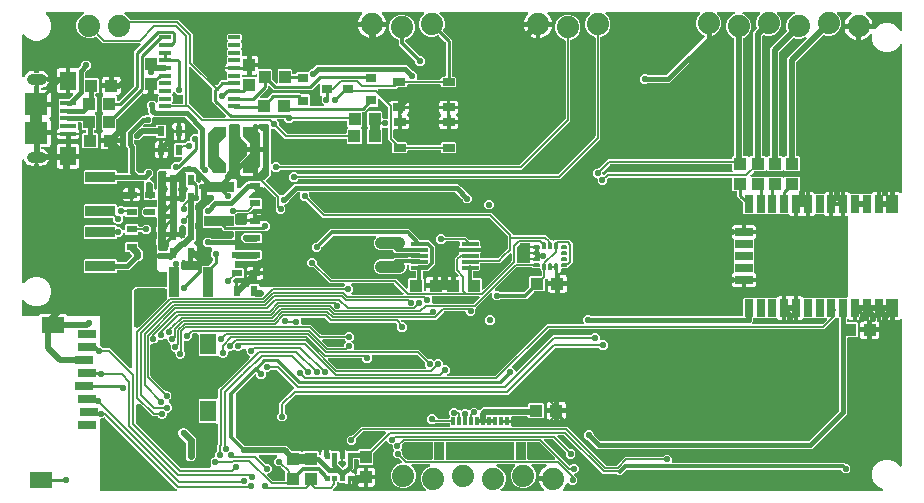
<source format=gbr>
G04 EAGLE Gerber RS-274X export*
G75*
%MOMM*%
%FSLAX34Y34*%
%LPD*%
%INTop Copper*%
%IPPOS*%
%AMOC8*
5,1,8,0,0,1.08239X$1,22.5*%
G01*
%ADD10R,1.000000X1.100000*%
%ADD11R,1.100000X1.000000*%
%ADD12R,0.990600X0.304800*%
%ADD13R,0.900000X0.800000*%
%ADD14C,0.112500*%
%ADD15R,0.850000X1.500000*%
%ADD16R,0.300000X0.655000*%
%ADD17R,1.050000X0.650000*%
%ADD18R,1.500000X0.700000*%
%ADD19R,0.700000X1.500000*%
%ADD20R,1.000000X1.500000*%
%ADD21C,1.879600*%
%ADD22R,1.350000X0.400000*%
%ADD23R,1.400000X1.600000*%
%ADD24R,1.900000X1.900000*%
%ADD25C,0.900000*%
%ADD26R,0.900000X0.600000*%
%ADD27R,0.600000X0.900000*%
%ADD28R,0.635000X1.270000*%
%ADD29R,0.900000X2.500000*%
%ADD30R,2.500000X0.900000*%
%ADD31C,0.075000*%
%ADD32C,1.016000*%
%ADD33C,0.175000*%
%ADD34R,1.500000X0.800000*%
%ADD35R,1.900000X1.400000*%
%ADD36R,1.400000X1.800000*%
%ADD37C,0.609600*%
%ADD38C,0.553200*%
%ADD39C,0.304800*%
%ADD40C,0.812800*%
%ADD41C,0.406400*%
%ADD42C,0.508000*%
%ADD43C,0.254000*%
%ADD44C,0.200000*%
%ADD45C,0.203200*%
%ADD46C,0.550000*%
%ADD47C,0.150000*%
%ADD48C,0.127000*%
%ADD49C,0.152400*%

G36*
X403191Y99824D02*
X403191Y99824D01*
X403287Y99829D01*
X403330Y99844D01*
X403375Y99851D01*
X403463Y99890D01*
X403553Y99922D01*
X403588Y99947D01*
X403632Y99967D01*
X403729Y100050D01*
X403802Y100103D01*
X447276Y143577D01*
X477802Y143577D01*
X477834Y143581D01*
X477866Y143579D01*
X477973Y143601D01*
X478081Y143617D01*
X478111Y143630D01*
X478142Y143636D01*
X478239Y143688D01*
X478338Y143733D01*
X478363Y143754D01*
X478391Y143769D01*
X478470Y143845D01*
X478553Y143916D01*
X478570Y143943D01*
X478593Y143966D01*
X478647Y144061D01*
X478707Y144152D01*
X478716Y144183D01*
X478732Y144211D01*
X478757Y144317D01*
X478789Y144422D01*
X478790Y144454D01*
X478797Y144485D01*
X478792Y144595D01*
X478793Y144704D01*
X478785Y144735D01*
X478783Y144767D01*
X478747Y144870D01*
X478718Y144976D01*
X478701Y145003D01*
X478690Y145034D01*
X478637Y145107D01*
X478570Y145216D01*
X478534Y145248D01*
X478509Y145283D01*
X477963Y145828D01*
X477963Y149172D01*
X480328Y151537D01*
X483672Y151537D01*
X484113Y151095D01*
X484190Y151038D01*
X484262Y150973D01*
X484303Y150953D01*
X484339Y150926D01*
X484429Y150892D01*
X484515Y150850D01*
X484557Y150844D01*
X484603Y150827D01*
X484730Y150817D01*
X484820Y150803D01*
X612230Y150803D01*
X612294Y150812D01*
X612358Y150811D01*
X612433Y150832D01*
X612509Y150843D01*
X612568Y150869D01*
X612630Y150886D01*
X612696Y150927D01*
X612766Y150959D01*
X612815Y151001D01*
X612870Y151034D01*
X612922Y151092D01*
X612980Y151142D01*
X613016Y151196D01*
X613059Y151244D01*
X613092Y151313D01*
X613135Y151378D01*
X613154Y151440D01*
X613182Y151497D01*
X613193Y151567D01*
X613217Y151648D01*
X613218Y151733D01*
X613229Y151802D01*
X613229Y165526D01*
X613974Y166271D01*
X622026Y166271D01*
X622293Y166004D01*
X622345Y165965D01*
X622390Y165919D01*
X622457Y165881D01*
X622519Y165834D01*
X622579Y165812D01*
X622635Y165780D01*
X622710Y165762D01*
X622783Y165735D01*
X622847Y165730D01*
X622909Y165715D01*
X622987Y165719D01*
X623064Y165713D01*
X623127Y165726D01*
X623191Y165729D01*
X623264Y165755D01*
X623340Y165771D01*
X623397Y165801D01*
X623458Y165822D01*
X623514Y165863D01*
X623589Y165903D01*
X623650Y165962D01*
X623707Y166004D01*
X623974Y166271D01*
X632026Y166271D01*
X632293Y166004D01*
X632345Y165965D01*
X632390Y165919D01*
X632457Y165881D01*
X632519Y165834D01*
X632579Y165812D01*
X632635Y165780D01*
X632710Y165762D01*
X632783Y165735D01*
X632847Y165730D01*
X632909Y165715D01*
X632987Y165719D01*
X633064Y165713D01*
X633127Y165726D01*
X633191Y165729D01*
X633264Y165755D01*
X633340Y165771D01*
X633397Y165801D01*
X633458Y165822D01*
X633514Y165863D01*
X633589Y165903D01*
X633650Y165962D01*
X633707Y166004D01*
X633974Y166271D01*
X641764Y166271D01*
X641859Y166284D01*
X641955Y166289D01*
X641998Y166304D01*
X642043Y166311D01*
X642130Y166350D01*
X642221Y166382D01*
X642256Y166407D01*
X642300Y166427D01*
X642397Y166510D01*
X642470Y166563D01*
X642940Y167033D01*
X643519Y167368D01*
X644165Y167541D01*
X646251Y167541D01*
X646251Y158250D01*
X646260Y158187D01*
X646259Y158122D01*
X646280Y158048D01*
X646291Y157971D01*
X646317Y157913D01*
X646334Y157851D01*
X646375Y157785D01*
X646407Y157714D01*
X646448Y157665D01*
X646482Y157611D01*
X646540Y157559D01*
X646590Y157500D01*
X646593Y157498D01*
X646558Y157460D01*
X646500Y157410D01*
X646464Y157356D01*
X646421Y157308D01*
X646388Y157239D01*
X646345Y157174D01*
X646326Y157112D01*
X646298Y157054D01*
X646287Y156985D01*
X646263Y156904D01*
X646262Y156819D01*
X646251Y156750D01*
X646251Y147459D01*
X644165Y147459D01*
X643519Y147632D01*
X642940Y147967D01*
X642470Y148437D01*
X642393Y148494D01*
X642322Y148559D01*
X642281Y148579D01*
X642245Y148606D01*
X642155Y148640D01*
X642068Y148682D01*
X642026Y148688D01*
X641981Y148705D01*
X641853Y148715D01*
X641764Y148729D01*
X633974Y148729D01*
X633707Y148996D01*
X633655Y149035D01*
X633610Y149081D01*
X633543Y149119D01*
X633481Y149166D01*
X633421Y149188D01*
X633365Y149220D01*
X633290Y149238D01*
X633217Y149265D01*
X633153Y149270D01*
X633090Y149285D01*
X633013Y149281D01*
X632936Y149287D01*
X632873Y149274D01*
X632809Y149271D01*
X632736Y149245D01*
X632660Y149229D01*
X632603Y149199D01*
X632542Y149178D01*
X632486Y149137D01*
X632411Y149097D01*
X632350Y149038D01*
X632293Y148996D01*
X632026Y148729D01*
X623974Y148729D01*
X623707Y148996D01*
X623655Y149035D01*
X623610Y149081D01*
X623543Y149119D01*
X623481Y149166D01*
X623421Y149188D01*
X623365Y149220D01*
X623290Y149238D01*
X623217Y149265D01*
X623153Y149270D01*
X623090Y149285D01*
X623013Y149281D01*
X622936Y149287D01*
X622873Y149274D01*
X622809Y149271D01*
X622736Y149245D01*
X622660Y149229D01*
X622603Y149199D01*
X622542Y149178D01*
X622486Y149137D01*
X622411Y149097D01*
X622350Y149038D01*
X622293Y148996D01*
X622103Y148806D01*
X622046Y148729D01*
X621981Y148658D01*
X621961Y148617D01*
X621934Y148581D01*
X621900Y148491D01*
X621858Y148404D01*
X621852Y148362D01*
X621835Y148317D01*
X621825Y148189D01*
X621811Y148100D01*
X621811Y145922D01*
X621172Y145283D01*
X621152Y145257D01*
X621128Y145236D01*
X621068Y145144D01*
X621002Y145057D01*
X620991Y145027D01*
X620973Y145000D01*
X620941Y144895D01*
X620903Y144793D01*
X620900Y144761D01*
X620891Y144730D01*
X620890Y144621D01*
X620881Y144512D01*
X620888Y144480D01*
X620887Y144448D01*
X620916Y144343D01*
X620939Y144236D01*
X620954Y144207D01*
X620962Y144176D01*
X621020Y144083D01*
X621071Y143987D01*
X621094Y143964D01*
X621111Y143936D01*
X621192Y143863D01*
X621268Y143785D01*
X621296Y143769D01*
X621320Y143747D01*
X621418Y143700D01*
X621513Y143646D01*
X621545Y143638D01*
X621574Y143624D01*
X621663Y143610D01*
X621788Y143581D01*
X621836Y143583D01*
X621878Y143577D01*
X679865Y143577D01*
X679960Y143590D01*
X680056Y143595D01*
X680099Y143610D01*
X680144Y143617D01*
X680232Y143656D01*
X680323Y143688D01*
X680357Y143713D01*
X680401Y143733D01*
X680498Y143816D01*
X680572Y143869D01*
X683996Y147294D01*
X684035Y147345D01*
X684081Y147390D01*
X684119Y147457D01*
X684165Y147519D01*
X684188Y147579D01*
X684220Y147635D01*
X684238Y147711D01*
X684265Y147783D01*
X684270Y147847D01*
X684285Y147910D01*
X684281Y147987D01*
X684287Y148064D01*
X684274Y148127D01*
X684270Y148191D01*
X684245Y148265D01*
X684229Y148340D01*
X684199Y148397D01*
X684178Y148458D01*
X684136Y148515D01*
X684097Y148589D01*
X684037Y148650D01*
X683996Y148707D01*
X683707Y148996D01*
X683655Y149035D01*
X683610Y149081D01*
X683543Y149119D01*
X683481Y149166D01*
X683421Y149188D01*
X683365Y149220D01*
X683290Y149238D01*
X683217Y149265D01*
X683153Y149270D01*
X683091Y149285D01*
X683013Y149281D01*
X682936Y149287D01*
X682873Y149274D01*
X682809Y149271D01*
X682736Y149245D01*
X682660Y149229D01*
X682603Y149199D01*
X682542Y149178D01*
X682486Y149137D01*
X682411Y149097D01*
X682350Y149038D01*
X682293Y148996D01*
X682026Y148729D01*
X673974Y148729D01*
X673707Y148996D01*
X673655Y149035D01*
X673610Y149081D01*
X673543Y149119D01*
X673481Y149166D01*
X673421Y149188D01*
X673365Y149220D01*
X673290Y149238D01*
X673217Y149265D01*
X673153Y149270D01*
X673090Y149285D01*
X673013Y149281D01*
X672936Y149287D01*
X672873Y149274D01*
X672809Y149271D01*
X672736Y149245D01*
X672660Y149229D01*
X672603Y149199D01*
X672542Y149178D01*
X672486Y149137D01*
X672411Y149097D01*
X672350Y149038D01*
X672293Y148996D01*
X672026Y148729D01*
X664236Y148729D01*
X664141Y148716D01*
X664045Y148711D01*
X664002Y148696D01*
X663957Y148689D01*
X663870Y148650D01*
X663779Y148618D01*
X663744Y148593D01*
X663700Y148573D01*
X663603Y148490D01*
X663530Y148437D01*
X663060Y147967D01*
X662481Y147632D01*
X661835Y147459D01*
X659749Y147459D01*
X659749Y156750D01*
X659740Y156813D01*
X659741Y156878D01*
X659720Y156952D01*
X659709Y157029D01*
X659683Y157087D01*
X659666Y157149D01*
X659625Y157215D01*
X659593Y157286D01*
X659551Y157335D01*
X659518Y157389D01*
X659460Y157441D01*
X659410Y157500D01*
X659407Y157502D01*
X659442Y157540D01*
X659500Y157590D01*
X659536Y157644D01*
X659579Y157692D01*
X659612Y157761D01*
X659655Y157826D01*
X659674Y157888D01*
X659702Y157946D01*
X659713Y158015D01*
X659737Y158096D01*
X659738Y158181D01*
X659749Y158250D01*
X659749Y167541D01*
X661835Y167541D01*
X662481Y167368D01*
X663060Y167033D01*
X663530Y166563D01*
X663607Y166506D01*
X663678Y166441D01*
X663719Y166421D01*
X663755Y166394D01*
X663845Y166360D01*
X663932Y166318D01*
X663974Y166312D01*
X664019Y166295D01*
X664147Y166285D01*
X664236Y166271D01*
X672026Y166271D01*
X672293Y166004D01*
X672345Y165965D01*
X672390Y165919D01*
X672457Y165881D01*
X672519Y165834D01*
X672579Y165812D01*
X672635Y165780D01*
X672710Y165762D01*
X672783Y165735D01*
X672847Y165730D01*
X672909Y165715D01*
X672987Y165719D01*
X673064Y165713D01*
X673127Y165726D01*
X673191Y165729D01*
X673264Y165755D01*
X673340Y165771D01*
X673397Y165801D01*
X673458Y165822D01*
X673514Y165863D01*
X673589Y165903D01*
X673650Y165962D01*
X673707Y166004D01*
X673974Y166271D01*
X682026Y166271D01*
X682293Y166004D01*
X682345Y165965D01*
X682390Y165919D01*
X682457Y165881D01*
X682519Y165834D01*
X682579Y165812D01*
X682635Y165780D01*
X682710Y165762D01*
X682783Y165735D01*
X682847Y165730D01*
X682910Y165715D01*
X682987Y165719D01*
X683064Y165713D01*
X683127Y165726D01*
X683191Y165729D01*
X683264Y165755D01*
X683340Y165771D01*
X683397Y165801D01*
X683458Y165822D01*
X683514Y165863D01*
X683589Y165903D01*
X683650Y165962D01*
X683707Y166004D01*
X683974Y166271D01*
X692026Y166271D01*
X692293Y166004D01*
X692345Y165965D01*
X692390Y165919D01*
X692457Y165881D01*
X692519Y165834D01*
X692579Y165812D01*
X692635Y165780D01*
X692710Y165762D01*
X692783Y165735D01*
X692847Y165730D01*
X692909Y165715D01*
X692987Y165719D01*
X693064Y165713D01*
X693127Y165726D01*
X693191Y165729D01*
X693264Y165755D01*
X693340Y165771D01*
X693397Y165801D01*
X693458Y165822D01*
X693514Y165863D01*
X693589Y165903D01*
X693650Y165962D01*
X693707Y166004D01*
X693974Y166271D01*
X700845Y166271D01*
X700908Y166280D01*
X700973Y166279D01*
X701047Y166300D01*
X701124Y166311D01*
X701182Y166337D01*
X701245Y166354D01*
X701311Y166395D01*
X701381Y166427D01*
X701430Y166469D01*
X701484Y166502D01*
X701536Y166560D01*
X701595Y166610D01*
X701630Y166664D01*
X701674Y166712D01*
X701707Y166781D01*
X701750Y166846D01*
X701769Y166908D01*
X701797Y166965D01*
X701807Y167035D01*
X701832Y167116D01*
X701833Y167201D01*
X701844Y167270D01*
X701844Y234460D01*
X701835Y234524D01*
X701836Y234588D01*
X701815Y234663D01*
X701804Y234739D01*
X701778Y234798D01*
X701761Y234860D01*
X701720Y234926D01*
X701688Y234996D01*
X701646Y235045D01*
X701613Y235100D01*
X701555Y235152D01*
X701505Y235210D01*
X701451Y235246D01*
X701403Y235289D01*
X701334Y235322D01*
X701269Y235365D01*
X701207Y235384D01*
X701149Y235412D01*
X701080Y235423D01*
X700999Y235447D01*
X700914Y235448D01*
X700845Y235459D01*
X699749Y235459D01*
X699749Y244750D01*
X699740Y244813D01*
X699741Y244878D01*
X699720Y244952D01*
X699709Y245029D01*
X699683Y245087D01*
X699666Y245149D01*
X699625Y245215D01*
X699593Y245286D01*
X699551Y245335D01*
X699518Y245389D01*
X699460Y245441D01*
X699410Y245500D01*
X699407Y245502D01*
X699442Y245540D01*
X699500Y245590D01*
X699536Y245644D01*
X699579Y245692D01*
X699612Y245761D01*
X699655Y245826D01*
X699674Y245888D01*
X699702Y245946D01*
X699713Y246015D01*
X699737Y246096D01*
X699738Y246181D01*
X699749Y246250D01*
X699749Y255541D01*
X701835Y255541D01*
X702481Y255368D01*
X703060Y255033D01*
X703530Y254563D01*
X703607Y254506D01*
X703678Y254441D01*
X703719Y254421D01*
X703755Y254394D01*
X703845Y254360D01*
X703932Y254318D01*
X703974Y254312D01*
X704019Y254295D01*
X704147Y254285D01*
X704236Y254271D01*
X712026Y254271D01*
X712293Y254004D01*
X712345Y253965D01*
X712390Y253919D01*
X712457Y253881D01*
X712519Y253834D01*
X712579Y253812D01*
X712635Y253780D01*
X712710Y253762D01*
X712783Y253735D01*
X712847Y253730D01*
X712909Y253715D01*
X712987Y253719D01*
X713064Y253713D01*
X713127Y253726D01*
X713191Y253729D01*
X713264Y253755D01*
X713340Y253771D01*
X713397Y253801D01*
X713458Y253822D01*
X713514Y253863D01*
X713589Y253903D01*
X713650Y253962D01*
X713707Y254004D01*
X713974Y254271D01*
X721764Y254271D01*
X721859Y254284D01*
X721955Y254289D01*
X721998Y254304D01*
X722043Y254311D01*
X722130Y254350D01*
X722221Y254382D01*
X722256Y254407D01*
X722300Y254427D01*
X722397Y254510D01*
X722470Y254563D01*
X722940Y255033D01*
X723519Y255368D01*
X724165Y255541D01*
X726251Y255541D01*
X726251Y246250D01*
X726260Y246187D01*
X726259Y246122D01*
X726280Y246048D01*
X726291Y245971D01*
X726317Y245913D01*
X726334Y245851D01*
X726375Y245785D01*
X726407Y245714D01*
X726448Y245665D01*
X726482Y245611D01*
X726540Y245559D01*
X726590Y245500D01*
X726644Y245465D01*
X726692Y245422D01*
X726761Y245388D01*
X726826Y245345D01*
X726888Y245327D01*
X726945Y245299D01*
X727015Y245288D01*
X727096Y245263D01*
X727181Y245262D01*
X727250Y245251D01*
X727751Y245251D01*
X727751Y244750D01*
X727760Y244686D01*
X727759Y244622D01*
X727780Y244547D01*
X727791Y244471D01*
X727817Y244412D01*
X727834Y244350D01*
X727875Y244284D01*
X727907Y244214D01*
X727949Y244165D01*
X727983Y244110D01*
X728040Y244058D01*
X728090Y244000D01*
X728144Y243964D01*
X728192Y243921D01*
X728261Y243888D01*
X728326Y243845D01*
X728388Y243826D01*
X728446Y243798D01*
X728515Y243787D01*
X728596Y243763D01*
X728681Y243762D01*
X728750Y243751D01*
X734379Y243751D01*
X734380Y243750D01*
X734434Y243714D01*
X734482Y243671D01*
X734551Y243638D01*
X734616Y243595D01*
X734678Y243576D01*
X734735Y243548D01*
X734805Y243538D01*
X734886Y243513D01*
X734971Y243512D01*
X735040Y243501D01*
X738500Y243501D01*
X738564Y243510D01*
X738628Y243509D01*
X738702Y243530D01*
X738779Y243541D01*
X738838Y243567D01*
X738900Y243584D01*
X738966Y243625D01*
X739036Y243657D01*
X739085Y243699D01*
X739140Y243732D01*
X739191Y243790D01*
X739250Y243840D01*
X739286Y243894D01*
X739329Y243942D01*
X739362Y244011D01*
X739405Y244076D01*
X739424Y244138D01*
X739452Y244195D01*
X739462Y244265D01*
X739487Y244346D01*
X739488Y244431D01*
X739499Y244500D01*
X739499Y245501D01*
X740500Y245501D01*
X740564Y245510D01*
X740628Y245509D01*
X740703Y245530D01*
X740779Y245541D01*
X740838Y245567D01*
X740900Y245584D01*
X740966Y245625D01*
X741036Y245657D01*
X741085Y245699D01*
X741140Y245732D01*
X741192Y245790D01*
X741250Y245840D01*
X741286Y245894D01*
X741329Y245942D01*
X741362Y246011D01*
X741405Y246076D01*
X741424Y246138D01*
X741452Y246196D01*
X741462Y246265D01*
X741487Y246346D01*
X741488Y246431D01*
X741499Y246500D01*
X741499Y255541D01*
X744835Y255541D01*
X745481Y255368D01*
X746060Y255033D01*
X746065Y255028D01*
X746090Y255009D01*
X746111Y254985D01*
X746203Y254925D01*
X746290Y254859D01*
X746320Y254848D01*
X746347Y254830D01*
X746451Y254798D01*
X746554Y254759D01*
X746586Y254757D01*
X746616Y254748D01*
X746726Y254746D01*
X746835Y254738D01*
X746867Y254744D01*
X746898Y254744D01*
X747004Y254773D01*
X747112Y254795D01*
X747140Y254810D01*
X747170Y254818D01*
X747263Y254876D01*
X747361Y254928D01*
X747383Y254950D01*
X747410Y254966D01*
X747484Y255048D01*
X747563Y255124D01*
X747578Y255152D01*
X747600Y255175D01*
X747647Y255274D01*
X747702Y255370D01*
X747709Y255401D01*
X747723Y255429D01*
X747737Y255519D01*
X747767Y255644D01*
X747764Y255692D01*
X747771Y255734D01*
X747922Y379901D01*
X747910Y379988D01*
X747907Y380075D01*
X747890Y380127D01*
X747883Y380180D01*
X747847Y380260D01*
X747820Y380343D01*
X747789Y380388D01*
X747767Y380438D01*
X747710Y380504D01*
X747661Y380576D01*
X747619Y380611D01*
X747584Y380652D01*
X747510Y380700D01*
X747443Y380756D01*
X747393Y380777D01*
X747348Y380807D01*
X747264Y380832D01*
X747184Y380867D01*
X747130Y380874D01*
X747078Y380890D01*
X746991Y380891D01*
X746904Y380901D01*
X746850Y380893D01*
X746796Y380894D01*
X746712Y380870D01*
X746626Y380856D01*
X746576Y380833D01*
X746524Y380819D01*
X746450Y380773D01*
X746371Y380735D01*
X746330Y380699D01*
X746284Y380671D01*
X746225Y380606D01*
X746160Y380548D01*
X746134Y380505D01*
X746095Y380462D01*
X746045Y380359D01*
X746000Y380285D01*
X745631Y379396D01*
X742104Y375869D01*
X737495Y373959D01*
X732505Y373959D01*
X727896Y375869D01*
X724369Y379396D01*
X722459Y384005D01*
X722459Y388386D01*
X722444Y388495D01*
X722435Y388605D01*
X722424Y388634D01*
X722419Y388665D01*
X722374Y388765D01*
X722335Y388869D01*
X722316Y388893D01*
X722303Y388922D01*
X722232Y389005D01*
X722165Y389094D01*
X722140Y389112D01*
X722120Y389136D01*
X722027Y389196D01*
X721939Y389263D01*
X721910Y389273D01*
X721884Y389290D01*
X721778Y389323D01*
X721675Y389361D01*
X721644Y389364D01*
X721614Y389373D01*
X721504Y389374D01*
X721394Y389383D01*
X721363Y389376D01*
X721332Y389377D01*
X721226Y389347D01*
X721118Y389324D01*
X721090Y389310D01*
X721060Y389301D01*
X720966Y389243D01*
X720869Y389191D01*
X720848Y389171D01*
X720820Y389153D01*
X720715Y389037D01*
X720652Y388973D01*
X720106Y388222D01*
X718778Y386894D01*
X717257Y385789D01*
X715583Y384936D01*
X713796Y384355D01*
X712999Y384229D01*
X712999Y394001D01*
X723015Y394001D01*
X723056Y393923D01*
X723078Y393901D01*
X723094Y393874D01*
X723176Y393800D01*
X723253Y393721D01*
X723280Y393705D01*
X723303Y393685D01*
X723403Y393636D01*
X723499Y393582D01*
X723529Y393575D01*
X723557Y393561D01*
X723666Y393542D01*
X723773Y393517D01*
X723804Y393518D01*
X723835Y393513D01*
X723944Y393526D01*
X724055Y393531D01*
X724084Y393541D01*
X724115Y393545D01*
X724217Y393588D01*
X724321Y393624D01*
X724345Y393641D01*
X724375Y393654D01*
X724498Y393752D01*
X724570Y393805D01*
X727896Y397132D01*
X732505Y399041D01*
X737495Y399041D01*
X742104Y397131D01*
X745632Y393604D01*
X746016Y392677D01*
X746059Y392602D01*
X746095Y392524D01*
X746131Y392482D01*
X746159Y392434D01*
X746222Y392375D01*
X746278Y392309D01*
X746324Y392279D01*
X746365Y392241D01*
X746442Y392202D01*
X746514Y392155D01*
X746567Y392138D01*
X746616Y392113D01*
X746701Y392097D01*
X746783Y392072D01*
X746839Y392071D01*
X746893Y392061D01*
X746979Y392069D01*
X747065Y392068D01*
X747119Y392082D01*
X747174Y392088D01*
X747254Y392120D01*
X747337Y392143D01*
X747384Y392172D01*
X747436Y392192D01*
X747504Y392245D01*
X747577Y392290D01*
X747615Y392332D01*
X747658Y392366D01*
X747709Y392436D01*
X747767Y392500D01*
X747791Y392549D01*
X747824Y392594D01*
X747852Y392676D01*
X747890Y392753D01*
X747898Y392804D01*
X747918Y392860D01*
X747925Y392973D01*
X747938Y393058D01*
X747955Y406959D01*
X747946Y407023D01*
X747947Y407088D01*
X747926Y407162D01*
X747915Y407238D01*
X747889Y407297D01*
X747872Y407360D01*
X747831Y407425D01*
X747800Y407495D01*
X747757Y407545D01*
X747723Y407600D01*
X747666Y407651D01*
X747616Y407710D01*
X747562Y407745D01*
X747514Y407789D01*
X747445Y407822D01*
X747381Y407864D01*
X747319Y407883D01*
X747260Y407912D01*
X747191Y407922D01*
X747111Y407947D01*
X747026Y407948D01*
X746956Y407959D01*
X717926Y407959D01*
X717817Y407944D01*
X717707Y407935D01*
X717678Y407924D01*
X717647Y407919D01*
X717546Y407874D01*
X717443Y407835D01*
X717418Y407816D01*
X717390Y407803D01*
X717306Y407732D01*
X717218Y407665D01*
X717199Y407640D01*
X717176Y407620D01*
X717115Y407527D01*
X717049Y407439D01*
X717038Y407410D01*
X717021Y407384D01*
X716989Y407278D01*
X716950Y407175D01*
X716948Y407144D01*
X716939Y407114D01*
X716937Y407004D01*
X716929Y406894D01*
X716936Y406863D01*
X716935Y406832D01*
X716965Y406726D01*
X716987Y406618D01*
X717002Y406590D01*
X717010Y406560D01*
X717068Y406466D01*
X717120Y406369D01*
X717141Y406348D01*
X717159Y406320D01*
X717275Y406215D01*
X717339Y406152D01*
X718778Y405106D01*
X720106Y403778D01*
X721211Y402257D01*
X722064Y400583D01*
X722645Y398796D01*
X722771Y397999D01*
X712000Y397999D01*
X711937Y397990D01*
X711872Y397991D01*
X711798Y397970D01*
X711721Y397959D01*
X711662Y397933D01*
X711600Y397916D01*
X711534Y397875D01*
X711464Y397843D01*
X711415Y397801D01*
X711360Y397768D01*
X711309Y397710D01*
X711250Y397660D01*
X711214Y397606D01*
X711171Y397558D01*
X711138Y397489D01*
X711095Y397424D01*
X711076Y397362D01*
X711048Y397305D01*
X711038Y397235D01*
X711013Y397154D01*
X711012Y397069D01*
X711001Y397000D01*
X711001Y395999D01*
X710999Y395999D01*
X710999Y397000D01*
X710990Y397064D01*
X710991Y397128D01*
X710970Y397203D01*
X710959Y397279D01*
X710933Y397338D01*
X710916Y397400D01*
X710875Y397466D01*
X710843Y397536D01*
X710801Y397585D01*
X710768Y397640D01*
X710710Y397692D01*
X710660Y397750D01*
X710606Y397786D01*
X710558Y397829D01*
X710489Y397862D01*
X710424Y397905D01*
X710362Y397924D01*
X710304Y397952D01*
X710235Y397962D01*
X710154Y397987D01*
X710069Y397988D01*
X710000Y397999D01*
X699229Y397999D01*
X699355Y398796D01*
X699936Y400583D01*
X700789Y402257D01*
X701894Y403778D01*
X703222Y405106D01*
X704661Y406152D01*
X704740Y406228D01*
X704824Y406300D01*
X704841Y406326D01*
X704864Y406348D01*
X704918Y406444D01*
X704979Y406536D01*
X704988Y406566D01*
X705003Y406593D01*
X705029Y406700D01*
X705061Y406806D01*
X705061Y406837D01*
X705069Y406867D01*
X705063Y406978D01*
X705065Y407088D01*
X705057Y407118D01*
X705055Y407149D01*
X705019Y407253D01*
X704990Y407360D01*
X704973Y407386D01*
X704963Y407416D01*
X704900Y407506D01*
X704841Y407600D01*
X704818Y407621D01*
X704800Y407646D01*
X704714Y407715D01*
X704632Y407789D01*
X704604Y407802D01*
X704580Y407822D01*
X704478Y407864D01*
X704378Y407912D01*
X704349Y407916D01*
X704319Y407929D01*
X704163Y407945D01*
X704074Y407959D01*
X693681Y407959D01*
X693649Y407955D01*
X693617Y407957D01*
X693510Y407935D01*
X693402Y407919D01*
X693372Y407906D01*
X693341Y407900D01*
X693244Y407848D01*
X693145Y407803D01*
X693120Y407782D01*
X693092Y407767D01*
X693014Y407691D01*
X692931Y407620D01*
X692913Y407593D01*
X692890Y407570D01*
X692836Y407475D01*
X692776Y407384D01*
X692767Y407353D01*
X692751Y407325D01*
X692726Y407219D01*
X692694Y407114D01*
X692693Y407082D01*
X692686Y407051D01*
X692691Y406941D01*
X692690Y406832D01*
X692699Y406801D01*
X692700Y406769D01*
X692736Y406666D01*
X692765Y406560D01*
X692782Y406533D01*
X692793Y406502D01*
X692846Y406429D01*
X692913Y406320D01*
X692949Y406288D01*
X692974Y406253D01*
X694645Y404583D01*
X696269Y400662D01*
X696269Y396418D01*
X694644Y392497D01*
X691643Y389496D01*
X687722Y387871D01*
X683478Y387871D01*
X681862Y388541D01*
X681853Y388543D01*
X681845Y388548D01*
X681716Y388578D01*
X681589Y388611D01*
X681580Y388610D01*
X681570Y388613D01*
X681438Y388606D01*
X681307Y388602D01*
X681298Y388599D01*
X681289Y388598D01*
X681164Y388555D01*
X681039Y388514D01*
X681031Y388509D01*
X681022Y388506D01*
X680960Y388460D01*
X680806Y388355D01*
X680791Y388337D01*
X680773Y388324D01*
X658603Y366154D01*
X658546Y366077D01*
X658481Y366006D01*
X658461Y365965D01*
X658434Y365929D01*
X658400Y365839D01*
X658358Y365752D01*
X658352Y365710D01*
X658335Y365665D01*
X658325Y365537D01*
X658311Y365448D01*
X658311Y286770D01*
X658320Y286706D01*
X658319Y286642D01*
X658340Y286567D01*
X658351Y286491D01*
X658377Y286432D01*
X658394Y286370D01*
X658435Y286304D01*
X658467Y286234D01*
X658509Y286185D01*
X658542Y286130D01*
X658600Y286078D01*
X658650Y286020D01*
X658704Y285984D01*
X658752Y285941D01*
X658821Y285908D01*
X658886Y285865D01*
X658948Y285846D01*
X659005Y285818D01*
X659075Y285807D01*
X659156Y285783D01*
X659241Y285782D01*
X659310Y285771D01*
X660526Y285771D01*
X661271Y285026D01*
X661271Y273974D01*
X660526Y273229D01*
X648474Y273229D01*
X647957Y273746D01*
X647905Y273785D01*
X647860Y273831D01*
X647793Y273869D01*
X647731Y273916D01*
X647671Y273938D01*
X647615Y273970D01*
X647540Y273988D01*
X647467Y274015D01*
X647403Y274020D01*
X647341Y274035D01*
X647263Y274031D01*
X647186Y274037D01*
X647123Y274024D01*
X647059Y274021D01*
X646986Y273995D01*
X646910Y273979D01*
X646853Y273949D01*
X646792Y273928D01*
X646736Y273887D01*
X646661Y273847D01*
X646600Y273788D01*
X646543Y273746D01*
X646026Y273229D01*
X633974Y273229D01*
X633457Y273746D01*
X633405Y273785D01*
X633360Y273831D01*
X633293Y273869D01*
X633231Y273916D01*
X633171Y273938D01*
X633115Y273970D01*
X633040Y273988D01*
X632967Y274015D01*
X632903Y274020D01*
X632840Y274035D01*
X632763Y274031D01*
X632686Y274037D01*
X632623Y274024D01*
X632559Y274021D01*
X632486Y273995D01*
X632410Y273979D01*
X632353Y273949D01*
X632292Y273928D01*
X632236Y273887D01*
X632161Y273847D01*
X632100Y273788D01*
X632043Y273746D01*
X631526Y273229D01*
X622854Y273229D01*
X622760Y273216D01*
X622663Y273211D01*
X622620Y273196D01*
X622575Y273189D01*
X622488Y273150D01*
X622397Y273118D01*
X622362Y273093D01*
X622318Y273073D01*
X622221Y272990D01*
X622148Y272937D01*
X619688Y270477D01*
X619669Y270451D01*
X619644Y270430D01*
X619584Y270338D01*
X619519Y270251D01*
X619507Y270221D01*
X619490Y270194D01*
X619458Y270089D01*
X619419Y269987D01*
X619417Y269955D01*
X619407Y269924D01*
X619406Y269815D01*
X619397Y269706D01*
X619404Y269674D01*
X619403Y269642D01*
X619433Y269537D01*
X619455Y269430D01*
X619470Y269401D01*
X619479Y269370D01*
X619536Y269277D01*
X619587Y269181D01*
X619610Y269158D01*
X619627Y269130D01*
X619708Y269057D01*
X619784Y268979D01*
X619812Y268963D01*
X619836Y268941D01*
X619934Y268894D01*
X620029Y268840D01*
X620061Y268832D01*
X620090Y268818D01*
X620179Y268804D01*
X620304Y268775D01*
X620352Y268777D01*
X620394Y268771D01*
X631526Y268771D01*
X632043Y268254D01*
X632095Y268215D01*
X632140Y268169D01*
X632207Y268131D01*
X632269Y268084D01*
X632329Y268062D01*
X632385Y268030D01*
X632460Y268012D01*
X632533Y267985D01*
X632597Y267980D01*
X632659Y267965D01*
X632737Y267969D01*
X632814Y267963D01*
X632877Y267976D01*
X632941Y267979D01*
X633014Y268005D01*
X633090Y268021D01*
X633147Y268051D01*
X633208Y268072D01*
X633264Y268113D01*
X633339Y268153D01*
X633400Y268212D01*
X633457Y268254D01*
X633974Y268771D01*
X646026Y268771D01*
X646543Y268254D01*
X646595Y268215D01*
X646640Y268169D01*
X646707Y268131D01*
X646769Y268084D01*
X646829Y268062D01*
X646885Y268030D01*
X646960Y268012D01*
X647033Y267985D01*
X647097Y267980D01*
X647160Y267965D01*
X647237Y267969D01*
X647314Y267963D01*
X647377Y267976D01*
X647441Y267979D01*
X647514Y268005D01*
X647590Y268021D01*
X647647Y268051D01*
X647708Y268072D01*
X647764Y268113D01*
X647839Y268153D01*
X647900Y268212D01*
X647957Y268254D01*
X648474Y268771D01*
X660526Y268771D01*
X661271Y268026D01*
X661271Y256864D01*
X661250Y256790D01*
X661215Y256697D01*
X661211Y256654D01*
X661200Y256613D01*
X661201Y256514D01*
X661193Y256416D01*
X661202Y256374D01*
X661202Y256331D01*
X661230Y256237D01*
X661250Y256140D01*
X661271Y256102D01*
X661283Y256061D01*
X661337Y255978D01*
X661383Y255891D01*
X661413Y255860D01*
X661436Y255824D01*
X661511Y255760D01*
X661580Y255689D01*
X661617Y255668D01*
X661650Y255639D01*
X661728Y255605D01*
X661825Y255550D01*
X661884Y255536D01*
X661932Y255515D01*
X662481Y255368D01*
X662500Y255356D01*
X662580Y255324D01*
X662655Y255284D01*
X662710Y255272D01*
X662762Y255251D01*
X662847Y255243D01*
X662931Y255225D01*
X662987Y255229D01*
X663043Y255223D01*
X663127Y255239D01*
X663212Y255245D01*
X663261Y255264D01*
X663320Y255275D01*
X663420Y255325D01*
X663500Y255356D01*
X663519Y255368D01*
X664165Y255541D01*
X666251Y255541D01*
X666251Y247249D01*
X658750Y247249D01*
X658687Y247240D01*
X658622Y247241D01*
X658548Y247220D01*
X658471Y247209D01*
X658413Y247183D01*
X658351Y247166D01*
X658285Y247125D01*
X658214Y247093D01*
X658165Y247051D01*
X658111Y247018D01*
X658059Y246960D01*
X658000Y246910D01*
X657965Y246856D01*
X657922Y246808D01*
X657888Y246739D01*
X657845Y246674D01*
X657827Y246612D01*
X657799Y246555D01*
X657788Y246485D01*
X657763Y246404D01*
X657762Y246319D01*
X657751Y246250D01*
X657751Y245749D01*
X657250Y245749D01*
X657186Y245740D01*
X657122Y245741D01*
X657047Y245720D01*
X656971Y245709D01*
X656912Y245683D01*
X656850Y245666D01*
X656784Y245625D01*
X656714Y245593D01*
X656665Y245551D01*
X656610Y245517D01*
X656558Y245460D01*
X656500Y245410D01*
X656464Y245356D01*
X656421Y245308D01*
X656388Y245239D01*
X656345Y245174D01*
X656326Y245112D01*
X656298Y245054D01*
X656287Y244985D01*
X656263Y244904D01*
X656262Y244819D01*
X656251Y244750D01*
X656251Y235459D01*
X654165Y235459D01*
X653519Y235632D01*
X652940Y235967D01*
X652470Y236437D01*
X652393Y236494D01*
X652322Y236559D01*
X652281Y236579D01*
X652245Y236606D01*
X652155Y236640D01*
X652068Y236682D01*
X652026Y236688D01*
X651981Y236705D01*
X651853Y236715D01*
X651764Y236729D01*
X643974Y236729D01*
X643707Y236996D01*
X643655Y237035D01*
X643610Y237081D01*
X643543Y237119D01*
X643481Y237166D01*
X643421Y237188D01*
X643365Y237220D01*
X643290Y237238D01*
X643217Y237265D01*
X643153Y237270D01*
X643090Y237285D01*
X643013Y237281D01*
X642936Y237287D01*
X642873Y237274D01*
X642809Y237271D01*
X642736Y237245D01*
X642660Y237229D01*
X642603Y237199D01*
X642542Y237178D01*
X642486Y237137D01*
X642411Y237097D01*
X642350Y237038D01*
X642293Y236996D01*
X642026Y236729D01*
X633974Y236729D01*
X633707Y236996D01*
X633655Y237035D01*
X633610Y237081D01*
X633543Y237119D01*
X633481Y237166D01*
X633421Y237188D01*
X633365Y237220D01*
X633290Y237238D01*
X633217Y237265D01*
X633153Y237270D01*
X633090Y237285D01*
X633013Y237281D01*
X632936Y237287D01*
X632873Y237274D01*
X632809Y237271D01*
X632736Y237245D01*
X632660Y237229D01*
X632603Y237199D01*
X632542Y237178D01*
X632486Y237137D01*
X632411Y237097D01*
X632350Y237038D01*
X632293Y236996D01*
X632026Y236729D01*
X623974Y236729D01*
X623707Y236996D01*
X623655Y237035D01*
X623610Y237081D01*
X623543Y237119D01*
X623481Y237166D01*
X623421Y237188D01*
X623365Y237220D01*
X623290Y237238D01*
X623217Y237265D01*
X623153Y237270D01*
X623090Y237285D01*
X623013Y237281D01*
X622936Y237287D01*
X622873Y237274D01*
X622809Y237271D01*
X622736Y237245D01*
X622660Y237229D01*
X622603Y237199D01*
X622542Y237178D01*
X622486Y237137D01*
X622411Y237097D01*
X622350Y237038D01*
X622293Y236996D01*
X622026Y236729D01*
X613974Y236729D01*
X613229Y237474D01*
X613229Y246264D01*
X613216Y246359D01*
X613211Y246455D01*
X613196Y246498D01*
X613189Y246543D01*
X613150Y246630D01*
X613118Y246721D01*
X613093Y246756D01*
X613073Y246800D01*
X612990Y246897D01*
X612937Y246970D01*
X608459Y251448D01*
X608459Y255230D01*
X608450Y255294D01*
X608451Y255358D01*
X608430Y255433D01*
X608419Y255509D01*
X608393Y255568D01*
X608376Y255630D01*
X608335Y255696D01*
X608303Y255766D01*
X608261Y255815D01*
X608228Y255870D01*
X608170Y255922D01*
X608120Y255980D01*
X608066Y256016D01*
X608018Y256059D01*
X607949Y256092D01*
X607884Y256135D01*
X607822Y256154D01*
X607765Y256182D01*
X607695Y256193D01*
X607614Y256217D01*
X607529Y256218D01*
X607460Y256229D01*
X604974Y256229D01*
X604229Y256974D01*
X604229Y266730D01*
X604220Y266794D01*
X604221Y266858D01*
X604200Y266933D01*
X604189Y267009D01*
X604163Y267068D01*
X604146Y267130D01*
X604105Y267196D01*
X604073Y267266D01*
X604031Y267315D01*
X603998Y267370D01*
X603940Y267422D01*
X603890Y267480D01*
X603836Y267516D01*
X603788Y267559D01*
X603719Y267592D01*
X603654Y267635D01*
X603592Y267654D01*
X603535Y267682D01*
X603465Y267693D01*
X603384Y267717D01*
X603299Y267718D01*
X603230Y267729D01*
X499914Y267729D01*
X499819Y267716D01*
X499723Y267711D01*
X499680Y267696D01*
X499635Y267689D01*
X499548Y267650D01*
X499457Y267618D01*
X499422Y267593D01*
X499378Y267573D01*
X499281Y267490D01*
X499208Y267437D01*
X498389Y266618D01*
X498332Y266541D01*
X498267Y266470D01*
X498247Y266429D01*
X498220Y266393D01*
X498186Y266303D01*
X498144Y266216D01*
X498138Y266174D01*
X498121Y266129D01*
X498111Y266001D01*
X498097Y265912D01*
X498097Y263828D01*
X495732Y261463D01*
X492388Y261463D01*
X490023Y263828D01*
X490023Y266464D01*
X490014Y266528D01*
X490015Y266592D01*
X489994Y266667D01*
X489983Y266743D01*
X489957Y266802D01*
X489940Y266864D01*
X489899Y266930D01*
X489867Y267000D01*
X489825Y267049D01*
X489792Y267104D01*
X489734Y267156D01*
X489684Y267214D01*
X489630Y267250D01*
X489582Y267293D01*
X489513Y267326D01*
X489448Y267369D01*
X489386Y267388D01*
X489329Y267416D01*
X489259Y267427D01*
X489178Y267451D01*
X489093Y267452D01*
X489024Y267463D01*
X488328Y267463D01*
X485963Y269828D01*
X485963Y273172D01*
X488328Y275537D01*
X490412Y275537D01*
X490506Y275550D01*
X490603Y275555D01*
X490646Y275570D01*
X490691Y275577D01*
X490778Y275616D01*
X490869Y275648D01*
X490904Y275673D01*
X490948Y275693D01*
X491045Y275776D01*
X491118Y275829D01*
X499059Y283771D01*
X603230Y283771D01*
X603294Y283780D01*
X603358Y283779D01*
X603433Y283800D01*
X603509Y283811D01*
X603568Y283837D01*
X603630Y283854D01*
X603696Y283895D01*
X603766Y283927D01*
X603815Y283969D01*
X603870Y284002D01*
X603922Y284060D01*
X603980Y284110D01*
X604016Y284164D01*
X604059Y284212D01*
X604092Y284281D01*
X604135Y284346D01*
X604154Y284408D01*
X604182Y284465D01*
X604193Y284535D01*
X604217Y284616D01*
X604218Y284701D01*
X604229Y284770D01*
X604229Y285026D01*
X605150Y285947D01*
X605175Y285969D01*
X605230Y286002D01*
X605282Y286060D01*
X605340Y286110D01*
X605376Y286164D01*
X605419Y286212D01*
X605452Y286281D01*
X605495Y286346D01*
X605514Y286408D01*
X605542Y286465D01*
X605553Y286535D01*
X605577Y286616D01*
X605578Y286701D01*
X605589Y286770D01*
X605589Y385363D01*
X605588Y385372D01*
X605589Y385382D01*
X605568Y385512D01*
X605549Y385642D01*
X605546Y385651D01*
X605544Y385660D01*
X605487Y385780D01*
X605433Y385899D01*
X605427Y385906D01*
X605423Y385915D01*
X605335Y386014D01*
X605250Y386113D01*
X605242Y386119D01*
X605236Y386126D01*
X605170Y386166D01*
X605014Y386268D01*
X604991Y386275D01*
X604972Y386286D01*
X603357Y386955D01*
X600356Y389957D01*
X598731Y393878D01*
X598731Y398122D01*
X600356Y402043D01*
X603357Y405045D01*
X605752Y406037D01*
X605827Y406081D01*
X605906Y406117D01*
X605948Y406153D01*
X605995Y406180D01*
X606054Y406244D01*
X606120Y406300D01*
X606150Y406346D01*
X606188Y406386D01*
X606227Y406463D01*
X606275Y406536D01*
X606291Y406589D01*
X606316Y406638D01*
X606332Y406723D01*
X606357Y406806D01*
X606358Y406861D01*
X606368Y406915D01*
X606360Y407001D01*
X606361Y407088D01*
X606346Y407141D01*
X606341Y407195D01*
X606309Y407276D01*
X606286Y407360D01*
X606257Y407407D01*
X606237Y407457D01*
X606183Y407526D01*
X606138Y407600D01*
X606097Y407636D01*
X606063Y407680D01*
X605993Y407731D01*
X605928Y407789D01*
X605879Y407813D01*
X605834Y407845D01*
X605753Y407874D01*
X605675Y407912D01*
X605624Y407920D01*
X605569Y407939D01*
X605455Y407946D01*
X605370Y407959D01*
X592081Y407959D01*
X592049Y407955D01*
X592017Y407957D01*
X591910Y407935D01*
X591802Y407919D01*
X591772Y407906D01*
X591741Y407900D01*
X591644Y407848D01*
X591545Y407803D01*
X591520Y407782D01*
X591492Y407767D01*
X591414Y407691D01*
X591331Y407620D01*
X591313Y407593D01*
X591290Y407570D01*
X591236Y407475D01*
X591176Y407384D01*
X591167Y407353D01*
X591151Y407325D01*
X591126Y407219D01*
X591094Y407114D01*
X591093Y407082D01*
X591086Y407051D01*
X591091Y406941D01*
X591090Y406832D01*
X591099Y406801D01*
X591100Y406769D01*
X591136Y406666D01*
X591165Y406560D01*
X591182Y406533D01*
X591193Y406502D01*
X591246Y406429D01*
X591313Y406320D01*
X591349Y406288D01*
X591374Y406253D01*
X593045Y404583D01*
X594669Y400662D01*
X594669Y396418D01*
X593044Y392497D01*
X590043Y389496D01*
X587920Y388616D01*
X587911Y388611D01*
X587902Y388608D01*
X587790Y388539D01*
X587677Y388472D01*
X587670Y388465D01*
X587662Y388460D01*
X587574Y388362D01*
X587484Y388266D01*
X587480Y388258D01*
X587473Y388251D01*
X587416Y388133D01*
X587356Y388015D01*
X587354Y388006D01*
X587350Y387997D01*
X587338Y387921D01*
X587304Y387738D01*
X587306Y387714D01*
X587303Y387693D01*
X587303Y384132D01*
X551368Y348197D01*
X532820Y348197D01*
X532725Y348184D01*
X532629Y348179D01*
X532586Y348164D01*
X532541Y348157D01*
X532453Y348118D01*
X532362Y348086D01*
X532328Y348061D01*
X532284Y348041D01*
X532186Y347958D01*
X532113Y347905D01*
X531672Y347463D01*
X528328Y347463D01*
X525963Y349828D01*
X525963Y353172D01*
X528328Y355537D01*
X531672Y355537D01*
X532113Y355095D01*
X532190Y355038D01*
X532262Y354973D01*
X532303Y354953D01*
X532339Y354926D01*
X532429Y354892D01*
X532515Y354850D01*
X532557Y354844D01*
X532603Y354827D01*
X532730Y354817D01*
X532820Y354803D01*
X548218Y354803D01*
X548313Y354816D01*
X548409Y354821D01*
X548452Y354836D01*
X548497Y354843D01*
X548585Y354882D01*
X548676Y354914D01*
X548710Y354939D01*
X548754Y354959D01*
X548852Y355042D01*
X548925Y355095D01*
X580405Y386575D01*
X580415Y386589D01*
X580418Y386592D01*
X580427Y386606D01*
X580462Y386652D01*
X580527Y386724D01*
X580547Y386765D01*
X580574Y386801D01*
X580608Y386891D01*
X580650Y386977D01*
X580656Y387019D01*
X580673Y387065D01*
X580683Y387192D01*
X580697Y387282D01*
X580697Y387693D01*
X580696Y387702D01*
X580697Y387711D01*
X580676Y387841D01*
X580657Y387972D01*
X580654Y387980D01*
X580652Y387990D01*
X580595Y388109D01*
X580541Y388229D01*
X580535Y388236D01*
X580531Y388245D01*
X580443Y388343D01*
X580358Y388443D01*
X580350Y388448D01*
X580344Y388455D01*
X580278Y388495D01*
X580122Y388598D01*
X580099Y388605D01*
X580080Y388616D01*
X577957Y389496D01*
X574956Y392497D01*
X573331Y396418D01*
X573331Y400662D01*
X574955Y404583D01*
X576626Y406253D01*
X576645Y406279D01*
X576669Y406300D01*
X576729Y406392D01*
X576795Y406479D01*
X576806Y406509D01*
X576824Y406536D01*
X576856Y406641D01*
X576894Y406743D01*
X576897Y406775D01*
X576906Y406806D01*
X576908Y406915D01*
X576916Y407024D01*
X576910Y407056D01*
X576910Y407088D01*
X576881Y407193D01*
X576859Y407300D01*
X576843Y407329D01*
X576835Y407360D01*
X576777Y407453D01*
X576726Y407549D01*
X576704Y407572D01*
X576687Y407600D01*
X576606Y407673D01*
X576529Y407751D01*
X576501Y407767D01*
X576477Y407789D01*
X576379Y407836D01*
X576284Y407890D01*
X576253Y407898D01*
X576224Y407912D01*
X576134Y407926D01*
X576010Y407955D01*
X575961Y407953D01*
X575919Y407959D01*
X497611Y407959D01*
X497579Y407955D01*
X497547Y407957D01*
X497440Y407935D01*
X497332Y407919D01*
X497302Y407906D01*
X497271Y407900D01*
X497174Y407848D01*
X497075Y407803D01*
X497050Y407782D01*
X497022Y407767D01*
X496944Y407691D01*
X496861Y407620D01*
X496843Y407593D01*
X496820Y407570D01*
X496766Y407475D01*
X496706Y407384D01*
X496697Y407353D01*
X496681Y407325D01*
X496656Y407219D01*
X496624Y407114D01*
X496623Y407082D01*
X496616Y407051D01*
X496621Y406941D01*
X496620Y406832D01*
X496629Y406801D01*
X496630Y406769D01*
X496666Y406666D01*
X496695Y406560D01*
X496712Y406533D01*
X496723Y406502D01*
X496776Y406429D01*
X496843Y406320D01*
X496879Y406288D01*
X496904Y406253D01*
X499345Y403813D01*
X500969Y399892D01*
X500969Y395648D01*
X499344Y391727D01*
X496343Y388725D01*
X492938Y387315D01*
X492929Y387310D01*
X492920Y387307D01*
X492808Y387238D01*
X492695Y387171D01*
X492688Y387164D01*
X492680Y387159D01*
X492592Y387061D01*
X492502Y386965D01*
X492498Y386957D01*
X492491Y386950D01*
X492434Y386832D01*
X492374Y386714D01*
X492372Y386705D01*
X492368Y386696D01*
X492356Y386620D01*
X492322Y386437D01*
X492324Y386413D01*
X492321Y386392D01*
X492321Y300963D01*
X457879Y266522D01*
X237144Y266522D01*
X237049Y266508D01*
X236953Y266503D01*
X236910Y266488D01*
X236865Y266482D01*
X236778Y266442D01*
X236687Y266411D01*
X236652Y266386D01*
X236608Y266366D01*
X236511Y266282D01*
X236438Y266229D01*
X234714Y264506D01*
X231370Y264506D01*
X229006Y266870D01*
X229006Y270214D01*
X231370Y272579D01*
X234714Y272579D01*
X236438Y270856D01*
X236514Y270798D01*
X236586Y270734D01*
X236627Y270714D01*
X236663Y270686D01*
X236753Y270653D01*
X236840Y270611D01*
X236882Y270604D01*
X236927Y270587D01*
X237055Y270577D01*
X237144Y270563D01*
X455791Y270563D01*
X455886Y270577D01*
X455983Y270582D01*
X456026Y270596D01*
X456071Y270603D01*
X456158Y270642D01*
X456249Y270674D01*
X456283Y270699D01*
X456328Y270719D01*
X456425Y270802D01*
X456498Y270856D01*
X487987Y302344D01*
X488044Y302421D01*
X488109Y302493D01*
X488129Y302534D01*
X488156Y302570D01*
X488190Y302660D01*
X488232Y302746D01*
X488238Y302788D01*
X488255Y302834D01*
X488265Y302961D01*
X488279Y303051D01*
X488279Y386392D01*
X488278Y386401D01*
X488279Y386410D01*
X488258Y386540D01*
X488239Y386671D01*
X488236Y386679D01*
X488234Y386689D01*
X488177Y386808D01*
X488123Y386928D01*
X488117Y386935D01*
X488113Y386944D01*
X488025Y387042D01*
X487940Y387142D01*
X487932Y387147D01*
X487926Y387154D01*
X487860Y387194D01*
X487704Y387297D01*
X487681Y387304D01*
X487662Y387315D01*
X484257Y388725D01*
X481256Y391727D01*
X479631Y395648D01*
X479631Y399892D01*
X481255Y403813D01*
X483696Y406253D01*
X483715Y406279D01*
X483739Y406300D01*
X483799Y406392D01*
X483865Y406479D01*
X483876Y406509D01*
X483894Y406536D01*
X483926Y406641D01*
X483964Y406743D01*
X483967Y406775D01*
X483976Y406806D01*
X483978Y406915D01*
X483986Y407024D01*
X483980Y407056D01*
X483980Y407088D01*
X483951Y407193D01*
X483929Y407300D01*
X483913Y407329D01*
X483905Y407360D01*
X483847Y407453D01*
X483796Y407549D01*
X483774Y407572D01*
X483757Y407600D01*
X483676Y407673D01*
X483599Y407751D01*
X483571Y407767D01*
X483547Y407789D01*
X483449Y407836D01*
X483354Y407890D01*
X483323Y407898D01*
X483294Y407912D01*
X483204Y407926D01*
X483080Y407955D01*
X483031Y407953D01*
X482989Y407959D01*
X448607Y407959D01*
X448575Y407955D01*
X448543Y407957D01*
X448436Y407935D01*
X448328Y407919D01*
X448298Y407906D01*
X448267Y407900D01*
X448170Y407848D01*
X448071Y407803D01*
X448046Y407782D01*
X448018Y407767D01*
X447940Y407691D01*
X447857Y407620D01*
X447839Y407593D01*
X447816Y407570D01*
X447762Y407476D01*
X447702Y407384D01*
X447693Y407353D01*
X447677Y407325D01*
X447652Y407219D01*
X447620Y407114D01*
X447619Y407082D01*
X447612Y407051D01*
X447617Y406941D01*
X447616Y406832D01*
X447625Y406801D01*
X447626Y406769D01*
X447662Y406666D01*
X447691Y406560D01*
X447708Y406533D01*
X447719Y406502D01*
X447772Y406429D01*
X447839Y406320D01*
X447875Y406288D01*
X447900Y406253D01*
X448606Y405548D01*
X449711Y404027D01*
X450564Y402353D01*
X451145Y400566D01*
X451271Y399769D01*
X440500Y399769D01*
X440437Y399760D01*
X440372Y399761D01*
X440298Y399740D01*
X440221Y399729D01*
X440162Y399703D01*
X440100Y399686D01*
X440034Y399645D01*
X439964Y399613D01*
X439915Y399571D01*
X439860Y399538D01*
X439809Y399480D01*
X439750Y399430D01*
X439714Y399376D01*
X439671Y399328D01*
X439638Y399259D01*
X439595Y399194D01*
X439576Y399132D01*
X439548Y399075D01*
X439538Y399005D01*
X439513Y398924D01*
X439512Y398839D01*
X439501Y398770D01*
X439501Y397769D01*
X439499Y397769D01*
X439499Y398770D01*
X439490Y398834D01*
X439491Y398898D01*
X439470Y398973D01*
X439459Y399049D01*
X439433Y399108D01*
X439416Y399170D01*
X439375Y399236D01*
X439343Y399306D01*
X439301Y399355D01*
X439268Y399410D01*
X439210Y399462D01*
X439160Y399520D01*
X439106Y399556D01*
X439058Y399599D01*
X438989Y399632D01*
X438924Y399675D01*
X438862Y399694D01*
X438804Y399722D01*
X438735Y399732D01*
X438654Y399757D01*
X438569Y399758D01*
X438500Y399769D01*
X427729Y399769D01*
X427855Y400566D01*
X428436Y402353D01*
X429289Y404027D01*
X430394Y405548D01*
X431100Y406253D01*
X431119Y406279D01*
X431143Y406300D01*
X431203Y406392D01*
X431269Y406479D01*
X431280Y406509D01*
X431298Y406536D01*
X431330Y406641D01*
X431368Y406743D01*
X431371Y406775D01*
X431380Y406806D01*
X431382Y406915D01*
X431390Y407024D01*
X431384Y407056D01*
X431384Y407088D01*
X431355Y407193D01*
X431333Y407300D01*
X431317Y407329D01*
X431309Y407360D01*
X431251Y407453D01*
X431200Y407549D01*
X431178Y407572D01*
X431161Y407600D01*
X431080Y407673D01*
X431003Y407751D01*
X430975Y407767D01*
X430951Y407789D01*
X430853Y407836D01*
X430758Y407890D01*
X430726Y407898D01*
X430698Y407912D01*
X430608Y407926D01*
X430483Y407955D01*
X430435Y407953D01*
X430393Y407959D01*
X357111Y407959D01*
X357079Y407955D01*
X357047Y407957D01*
X356940Y407935D01*
X356832Y407919D01*
X356802Y407906D01*
X356771Y407900D01*
X356674Y407848D01*
X356575Y407803D01*
X356550Y407782D01*
X356522Y407767D01*
X356444Y407691D01*
X356361Y407620D01*
X356343Y407593D01*
X356320Y407570D01*
X356266Y407475D01*
X356206Y407384D01*
X356197Y407353D01*
X356181Y407325D01*
X356156Y407219D01*
X356124Y407114D01*
X356123Y407082D01*
X356116Y407051D01*
X356121Y406941D01*
X356120Y406832D01*
X356129Y406801D01*
X356130Y406769D01*
X356166Y406666D01*
X356195Y406560D01*
X356212Y406533D01*
X356223Y406502D01*
X356276Y406429D01*
X356343Y406320D01*
X356379Y406288D01*
X356404Y406253D01*
X358845Y403813D01*
X360469Y399892D01*
X360469Y395648D01*
X359273Y392762D01*
X359271Y392753D01*
X359266Y392745D01*
X359236Y392616D01*
X359203Y392489D01*
X359204Y392480D01*
X359201Y392470D01*
X359208Y392338D01*
X359212Y392207D01*
X359215Y392198D01*
X359216Y392189D01*
X359259Y392064D01*
X359300Y391939D01*
X359305Y391931D01*
X359308Y391922D01*
X359354Y391860D01*
X359459Y391706D01*
X359477Y391691D01*
X359490Y391673D01*
X366371Y384792D01*
X366371Y354320D01*
X366380Y354256D01*
X366379Y354192D01*
X366400Y354117D01*
X366411Y354041D01*
X366437Y353982D01*
X366454Y353920D01*
X366495Y353854D01*
X366527Y353784D01*
X366569Y353735D01*
X366602Y353680D01*
X366660Y353628D01*
X366710Y353570D01*
X366764Y353534D01*
X366812Y353491D01*
X366881Y353458D01*
X366946Y353415D01*
X367008Y353396D01*
X367065Y353368D01*
X367135Y353357D01*
X367216Y353333D01*
X367301Y353332D01*
X367370Y353321D01*
X369606Y353321D01*
X370351Y352576D01*
X370351Y345024D01*
X369606Y344279D01*
X358054Y344279D01*
X357309Y345024D01*
X357309Y345780D01*
X357300Y345844D01*
X357301Y345908D01*
X357280Y345983D01*
X357269Y346059D01*
X357243Y346118D01*
X357226Y346180D01*
X357185Y346246D01*
X357153Y346316D01*
X357111Y346365D01*
X357078Y346420D01*
X357020Y346472D01*
X356970Y346530D01*
X356916Y346566D01*
X356868Y346609D01*
X356799Y346642D01*
X356734Y346685D01*
X356672Y346704D01*
X356615Y346732D01*
X356545Y346743D01*
X356464Y346767D01*
X356379Y346768D01*
X356310Y346779D01*
X329850Y346779D01*
X329786Y346770D01*
X329722Y346771D01*
X329647Y346750D01*
X329571Y346739D01*
X329512Y346713D01*
X329450Y346696D01*
X329384Y346655D01*
X329314Y346623D01*
X329265Y346581D01*
X329210Y346548D01*
X329158Y346490D01*
X329100Y346440D01*
X329064Y346386D01*
X329021Y346338D01*
X328988Y346269D01*
X328945Y346204D01*
X328926Y346142D01*
X328898Y346085D01*
X328887Y346015D01*
X328863Y345934D01*
X328862Y345849D01*
X328851Y345780D01*
X328851Y345024D01*
X328106Y344279D01*
X321081Y344279D01*
X320986Y344266D01*
X320890Y344261D01*
X320847Y344246D01*
X320802Y344239D01*
X320714Y344200D01*
X320623Y344168D01*
X320589Y344143D01*
X320545Y344123D01*
X320448Y344040D01*
X320374Y343987D01*
X319667Y343279D01*
X305218Y343279D01*
X305186Y343275D01*
X305153Y343277D01*
X305047Y343255D01*
X304938Y343239D01*
X304909Y343226D01*
X304877Y343220D01*
X304781Y343168D01*
X304681Y343123D01*
X304657Y343102D01*
X304628Y343087D01*
X304550Y343011D01*
X304467Y342940D01*
X304449Y342913D01*
X304426Y342890D01*
X304373Y342795D01*
X304313Y342704D01*
X304303Y342673D01*
X304287Y342645D01*
X304262Y342538D01*
X304230Y342434D01*
X304230Y342402D01*
X304222Y342371D01*
X304228Y342261D01*
X304227Y342152D01*
X304235Y342121D01*
X304237Y342089D01*
X304273Y341986D01*
X304302Y341880D01*
X304319Y341853D01*
X304329Y341822D01*
X304383Y341749D01*
X304450Y341640D01*
X304486Y341608D01*
X304511Y341573D01*
X313804Y332280D01*
X313855Y332242D01*
X313900Y332196D01*
X313968Y332158D01*
X314030Y332111D01*
X314090Y332088D01*
X314146Y332057D01*
X314221Y332039D01*
X314294Y332012D01*
X314358Y332007D01*
X314420Y331992D01*
X314498Y331996D01*
X314575Y331990D01*
X314638Y332003D01*
X314702Y332006D01*
X314775Y332032D01*
X314851Y332047D01*
X314907Y332078D01*
X314968Y332099D01*
X315025Y332140D01*
X315100Y332180D01*
X315160Y332239D01*
X315217Y332280D01*
X315520Y332583D01*
X316099Y332918D01*
X316745Y333091D01*
X320706Y333091D01*
X320706Y327925D01*
X320715Y327862D01*
X320714Y327797D01*
X320735Y327723D01*
X320746Y327646D01*
X320772Y327588D01*
X320789Y327526D01*
X320830Y327460D01*
X320862Y327389D01*
X320903Y327340D01*
X320930Y327297D01*
X320919Y327281D01*
X320876Y327233D01*
X320843Y327164D01*
X320800Y327099D01*
X320781Y327037D01*
X320753Y326979D01*
X320742Y326910D01*
X320718Y326829D01*
X320717Y326744D01*
X320706Y326675D01*
X320706Y321540D01*
X320715Y321476D01*
X320714Y321412D01*
X320735Y321337D01*
X320746Y321261D01*
X320772Y321202D01*
X320789Y321140D01*
X320816Y321097D01*
X320816Y315375D01*
X320825Y315312D01*
X320824Y315247D01*
X320845Y315173D01*
X320856Y315096D01*
X320882Y315038D01*
X320899Y314976D01*
X320940Y314910D01*
X320972Y314839D01*
X321013Y314790D01*
X321040Y314747D01*
X321029Y314731D01*
X320986Y314683D01*
X320953Y314614D01*
X320910Y314549D01*
X320891Y314487D01*
X320863Y314429D01*
X320852Y314360D01*
X320828Y314279D01*
X320827Y314194D01*
X320816Y314125D01*
X320816Y308959D01*
X317960Y308959D01*
X317896Y308950D01*
X317832Y308951D01*
X317757Y308930D01*
X317681Y308919D01*
X317622Y308893D01*
X317560Y308876D01*
X317494Y308835D01*
X317424Y308803D01*
X317375Y308761D01*
X317320Y308728D01*
X317268Y308670D01*
X317210Y308620D01*
X317174Y308566D01*
X317131Y308518D01*
X317098Y308449D01*
X317055Y308384D01*
X317036Y308322D01*
X317008Y308265D01*
X316997Y308195D01*
X316973Y308114D01*
X316972Y308029D01*
X316961Y307960D01*
X316961Y302001D01*
X316974Y301906D01*
X316979Y301810D01*
X316994Y301767D01*
X317001Y301722D01*
X317040Y301634D01*
X317072Y301543D01*
X317097Y301509D01*
X317117Y301465D01*
X317200Y301367D01*
X317253Y301294D01*
X320484Y298063D01*
X320561Y298006D01*
X320633Y297941D01*
X320674Y297921D01*
X320710Y297894D01*
X320800Y297860D01*
X320886Y297818D01*
X320928Y297812D01*
X320974Y297795D01*
X321101Y297785D01*
X321191Y297771D01*
X328216Y297771D01*
X328961Y297026D01*
X328961Y296270D01*
X328969Y296211D01*
X328969Y296192D01*
X328970Y296190D01*
X328969Y296142D01*
X328990Y296067D01*
X329001Y295991D01*
X329027Y295932D01*
X329044Y295870D01*
X329085Y295804D01*
X329117Y295734D01*
X329159Y295685D01*
X329192Y295630D01*
X329250Y295578D01*
X329300Y295520D01*
X329354Y295484D01*
X329402Y295441D01*
X329471Y295408D01*
X329536Y295365D01*
X329598Y295346D01*
X329655Y295318D01*
X329725Y295307D01*
X329806Y295283D01*
X329891Y295282D01*
X329960Y295271D01*
X356420Y295271D01*
X356484Y295280D01*
X356548Y295279D01*
X356623Y295300D01*
X356699Y295311D01*
X356758Y295337D01*
X356820Y295354D01*
X356886Y295395D01*
X356956Y295427D01*
X357005Y295469D01*
X357060Y295502D01*
X357112Y295560D01*
X357170Y295610D01*
X357206Y295664D01*
X357249Y295712D01*
X357282Y295781D01*
X357325Y295846D01*
X357344Y295908D01*
X357372Y295965D01*
X357383Y296035D01*
X357407Y296116D01*
X357408Y296201D01*
X357419Y296270D01*
X357419Y297026D01*
X358164Y297771D01*
X369716Y297771D01*
X370461Y297026D01*
X370461Y289474D01*
X369716Y288729D01*
X358164Y288729D01*
X357419Y289474D01*
X357419Y290230D01*
X357410Y290294D01*
X357411Y290358D01*
X357390Y290433D01*
X357379Y290509D01*
X357353Y290568D01*
X357336Y290630D01*
X357295Y290696D01*
X357263Y290766D01*
X357221Y290815D01*
X357188Y290870D01*
X357130Y290922D01*
X357080Y290980D01*
X357026Y291016D01*
X356978Y291059D01*
X356909Y291092D01*
X356844Y291135D01*
X356782Y291154D01*
X356725Y291182D01*
X356655Y291193D01*
X356574Y291217D01*
X356489Y291218D01*
X356420Y291229D01*
X329960Y291229D01*
X329896Y291220D01*
X329832Y291221D01*
X329757Y291200D01*
X329681Y291189D01*
X329622Y291163D01*
X329560Y291146D01*
X329494Y291105D01*
X329424Y291073D01*
X329375Y291031D01*
X329320Y290998D01*
X329268Y290940D01*
X329210Y290890D01*
X329174Y290836D01*
X329131Y290788D01*
X329098Y290719D01*
X329055Y290654D01*
X329036Y290592D01*
X329008Y290535D01*
X328997Y290465D01*
X328973Y290384D01*
X328972Y290299D01*
X328961Y290230D01*
X328961Y289474D01*
X328216Y288729D01*
X316664Y288729D01*
X315919Y289474D01*
X315919Y296499D01*
X315906Y296594D01*
X315901Y296690D01*
X315886Y296733D01*
X315879Y296778D01*
X315840Y296866D01*
X315808Y296957D01*
X315783Y296991D01*
X315763Y297035D01*
X315680Y297133D01*
X315627Y297206D01*
X312919Y299913D01*
X312919Y308798D01*
X312915Y308830D01*
X312917Y308862D01*
X312895Y308969D01*
X312879Y309077D01*
X312866Y309107D01*
X312860Y309138D01*
X312808Y309235D01*
X312763Y309334D01*
X312742Y309359D01*
X312727Y309387D01*
X312651Y309466D01*
X312580Y309549D01*
X312553Y309566D01*
X312530Y309589D01*
X312435Y309643D01*
X312344Y309703D01*
X312313Y309712D01*
X312285Y309728D01*
X312178Y309753D01*
X312074Y309785D01*
X312042Y309786D01*
X312010Y309793D01*
X311901Y309788D01*
X311792Y309789D01*
X311761Y309780D01*
X311729Y309779D01*
X311626Y309743D01*
X311520Y309714D01*
X311519Y309713D01*
X308450Y309713D01*
X308386Y309704D01*
X308322Y309705D01*
X308247Y309684D01*
X308171Y309673D01*
X308112Y309647D01*
X308050Y309630D01*
X307984Y309589D01*
X307914Y309557D01*
X307865Y309515D01*
X307810Y309482D01*
X307758Y309424D01*
X307700Y309374D01*
X307664Y309320D01*
X307621Y309272D01*
X307588Y309203D01*
X307545Y309138D01*
X307526Y309076D01*
X307498Y309019D01*
X307487Y308949D01*
X307463Y308868D01*
X307462Y308783D01*
X307451Y308714D01*
X307451Y296824D01*
X306706Y296079D01*
X295654Y296079D01*
X294909Y296824D01*
X294909Y308876D01*
X295426Y309393D01*
X295465Y309445D01*
X295511Y309490D01*
X295549Y309557D01*
X295596Y309619D01*
X295618Y309679D01*
X295650Y309735D01*
X295668Y309810D01*
X295695Y309883D01*
X295700Y309947D01*
X295715Y310010D01*
X295711Y310087D01*
X295717Y310164D01*
X295704Y310227D01*
X295701Y310291D01*
X295675Y310364D01*
X295659Y310440D01*
X295629Y310497D01*
X295608Y310558D01*
X295567Y310614D01*
X295527Y310689D01*
X295468Y310750D01*
X295426Y310807D01*
X295009Y311224D01*
X295009Y323276D01*
X295754Y324021D01*
X306806Y324021D01*
X307551Y323276D01*
X307551Y318786D01*
X307560Y318722D01*
X307559Y318658D01*
X307580Y318583D01*
X307591Y318507D01*
X307617Y318448D01*
X307634Y318386D01*
X307675Y318320D01*
X307707Y318250D01*
X307749Y318201D01*
X307782Y318146D01*
X307840Y318094D01*
X307890Y318036D01*
X307944Y318000D01*
X307992Y317957D01*
X308061Y317924D01*
X308126Y317881D01*
X308188Y317862D01*
X308245Y317834D01*
X308315Y317823D01*
X308396Y317799D01*
X308481Y317798D01*
X308550Y317787D01*
X311530Y317787D01*
X311600Y317765D01*
X311703Y317727D01*
X311735Y317724D01*
X311766Y317715D01*
X311875Y317713D01*
X311984Y317705D01*
X312016Y317711D01*
X312048Y317711D01*
X312153Y317740D01*
X312260Y317762D01*
X312288Y317777D01*
X312320Y317786D01*
X312413Y317844D01*
X312509Y317895D01*
X312532Y317917D01*
X312560Y317934D01*
X312633Y318015D01*
X312711Y318091D01*
X312727Y318120D01*
X312749Y318144D01*
X312796Y318242D01*
X312850Y318337D01*
X312858Y318368D01*
X312872Y318397D01*
X312886Y318487D01*
X312915Y318611D01*
X312913Y318660D01*
X312919Y318702D01*
X312919Y327036D01*
X312906Y327131D01*
X312901Y327227D01*
X312886Y327270D01*
X312879Y327315D01*
X312840Y327402D01*
X312808Y327493D01*
X312783Y327528D01*
X312763Y327572D01*
X312680Y327669D01*
X312627Y327742D01*
X306027Y334342D01*
X306001Y334362D01*
X305980Y334386D01*
X305888Y334446D01*
X305801Y334512D01*
X305771Y334523D01*
X305744Y334541D01*
X305639Y334573D01*
X305537Y334611D01*
X305505Y334614D01*
X305474Y334623D01*
X305365Y334625D01*
X305256Y334633D01*
X305224Y334626D01*
X305192Y334627D01*
X305087Y334598D01*
X304980Y334575D01*
X304951Y334560D01*
X304920Y334552D01*
X304827Y334494D01*
X304731Y334443D01*
X304708Y334420D01*
X304680Y334404D01*
X304607Y334322D01*
X304529Y334246D01*
X304513Y334218D01*
X304491Y334194D01*
X304444Y334096D01*
X304390Y334001D01*
X304382Y333969D01*
X304368Y333940D01*
X304354Y333851D01*
X304325Y333726D01*
X304327Y333678D01*
X304321Y333636D01*
X304321Y328794D01*
X303576Y328049D01*
X297286Y328049D01*
X297191Y328036D01*
X297095Y328031D01*
X297052Y328016D01*
X297007Y328009D01*
X296920Y327970D01*
X296829Y327938D01*
X296794Y327913D01*
X296750Y327893D01*
X296653Y327810D01*
X296580Y327757D01*
X292422Y323599D01*
X291550Y323599D01*
X291486Y323590D01*
X291422Y323591D01*
X291347Y323570D01*
X291271Y323559D01*
X291212Y323533D01*
X291150Y323516D01*
X291084Y323475D01*
X291014Y323443D01*
X290965Y323401D01*
X290910Y323368D01*
X290858Y323310D01*
X290800Y323260D01*
X290764Y323206D01*
X290721Y323158D01*
X290688Y323089D01*
X290645Y323024D01*
X290626Y322962D01*
X290598Y322905D01*
X290587Y322835D01*
X290563Y322754D01*
X290562Y322669D01*
X290551Y322600D01*
X290551Y311224D01*
X290034Y310707D01*
X289995Y310655D01*
X289949Y310610D01*
X289911Y310543D01*
X289864Y310481D01*
X289842Y310421D01*
X289810Y310365D01*
X289792Y310290D01*
X289765Y310217D01*
X289760Y310153D01*
X289745Y310091D01*
X289749Y310013D01*
X289743Y309936D01*
X289756Y309873D01*
X289759Y309809D01*
X289785Y309736D01*
X289801Y309660D01*
X289831Y309603D01*
X289852Y309542D01*
X289893Y309486D01*
X289933Y309411D01*
X289992Y309350D01*
X290034Y309293D01*
X290451Y308876D01*
X290451Y296824D01*
X289706Y296079D01*
X278654Y296079D01*
X277909Y296824D01*
X277909Y299580D01*
X277900Y299644D01*
X277901Y299708D01*
X277880Y299783D01*
X277869Y299859D01*
X277843Y299918D01*
X277826Y299980D01*
X277785Y300046D01*
X277753Y300116D01*
X277711Y300165D01*
X277678Y300220D01*
X277620Y300272D01*
X277570Y300330D01*
X277516Y300366D01*
X277468Y300409D01*
X277399Y300442D01*
X277334Y300485D01*
X277272Y300504D01*
X277215Y300532D01*
X277145Y300543D01*
X277064Y300567D01*
X276979Y300568D01*
X276910Y300579D01*
X225209Y300579D01*
X217118Y308671D01*
X217041Y308728D01*
X216970Y308793D01*
X216929Y308813D01*
X216893Y308840D01*
X216802Y308874D01*
X216716Y308916D01*
X216674Y308922D01*
X216629Y308939D01*
X216501Y308949D01*
X216412Y308963D01*
X214302Y308963D01*
X214238Y308954D01*
X214174Y308955D01*
X214099Y308934D01*
X214023Y308923D01*
X213964Y308897D01*
X213902Y308880D01*
X213836Y308839D01*
X213766Y308807D01*
X213717Y308765D01*
X213662Y308732D01*
X213610Y308674D01*
X213552Y308624D01*
X213516Y308570D01*
X213473Y308522D01*
X213440Y308453D01*
X213397Y308388D01*
X213378Y308326D01*
X213350Y308269D01*
X213339Y308199D01*
X213315Y308118D01*
X213314Y308033D01*
X213303Y307964D01*
X213303Y280424D01*
X213307Y280392D01*
X213305Y280360D01*
X213327Y280253D01*
X213343Y280145D01*
X213356Y280115D01*
X213362Y280084D01*
X213414Y279987D01*
X213459Y279888D01*
X213480Y279863D01*
X213495Y279835D01*
X213571Y279757D01*
X213642Y279673D01*
X213669Y279656D01*
X213692Y279633D01*
X213787Y279579D01*
X213878Y279519D01*
X213909Y279510D01*
X213937Y279494D01*
X214043Y279469D01*
X214148Y279437D01*
X214180Y279436D01*
X214211Y279429D01*
X214321Y279434D01*
X214430Y279433D01*
X214461Y279441D01*
X214493Y279443D01*
X214596Y279479D01*
X214702Y279508D01*
X214729Y279525D01*
X214760Y279536D01*
X214833Y279589D01*
X214942Y279656D01*
X214974Y279692D01*
X215009Y279717D01*
X216078Y280787D01*
X219422Y280787D01*
X221145Y279063D01*
X221222Y279006D01*
X221294Y278941D01*
X221335Y278921D01*
X221371Y278894D01*
X221461Y278860D01*
X221547Y278818D01*
X221589Y278812D01*
X221635Y278795D01*
X221762Y278785D01*
X221852Y278771D01*
X423999Y278771D01*
X424094Y278784D01*
X424190Y278789D01*
X424233Y278804D01*
X424278Y278811D01*
X424366Y278850D01*
X424457Y278882D01*
X424491Y278907D01*
X424535Y278927D01*
X424633Y279010D01*
X424706Y279063D01*
X462587Y316944D01*
X462644Y317021D01*
X462709Y317093D01*
X462729Y317134D01*
X462756Y317170D01*
X462790Y317260D01*
X462832Y317346D01*
X462838Y317388D01*
X462855Y317434D01*
X462865Y317561D01*
X462879Y317651D01*
X462879Y383852D01*
X462878Y383861D01*
X462879Y383870D01*
X462858Y384000D01*
X462839Y384131D01*
X462836Y384139D01*
X462834Y384149D01*
X462777Y384268D01*
X462723Y384388D01*
X462717Y384395D01*
X462713Y384404D01*
X462625Y384502D01*
X462540Y384602D01*
X462532Y384607D01*
X462526Y384614D01*
X462460Y384654D01*
X462304Y384756D01*
X462281Y384764D01*
X462262Y384775D01*
X458857Y386186D01*
X455856Y389187D01*
X454231Y393108D01*
X454231Y397352D01*
X455856Y401273D01*
X458857Y404274D01*
X462778Y405899D01*
X467022Y405899D01*
X470943Y404274D01*
X473944Y401273D01*
X475569Y397352D01*
X475569Y393108D01*
X473944Y389187D01*
X470943Y386186D01*
X467538Y384775D01*
X467529Y384770D01*
X467520Y384767D01*
X467408Y384698D01*
X467295Y384631D01*
X467288Y384624D01*
X467280Y384619D01*
X467192Y384521D01*
X467102Y384425D01*
X467098Y384417D01*
X467091Y384410D01*
X467034Y384291D01*
X466974Y384174D01*
X466972Y384165D01*
X466968Y384156D01*
X466956Y384080D01*
X466922Y383897D01*
X466924Y383873D01*
X466921Y383852D01*
X466921Y315563D01*
X426087Y274729D01*
X221852Y274729D01*
X221757Y274716D01*
X221661Y274711D01*
X221618Y274696D01*
X221573Y274689D01*
X221485Y274650D01*
X221394Y274618D01*
X221360Y274593D01*
X221316Y274573D01*
X221218Y274490D01*
X221145Y274437D01*
X219422Y272713D01*
X216078Y272713D01*
X215009Y273783D01*
X214983Y273802D01*
X214962Y273827D01*
X214870Y273887D01*
X214783Y273952D01*
X214753Y273963D01*
X214726Y273981D01*
X214621Y274013D01*
X214519Y274051D01*
X214487Y274054D01*
X214456Y274063D01*
X214347Y274065D01*
X214238Y274073D01*
X214206Y274067D01*
X214174Y274067D01*
X214069Y274038D01*
X213962Y274016D01*
X213933Y274001D01*
X213902Y273992D01*
X213809Y273935D01*
X213713Y273883D01*
X213690Y273861D01*
X213662Y273844D01*
X213589Y273763D01*
X213511Y273686D01*
X213495Y273658D01*
X213473Y273634D01*
X213426Y273536D01*
X213372Y273441D01*
X213364Y273410D01*
X213350Y273381D01*
X213336Y273291D01*
X213307Y273167D01*
X213309Y273118D01*
X213303Y273076D01*
X213303Y270132D01*
X209416Y266245D01*
X209378Y266194D01*
X209332Y266149D01*
X209293Y266082D01*
X209247Y266020D01*
X209224Y265960D01*
X209193Y265904D01*
X209175Y265828D01*
X209147Y265756D01*
X209142Y265692D01*
X209128Y265629D01*
X209132Y265552D01*
X209126Y265475D01*
X209139Y265412D01*
X209142Y265348D01*
X209167Y265274D01*
X209183Y265199D01*
X209213Y265142D01*
X209234Y265081D01*
X209276Y265025D01*
X209316Y264950D01*
X209375Y264889D01*
X209416Y264832D01*
X221220Y253028D01*
X221272Y252990D01*
X221316Y252944D01*
X221384Y252905D01*
X221446Y252859D01*
X221506Y252836D01*
X221562Y252805D01*
X221637Y252787D01*
X221710Y252759D01*
X221774Y252754D01*
X221836Y252740D01*
X221914Y252744D01*
X221991Y252738D01*
X222054Y252751D01*
X222118Y252754D01*
X222191Y252779D01*
X222267Y252795D01*
X222324Y252825D01*
X222384Y252846D01*
X222441Y252888D01*
X222516Y252928D01*
X222577Y252987D01*
X222633Y253028D01*
X222828Y253223D01*
X223452Y253223D01*
X223547Y253236D01*
X223643Y253241D01*
X223686Y253256D01*
X223731Y253263D01*
X223819Y253302D01*
X223910Y253334D01*
X223944Y253359D01*
X223988Y253379D01*
X224086Y253462D01*
X224159Y253515D01*
X233132Y262489D01*
X372182Y262489D01*
X374409Y260262D01*
X374409Y260261D01*
X380155Y254515D01*
X380232Y254458D01*
X380304Y254393D01*
X380344Y254373D01*
X380381Y254346D01*
X380471Y254312D01*
X380557Y254270D01*
X380599Y254264D01*
X380645Y254247D01*
X380772Y254237D01*
X380862Y254223D01*
X381486Y254223D01*
X383851Y251858D01*
X383851Y248514D01*
X381486Y246149D01*
X378142Y246149D01*
X375777Y248514D01*
X375777Y249138D01*
X375764Y249233D01*
X375759Y249329D01*
X375744Y249372D01*
X375737Y249417D01*
X375698Y249505D01*
X375666Y249596D01*
X375641Y249630D01*
X375621Y249674D01*
X375538Y249771D01*
X375485Y249845D01*
X369739Y255591D01*
X369662Y255648D01*
X369590Y255713D01*
X369549Y255733D01*
X369513Y255760D01*
X369423Y255794D01*
X369337Y255836D01*
X369295Y255842D01*
X369249Y255859D01*
X369122Y255869D01*
X369032Y255883D01*
X246738Y255883D01*
X246706Y255879D01*
X246674Y255881D01*
X246567Y255859D01*
X246459Y255843D01*
X246429Y255830D01*
X246398Y255824D01*
X246301Y255772D01*
X246202Y255727D01*
X246177Y255706D01*
X246149Y255691D01*
X246070Y255615D01*
X245987Y255544D01*
X245970Y255517D01*
X245947Y255494D01*
X245893Y255399D01*
X245833Y255308D01*
X245824Y255277D01*
X245808Y255249D01*
X245783Y255143D01*
X245751Y255038D01*
X245750Y255006D01*
X245743Y254974D01*
X245748Y254865D01*
X245747Y254756D01*
X245755Y254725D01*
X245757Y254693D01*
X245793Y254590D01*
X245822Y254484D01*
X245839Y254457D01*
X245850Y254426D01*
X245903Y254353D01*
X245970Y254244D01*
X246006Y254212D01*
X246031Y254177D01*
X246037Y254172D01*
X246037Y251735D01*
X246050Y251640D01*
X246055Y251544D01*
X246070Y251501D01*
X246077Y251456D01*
X246116Y251368D01*
X246148Y251277D01*
X246173Y251243D01*
X246193Y251199D01*
X246276Y251101D01*
X246329Y251028D01*
X259182Y238175D01*
X259259Y238118D01*
X259331Y238053D01*
X259372Y238033D01*
X259408Y238006D01*
X259498Y237972D01*
X259584Y237930D01*
X259626Y237924D01*
X259672Y237907D01*
X259799Y237897D01*
X259889Y237883D01*
X398060Y237883D01*
X398144Y237895D01*
X400169Y237895D01*
X418064Y220000D01*
X418073Y219942D01*
X418099Y219884D01*
X418116Y219822D01*
X418157Y219756D01*
X418189Y219685D01*
X418231Y219637D01*
X418264Y219582D01*
X418322Y219530D01*
X418372Y219471D01*
X418426Y219436D01*
X418474Y219393D01*
X418543Y219359D01*
X418608Y219317D01*
X418670Y219298D01*
X418727Y219270D01*
X418797Y219259D01*
X418878Y219234D01*
X418963Y219233D01*
X419032Y219222D01*
X446264Y219222D01*
X450422Y215063D01*
X450499Y215006D01*
X450571Y214941D01*
X450612Y214921D01*
X450648Y214894D01*
X450738Y214860D01*
X450824Y214818D01*
X450866Y214812D01*
X450912Y214795D01*
X451040Y214785D01*
X451129Y214771D01*
X451764Y214771D01*
X451793Y214741D01*
X451845Y214703D01*
X451890Y214656D01*
X451957Y214618D01*
X452019Y214572D01*
X452079Y214549D01*
X452135Y214517D01*
X452210Y214500D01*
X452283Y214472D01*
X452347Y214467D01*
X452410Y214453D01*
X452487Y214456D01*
X452564Y214450D01*
X452627Y214464D01*
X452691Y214467D01*
X452764Y214492D01*
X452840Y214508D01*
X452897Y214538D01*
X452958Y214559D01*
X453014Y214601D01*
X453089Y214641D01*
X453150Y214700D01*
X453207Y214741D01*
X453236Y214771D01*
X454898Y214771D01*
X454993Y214784D01*
X455089Y214789D01*
X455132Y214804D01*
X455177Y214811D01*
X455265Y214850D01*
X455355Y214882D01*
X455390Y214907D01*
X455434Y214927D01*
X455531Y215010D01*
X455604Y215063D01*
X455832Y215291D01*
X465868Y215291D01*
X469041Y212118D01*
X469041Y195882D01*
X466063Y192904D01*
X466006Y192828D01*
X465941Y192756D01*
X465921Y192715D01*
X465894Y192679D01*
X465860Y192589D01*
X465818Y192502D01*
X465812Y192460D01*
X465795Y192415D01*
X465785Y192287D01*
X465778Y192243D01*
X464514Y190979D01*
X460290Y190979D01*
X460226Y190970D01*
X460162Y190971D01*
X460087Y190950D01*
X460011Y190939D01*
X459952Y190913D01*
X459890Y190896D01*
X459824Y190855D01*
X459754Y190823D01*
X459705Y190781D01*
X459650Y190748D01*
X459598Y190690D01*
X459540Y190640D01*
X459504Y190586D01*
X459461Y190538D01*
X459428Y190469D01*
X459385Y190404D01*
X459366Y190342D01*
X459338Y190285D01*
X459327Y190215D01*
X459303Y190134D01*
X459302Y190049D01*
X459291Y189980D01*
X459291Y189925D01*
X459058Y189057D01*
X458608Y188278D01*
X457972Y187642D01*
X457563Y187405D01*
X457546Y187392D01*
X457526Y187383D01*
X457435Y187305D01*
X457341Y187231D01*
X457328Y187214D01*
X457312Y187200D01*
X457246Y187099D01*
X457226Y187071D01*
X457154Y187093D01*
X457100Y187094D01*
X457048Y187104D01*
X456970Y187095D01*
X456872Y187097D01*
X456802Y187077D01*
X456741Y187071D01*
X456325Y186959D01*
X455999Y186959D01*
X455999Y188712D01*
X455997Y188731D01*
X455999Y188750D01*
X455977Y188871D01*
X455960Y188991D01*
X455952Y189009D01*
X455948Y189028D01*
X455894Y189137D01*
X455843Y189248D01*
X455831Y189263D01*
X455822Y189280D01*
X455739Y189370D01*
X455660Y189463D01*
X455644Y189473D01*
X455631Y189487D01*
X455526Y189550D01*
X455424Y189617D01*
X455406Y189623D01*
X455389Y189633D01*
X455271Y189664D01*
X455154Y189699D01*
X455135Y189700D01*
X455116Y189705D01*
X454994Y189702D01*
X454872Y189703D01*
X454854Y189698D01*
X454835Y189698D01*
X454718Y189661D01*
X454600Y189628D01*
X454584Y189618D01*
X454566Y189612D01*
X454464Y189544D01*
X454360Y189480D01*
X454348Y189466D01*
X454332Y189455D01*
X454253Y189361D01*
X454171Y189271D01*
X454163Y189253D01*
X454151Y189238D01*
X454115Y189155D01*
X454048Y189017D01*
X454048Y189016D01*
X454048Y189015D01*
X454043Y188984D01*
X454031Y188954D01*
X454030Y188953D01*
X454015Y188800D01*
X454001Y188711D01*
X454001Y186540D01*
X454001Y186538D01*
X454001Y179999D01*
X447959Y179999D01*
X447959Y181336D01*
X447955Y181368D01*
X447957Y181400D01*
X447935Y181507D01*
X447919Y181615D01*
X447906Y181644D01*
X447900Y181676D01*
X447848Y181772D01*
X447803Y181872D01*
X447782Y181896D01*
X447767Y181925D01*
X447691Y182003D01*
X447620Y182086D01*
X447593Y182104D01*
X447570Y182127D01*
X447475Y182181D01*
X447384Y182240D01*
X447353Y182250D01*
X447325Y182266D01*
X447218Y182291D01*
X447114Y182323D01*
X447082Y182323D01*
X447050Y182331D01*
X446941Y182325D01*
X446832Y182327D01*
X446801Y182318D01*
X446769Y182316D01*
X446666Y182281D01*
X446560Y182251D01*
X446533Y182234D01*
X446502Y182224D01*
X446429Y182171D01*
X446320Y182103D01*
X446288Y182067D01*
X446253Y182042D01*
X446063Y181852D01*
X446006Y181775D01*
X445941Y181704D01*
X445921Y181663D01*
X445894Y181626D01*
X445860Y181536D01*
X445818Y181450D01*
X445812Y181408D01*
X445795Y181363D01*
X445785Y181235D01*
X445771Y181146D01*
X445771Y172474D01*
X445026Y171729D01*
X437096Y171729D01*
X437001Y171716D01*
X436904Y171711D01*
X436861Y171696D01*
X436816Y171689D01*
X436729Y171650D01*
X436638Y171618D01*
X436604Y171593D01*
X436559Y171573D01*
X436462Y171490D01*
X436389Y171437D01*
X430158Y165205D01*
X408396Y165205D01*
X408301Y165192D01*
X408205Y165187D01*
X408162Y165172D01*
X408117Y165165D01*
X408029Y165126D01*
X407938Y165094D01*
X407904Y165069D01*
X407860Y165049D01*
X407763Y164966D01*
X407689Y164913D01*
X406740Y163963D01*
X403396Y163963D01*
X401031Y166328D01*
X401031Y169081D01*
X401027Y169113D01*
X401029Y169145D01*
X401007Y169252D01*
X400991Y169360D01*
X400978Y169390D01*
X400972Y169421D01*
X400920Y169518D01*
X400875Y169617D01*
X400854Y169642D01*
X400839Y169670D01*
X400763Y169749D01*
X400692Y169832D01*
X400665Y169849D01*
X400642Y169872D01*
X400547Y169926D01*
X400456Y169986D01*
X400425Y169995D01*
X400397Y170011D01*
X400290Y170037D01*
X400186Y170068D01*
X400154Y170069D01*
X400123Y170076D01*
X400013Y170071D01*
X399904Y170072D01*
X399873Y170064D01*
X399841Y170062D01*
X399738Y170026D01*
X399632Y169997D01*
X399605Y169980D01*
X399574Y169969D01*
X399501Y169916D01*
X399392Y169849D01*
X399360Y169813D01*
X399325Y169788D01*
X386829Y157292D01*
X386772Y157215D01*
X386707Y157143D01*
X386687Y157102D01*
X386660Y157066D01*
X386626Y156976D01*
X386584Y156890D01*
X386578Y156848D01*
X386561Y156802D01*
X386551Y156675D01*
X386537Y156585D01*
X386537Y152986D01*
X384172Y150621D01*
X380828Y150621D01*
X378463Y152986D01*
X378463Y153726D01*
X378454Y153790D01*
X378455Y153854D01*
X378434Y153929D01*
X378423Y154005D01*
X378397Y154064D01*
X378380Y154126D01*
X378339Y154192D01*
X378307Y154262D01*
X378265Y154311D01*
X378232Y154366D01*
X378174Y154418D01*
X378124Y154476D01*
X378070Y154512D01*
X378022Y154555D01*
X377953Y154588D01*
X377888Y154631D01*
X377826Y154650D01*
X377769Y154678D01*
X377699Y154689D01*
X377618Y154713D01*
X377533Y154714D01*
X377464Y154725D01*
X360703Y154725D01*
X360608Y154712D01*
X360512Y154707D01*
X360469Y154692D01*
X360424Y154685D01*
X360337Y154646D01*
X360246Y154614D01*
X360211Y154589D01*
X360167Y154569D01*
X360070Y154486D01*
X359997Y154433D01*
X353118Y147554D01*
X324473Y147554D01*
X324441Y147550D01*
X324408Y147552D01*
X324302Y147530D01*
X324194Y147514D01*
X324164Y147501D01*
X324132Y147494D01*
X324036Y147443D01*
X323937Y147398D01*
X323912Y147377D01*
X323883Y147362D01*
X323806Y147286D01*
X323723Y147215D01*
X323705Y147187D01*
X323682Y147165D01*
X323628Y147070D01*
X323568Y146979D01*
X323559Y146948D01*
X323543Y146919D01*
X323518Y146813D01*
X323486Y146709D01*
X323486Y146677D01*
X323478Y146645D01*
X323484Y146536D01*
X323482Y146427D01*
X323491Y146396D01*
X323493Y146363D01*
X323528Y146260D01*
X323557Y146155D01*
X323575Y146127D01*
X323585Y146097D01*
X323639Y146024D01*
X323706Y145915D01*
X323722Y145900D01*
X323725Y145896D01*
X323746Y145877D01*
X323767Y145848D01*
X323786Y145829D01*
X323863Y145771D01*
X323934Y145707D01*
X323975Y145687D01*
X324012Y145660D01*
X324102Y145626D01*
X324188Y145584D01*
X324230Y145578D01*
X324276Y145560D01*
X324403Y145551D01*
X324492Y145537D01*
X326172Y145537D01*
X328537Y143172D01*
X328537Y139828D01*
X326172Y137463D01*
X322828Y137463D01*
X320463Y139828D01*
X320463Y143348D01*
X320450Y143443D01*
X320445Y143539D01*
X320430Y143582D01*
X320423Y143627D01*
X320384Y143714D01*
X320352Y143805D01*
X320327Y143840D01*
X320307Y143884D01*
X320224Y143981D01*
X320171Y144054D01*
X319503Y144722D01*
X319427Y144779D01*
X319355Y144844D01*
X319314Y144864D01*
X319278Y144891D01*
X319188Y144925D01*
X319101Y144967D01*
X319059Y144973D01*
X319014Y144990D01*
X318886Y145000D01*
X318797Y145014D01*
X263791Y145014D01*
X259663Y149142D01*
X259587Y149199D01*
X259515Y149264D01*
X259474Y149284D01*
X259438Y149311D01*
X259348Y149345D01*
X259261Y149387D01*
X259219Y149393D01*
X259174Y149410D01*
X259046Y149420D01*
X258957Y149434D01*
X239774Y149434D01*
X239742Y149430D01*
X239710Y149432D01*
X239603Y149410D01*
X239495Y149394D01*
X239465Y149381D01*
X239434Y149375D01*
X239337Y149323D01*
X239238Y149278D01*
X239213Y149257D01*
X239185Y149242D01*
X239106Y149166D01*
X239023Y149095D01*
X239006Y149068D01*
X238983Y149045D01*
X238929Y148950D01*
X238869Y148859D01*
X238860Y148828D01*
X238844Y148800D01*
X238819Y148694D01*
X238787Y148589D01*
X238786Y148557D01*
X238779Y148525D01*
X238784Y148416D01*
X238783Y148307D01*
X238791Y148276D01*
X238793Y148244D01*
X238829Y148141D01*
X238858Y148035D01*
X238875Y148008D01*
X238886Y147977D01*
X238939Y147904D01*
X239006Y147795D01*
X239010Y147792D01*
X239043Y147762D01*
X239067Y147728D01*
X239113Y147683D01*
X239113Y144245D01*
X239122Y144181D01*
X239121Y144117D01*
X239142Y144042D01*
X239153Y143966D01*
X239179Y143907D01*
X239196Y143845D01*
X239237Y143779D01*
X239269Y143709D01*
X239311Y143660D01*
X239344Y143605D01*
X239402Y143553D01*
X239452Y143495D01*
X239506Y143459D01*
X239554Y143416D01*
X239623Y143383D01*
X239688Y143340D01*
X239750Y143321D01*
X239807Y143293D01*
X239877Y143282D01*
X239958Y143258D01*
X240043Y143257D01*
X240112Y143246D01*
X247357Y143246D01*
X255405Y135198D01*
X255481Y135141D01*
X255553Y135076D01*
X255594Y135056D01*
X255630Y135029D01*
X255720Y134995D01*
X255807Y134953D01*
X255849Y134947D01*
X255894Y134930D01*
X256022Y134920D01*
X256111Y134906D01*
X275283Y134906D01*
X275378Y134919D01*
X275474Y134924D01*
X275517Y134939D01*
X275562Y134946D01*
X275650Y134985D01*
X275741Y135017D01*
X275775Y135042D01*
X275819Y135062D01*
X275917Y135145D01*
X275990Y135198D01*
X277828Y137037D01*
X281172Y137037D01*
X283537Y134672D01*
X283537Y131328D01*
X281915Y129707D01*
X281877Y129655D01*
X281831Y129610D01*
X281793Y129543D01*
X281746Y129481D01*
X281723Y129421D01*
X281692Y129365D01*
X281674Y129289D01*
X281647Y129217D01*
X281642Y129153D01*
X281627Y129091D01*
X281631Y129013D01*
X281625Y128936D01*
X281638Y128873D01*
X281641Y128809D01*
X281667Y128736D01*
X281682Y128660D01*
X281713Y128603D01*
X281734Y128542D01*
X281775Y128486D01*
X281815Y128411D01*
X281874Y128350D01*
X281915Y128293D01*
X283537Y126672D01*
X283537Y123291D01*
X283480Y123215D01*
X283469Y123185D01*
X283451Y123158D01*
X283419Y123053D01*
X283381Y122951D01*
X283378Y122919D01*
X283369Y122888D01*
X283367Y122779D01*
X283359Y122670D01*
X283365Y122638D01*
X283365Y122606D01*
X283394Y122501D01*
X283416Y122394D01*
X283431Y122365D01*
X283440Y122334D01*
X283498Y122241D01*
X283549Y122145D01*
X283571Y122122D01*
X283588Y122094D01*
X283669Y122021D01*
X283746Y121943D01*
X283774Y121927D01*
X283798Y121905D01*
X283896Y121858D01*
X283991Y121804D01*
X284022Y121796D01*
X284051Y121782D01*
X284141Y121768D01*
X284265Y121739D01*
X284314Y121741D01*
X284356Y121735D01*
X338960Y121735D01*
X340369Y120326D01*
X346366Y114329D01*
X346442Y114272D01*
X346514Y114207D01*
X346555Y114187D01*
X346591Y114160D01*
X346681Y114126D01*
X346768Y114084D01*
X346810Y114078D01*
X346855Y114061D01*
X346983Y114051D01*
X347072Y114037D01*
X349672Y114037D01*
X350879Y112830D01*
X350930Y112791D01*
X350975Y112745D01*
X351043Y112707D01*
X351104Y112661D01*
X351165Y112638D01*
X351221Y112606D01*
X351296Y112588D01*
X351368Y112561D01*
X351432Y112556D01*
X351495Y112541D01*
X351572Y112545D01*
X351650Y112539D01*
X351712Y112552D01*
X351777Y112556D01*
X351850Y112581D01*
X351926Y112597D01*
X351982Y112627D01*
X352043Y112648D01*
X352100Y112689D01*
X352175Y112729D01*
X352235Y112789D01*
X352292Y112830D01*
X353499Y114037D01*
X356843Y114037D01*
X359208Y111672D01*
X359208Y110036D01*
X359217Y109972D01*
X359216Y109908D01*
X359237Y109833D01*
X359248Y109757D01*
X359274Y109698D01*
X359291Y109636D01*
X359332Y109570D01*
X359364Y109500D01*
X359406Y109451D01*
X359439Y109396D01*
X359497Y109344D01*
X359547Y109286D01*
X359601Y109250D01*
X359649Y109207D01*
X359718Y109174D01*
X359783Y109131D01*
X359845Y109112D01*
X359902Y109084D01*
X359972Y109073D01*
X360053Y109049D01*
X360138Y109048D01*
X360207Y109037D01*
X362514Y109037D01*
X364879Y106672D01*
X364879Y103328D01*
X363067Y101517D01*
X363048Y101491D01*
X363023Y101470D01*
X362963Y101378D01*
X362898Y101291D01*
X362887Y101261D01*
X362869Y101234D01*
X362837Y101129D01*
X362799Y101027D01*
X362796Y100995D01*
X362787Y100964D01*
X362785Y100855D01*
X362777Y100746D01*
X362783Y100714D01*
X362783Y100682D01*
X362812Y100577D01*
X362834Y100470D01*
X362849Y100441D01*
X362858Y100410D01*
X362916Y100317D01*
X362967Y100221D01*
X362989Y100198D01*
X363006Y100170D01*
X363087Y100097D01*
X363164Y100019D01*
X363192Y100003D01*
X363216Y99981D01*
X363314Y99934D01*
X363409Y99880D01*
X363440Y99872D01*
X363469Y99858D01*
X363559Y99844D01*
X363683Y99815D01*
X363732Y99817D01*
X363774Y99811D01*
X403096Y99811D01*
X403191Y99824D01*
G37*
G36*
X730993Y2553D02*
X730993Y2553D01*
X731079Y2556D01*
X731132Y2573D01*
X731186Y2581D01*
X731265Y2616D01*
X731347Y2643D01*
X731393Y2674D01*
X731443Y2697D01*
X731509Y2753D01*
X731580Y2802D01*
X731615Y2844D01*
X731657Y2880D01*
X731705Y2953D01*
X731760Y3020D01*
X731781Y3070D01*
X731812Y3116D01*
X731837Y3199D01*
X731871Y3279D01*
X731878Y3333D01*
X731894Y3386D01*
X731895Y3473D01*
X731906Y3559D01*
X731897Y3613D01*
X731898Y3668D01*
X731875Y3752D01*
X731861Y3837D01*
X731837Y3887D01*
X731822Y3940D01*
X731777Y4014D01*
X731740Y4092D01*
X731703Y4133D01*
X731674Y4180D01*
X731610Y4238D01*
X731552Y4303D01*
X731509Y4329D01*
X731465Y4369D01*
X731363Y4418D01*
X731289Y4463D01*
X727896Y5868D01*
X724369Y9396D01*
X722459Y14005D01*
X722459Y18995D01*
X724369Y23604D01*
X727896Y27131D01*
X732505Y29041D01*
X737495Y29041D01*
X742104Y27131D01*
X745699Y23536D01*
X745709Y23520D01*
X745772Y23460D01*
X745829Y23394D01*
X745875Y23364D01*
X745914Y23326D01*
X745992Y23287D01*
X746064Y23239D01*
X746117Y23223D01*
X746166Y23198D01*
X746251Y23182D01*
X746334Y23157D01*
X746389Y23156D01*
X746443Y23146D01*
X746529Y23154D01*
X746616Y23152D01*
X746669Y23167D01*
X746724Y23172D01*
X746804Y23204D01*
X746888Y23227D01*
X746935Y23256D01*
X746986Y23276D01*
X747054Y23330D01*
X747128Y23375D01*
X747165Y23416D01*
X747208Y23450D01*
X747259Y23520D01*
X747317Y23584D01*
X747341Y23634D01*
X747374Y23678D01*
X747403Y23760D01*
X747441Y23838D01*
X747449Y23888D01*
X747468Y23944D01*
X747475Y24057D01*
X747489Y24142D01*
X747639Y147146D01*
X747632Y147189D01*
X747635Y147233D01*
X747613Y147328D01*
X747599Y147426D01*
X747581Y147465D01*
X747571Y147508D01*
X747523Y147593D01*
X747483Y147683D01*
X747455Y147716D01*
X747434Y147754D01*
X747364Y147822D01*
X747300Y147897D01*
X747264Y147921D01*
X747233Y147952D01*
X747146Y147998D01*
X747064Y148052D01*
X747023Y148065D01*
X746984Y148085D01*
X746888Y148106D01*
X746795Y148135D01*
X746751Y148135D01*
X746708Y148144D01*
X746611Y148137D01*
X746513Y148139D01*
X746471Y148127D01*
X746427Y148124D01*
X746348Y148093D01*
X746241Y148064D01*
X746189Y148032D01*
X746140Y148013D01*
X745481Y147632D01*
X744835Y147459D01*
X741499Y147459D01*
X741499Y156500D01*
X741490Y156564D01*
X741491Y156628D01*
X741470Y156702D01*
X741459Y156779D01*
X741433Y156838D01*
X741416Y156900D01*
X741375Y156966D01*
X741343Y157036D01*
X741301Y157085D01*
X741268Y157140D01*
X741210Y157191D01*
X741160Y157250D01*
X741106Y157286D01*
X741058Y157329D01*
X740989Y157362D01*
X740924Y157405D01*
X740862Y157424D01*
X740805Y157452D01*
X740735Y157462D01*
X740654Y157487D01*
X740569Y157488D01*
X740500Y157499D01*
X739499Y157499D01*
X739499Y158500D01*
X739490Y158564D01*
X739491Y158628D01*
X739470Y158703D01*
X739459Y158779D01*
X739433Y158838D01*
X739416Y158900D01*
X739375Y158966D01*
X739343Y159036D01*
X739301Y159085D01*
X739268Y159140D01*
X739210Y159192D01*
X739160Y159250D01*
X739106Y159286D01*
X739058Y159329D01*
X738989Y159362D01*
X738924Y159405D01*
X738862Y159424D01*
X738804Y159452D01*
X738735Y159462D01*
X738654Y159487D01*
X738569Y159488D01*
X738500Y159499D01*
X735040Y159499D01*
X734976Y159490D01*
X734912Y159491D01*
X734837Y159470D01*
X734761Y159459D01*
X734702Y159433D01*
X734640Y159416D01*
X734574Y159375D01*
X734504Y159343D01*
X734455Y159301D01*
X734400Y159268D01*
X734384Y159249D01*
X728750Y159249D01*
X728687Y159240D01*
X728622Y159241D01*
X728548Y159220D01*
X728471Y159209D01*
X728413Y159183D01*
X728351Y159166D01*
X728285Y159125D01*
X728214Y159093D01*
X728165Y159051D01*
X728111Y159018D01*
X728059Y158960D01*
X728000Y158910D01*
X727998Y158907D01*
X727960Y158942D01*
X727910Y159000D01*
X727856Y159036D01*
X727808Y159079D01*
X727739Y159112D01*
X727674Y159155D01*
X727612Y159174D01*
X727554Y159202D01*
X727485Y159213D01*
X727404Y159237D01*
X727319Y159238D01*
X727250Y159249D01*
X718750Y159249D01*
X718687Y159240D01*
X718622Y159241D01*
X718548Y159220D01*
X718471Y159209D01*
X718413Y159183D01*
X718351Y159166D01*
X718285Y159125D01*
X718214Y159093D01*
X718165Y159051D01*
X718111Y159018D01*
X718059Y158960D01*
X718000Y158910D01*
X717998Y158907D01*
X717960Y158942D01*
X717910Y159000D01*
X717856Y159036D01*
X717808Y159079D01*
X717739Y159112D01*
X717674Y159155D01*
X717612Y159174D01*
X717554Y159202D01*
X717485Y159213D01*
X717404Y159237D01*
X717319Y159238D01*
X717250Y159249D01*
X708750Y159249D01*
X708687Y159240D01*
X708622Y159241D01*
X708548Y159220D01*
X708471Y159209D01*
X708413Y159183D01*
X708351Y159166D01*
X708285Y159125D01*
X708214Y159093D01*
X708165Y159051D01*
X708111Y159018D01*
X708059Y158960D01*
X708000Y158910D01*
X707965Y158856D01*
X707922Y158808D01*
X707888Y158739D01*
X707845Y158674D01*
X707827Y158612D01*
X707799Y158555D01*
X707788Y158485D01*
X707763Y158404D01*
X707762Y158319D01*
X707751Y158250D01*
X707751Y157749D01*
X707250Y157749D01*
X707186Y157740D01*
X707122Y157741D01*
X707047Y157720D01*
X706971Y157709D01*
X706912Y157683D01*
X706850Y157666D01*
X706784Y157625D01*
X706714Y157593D01*
X706665Y157551D01*
X706610Y157517D01*
X706558Y157460D01*
X706500Y157410D01*
X706464Y157356D01*
X706421Y157308D01*
X706388Y157239D01*
X706345Y157174D01*
X706326Y157112D01*
X706298Y157054D01*
X706287Y156985D01*
X706263Y156904D01*
X706262Y156819D01*
X706251Y156750D01*
X706251Y147459D01*
X704165Y147459D01*
X703519Y147632D01*
X702842Y148024D01*
X702784Y148067D01*
X702753Y148079D01*
X702726Y148097D01*
X702622Y148128D01*
X702520Y148167D01*
X702487Y148170D01*
X702456Y148179D01*
X702348Y148180D01*
X702239Y148189D01*
X702207Y148182D01*
X702174Y148183D01*
X702069Y148154D01*
X701962Y148132D01*
X701934Y148116D01*
X701902Y148108D01*
X701810Y148050D01*
X701713Y147999D01*
X701690Y147976D01*
X701662Y147959D01*
X701589Y147878D01*
X701511Y147803D01*
X701495Y147774D01*
X701473Y147750D01*
X701426Y147652D01*
X701372Y147557D01*
X701365Y147526D01*
X701350Y147496D01*
X701336Y147407D01*
X701307Y147283D01*
X701309Y147234D01*
X701303Y147192D01*
X701303Y146270D01*
X701312Y146206D01*
X701311Y146142D01*
X701332Y146067D01*
X701343Y145991D01*
X701369Y145932D01*
X701386Y145870D01*
X701427Y145804D01*
X701459Y145734D01*
X701501Y145685D01*
X701534Y145630D01*
X701592Y145578D01*
X701642Y145520D01*
X701696Y145484D01*
X701744Y145441D01*
X701813Y145408D01*
X701878Y145365D01*
X701940Y145346D01*
X701997Y145318D01*
X702067Y145307D01*
X702148Y145283D01*
X702233Y145282D01*
X702302Y145271D01*
X709526Y145271D01*
X710271Y144526D01*
X710271Y133474D01*
X709526Y132729D01*
X702302Y132729D01*
X702238Y132720D01*
X702174Y132721D01*
X702099Y132700D01*
X702023Y132689D01*
X701964Y132663D01*
X701902Y132646D01*
X701836Y132605D01*
X701766Y132573D01*
X701717Y132531D01*
X701662Y132498D01*
X701610Y132440D01*
X701552Y132390D01*
X701516Y132336D01*
X701473Y132288D01*
X701440Y132219D01*
X701397Y132154D01*
X701378Y132092D01*
X701350Y132035D01*
X701339Y131965D01*
X701315Y131884D01*
X701314Y131799D01*
X701303Y131730D01*
X701303Y68132D01*
X671368Y38197D01*
X489632Y38197D01*
X482159Y45671D01*
X482082Y45728D01*
X482010Y45793D01*
X481969Y45813D01*
X481933Y45840D01*
X481843Y45874D01*
X481757Y45916D01*
X481715Y45922D01*
X481669Y45939D01*
X481542Y45949D01*
X481452Y45963D01*
X480828Y45963D01*
X478463Y48328D01*
X478463Y51672D01*
X480828Y54037D01*
X484172Y54037D01*
X486537Y51672D01*
X486537Y51048D01*
X486550Y50953D01*
X486555Y50857D01*
X486570Y50814D01*
X486577Y50769D01*
X486616Y50681D01*
X486648Y50590D01*
X486673Y50556D01*
X486693Y50512D01*
X486776Y50415D01*
X486829Y50341D01*
X492075Y45095D01*
X492152Y45038D01*
X492224Y44973D01*
X492265Y44953D01*
X492301Y44926D01*
X492391Y44892D01*
X492477Y44850D01*
X492519Y44844D01*
X492565Y44827D01*
X492692Y44817D01*
X492782Y44803D01*
X668218Y44803D01*
X668313Y44816D01*
X668409Y44821D01*
X668452Y44836D01*
X668497Y44843D01*
X668585Y44882D01*
X668676Y44914D01*
X668710Y44939D01*
X668754Y44959D01*
X668852Y45042D01*
X668925Y45095D01*
X694405Y70575D01*
X694462Y70652D01*
X694527Y70724D01*
X694547Y70765D01*
X694574Y70801D01*
X694608Y70891D01*
X694650Y70977D01*
X694656Y71019D01*
X694673Y71065D01*
X694683Y71192D01*
X694697Y71282D01*
X694697Y147730D01*
X694688Y147794D01*
X694689Y147858D01*
X694668Y147933D01*
X694657Y148009D01*
X694631Y148068D01*
X694614Y148130D01*
X694573Y148196D01*
X694541Y148266D01*
X694499Y148315D01*
X694466Y148370D01*
X694408Y148422D01*
X694358Y148480D01*
X694304Y148516D01*
X694256Y148559D01*
X694187Y148592D01*
X694122Y148635D01*
X694060Y148654D01*
X694039Y148664D01*
X693707Y148996D01*
X693655Y149035D01*
X693610Y149081D01*
X693543Y149119D01*
X693481Y149166D01*
X693421Y149188D01*
X693365Y149220D01*
X693290Y149238D01*
X693217Y149265D01*
X693153Y149270D01*
X693090Y149285D01*
X693013Y149281D01*
X692936Y149287D01*
X692873Y149274D01*
X692809Y149271D01*
X692736Y149245D01*
X692660Y149229D01*
X692603Y149199D01*
X692542Y149178D01*
X692486Y149137D01*
X692411Y149097D01*
X692350Y149038D01*
X692293Y148996D01*
X692026Y148729D01*
X691561Y148729D01*
X691466Y148716D01*
X691370Y148711D01*
X691327Y148696D01*
X691282Y148689D01*
X691194Y148650D01*
X691103Y148618D01*
X691069Y148593D01*
X691025Y148573D01*
X690927Y148490D01*
X690854Y148437D01*
X682068Y139650D01*
X680324Y139650D01*
X680256Y139676D01*
X680170Y139718D01*
X680128Y139724D01*
X680082Y139741D01*
X679955Y139751D01*
X679865Y139765D01*
X449268Y139765D01*
X449174Y139752D01*
X449077Y139747D01*
X449034Y139732D01*
X448989Y139725D01*
X448902Y139686D01*
X448811Y139654D01*
X448776Y139629D01*
X448732Y139609D01*
X448635Y139526D01*
X448562Y139473D01*
X417606Y108516D01*
X417567Y108465D01*
X417521Y108420D01*
X417483Y108353D01*
X417436Y108291D01*
X417414Y108231D01*
X417382Y108175D01*
X417364Y108099D01*
X417337Y108027D01*
X417332Y107963D01*
X417317Y107900D01*
X417321Y107823D01*
X417315Y107746D01*
X417328Y107683D01*
X417331Y107619D01*
X417357Y107545D01*
X417373Y107470D01*
X417403Y107413D01*
X417424Y107352D01*
X417465Y107295D01*
X417505Y107221D01*
X417564Y107160D01*
X417606Y107103D01*
X420037Y104672D01*
X420037Y104644D01*
X420041Y104612D01*
X420039Y104580D01*
X420061Y104473D01*
X420077Y104365D01*
X420090Y104336D01*
X420096Y104304D01*
X420148Y104208D01*
X420193Y104108D01*
X420214Y104084D01*
X420229Y104055D01*
X420305Y103977D01*
X420376Y103894D01*
X420403Y103876D01*
X420426Y103853D01*
X420521Y103799D01*
X420612Y103740D01*
X420643Y103730D01*
X420671Y103714D01*
X420778Y103689D01*
X420882Y103657D01*
X420914Y103657D01*
X420945Y103649D01*
X421055Y103655D01*
X421164Y103653D01*
X421195Y103662D01*
X421227Y103664D01*
X421330Y103699D01*
X421436Y103729D01*
X421463Y103746D01*
X421494Y103756D01*
X421567Y103809D01*
X421676Y103877D01*
X421708Y103913D01*
X421743Y103938D01*
X452559Y134755D01*
X484148Y134755D01*
X484243Y134768D01*
X484339Y134773D01*
X484382Y134788D01*
X484427Y134795D01*
X484515Y134834D01*
X484606Y134866D01*
X484640Y134891D01*
X484684Y134911D01*
X484782Y134994D01*
X484855Y135047D01*
X486328Y136521D01*
X489672Y136521D01*
X492037Y134156D01*
X492037Y131036D01*
X492046Y130972D01*
X492045Y130908D01*
X492066Y130833D01*
X492077Y130757D01*
X492103Y130698D01*
X492120Y130636D01*
X492161Y130570D01*
X492193Y130500D01*
X492235Y130451D01*
X492268Y130396D01*
X492326Y130344D01*
X492376Y130286D01*
X492430Y130250D01*
X492478Y130207D01*
X492547Y130174D01*
X492612Y130131D01*
X492674Y130112D01*
X492731Y130084D01*
X492801Y130073D01*
X492882Y130049D01*
X492967Y130048D01*
X493036Y130037D01*
X496208Y130037D01*
X498573Y127672D01*
X498573Y124328D01*
X496208Y121963D01*
X492864Y121963D01*
X491391Y123437D01*
X491314Y123494D01*
X491242Y123559D01*
X491201Y123579D01*
X491165Y123606D01*
X491075Y123640D01*
X490989Y123682D01*
X490947Y123688D01*
X490901Y123705D01*
X490774Y123715D01*
X490684Y123729D01*
X454390Y123729D01*
X454296Y123716D01*
X454199Y123711D01*
X454156Y123696D01*
X454111Y123689D01*
X454024Y123650D01*
X453933Y123618D01*
X453898Y123593D01*
X453854Y123573D01*
X453757Y123490D01*
X453684Y123437D01*
X414477Y84229D01*
X234854Y84229D01*
X234760Y84216D01*
X234663Y84211D01*
X234620Y84196D01*
X234575Y84189D01*
X234488Y84150D01*
X234397Y84118D01*
X234362Y84093D01*
X234318Y84073D01*
X234221Y83990D01*
X234148Y83937D01*
X225563Y75352D01*
X225506Y75275D01*
X225441Y75204D01*
X225421Y75163D01*
X225394Y75127D01*
X225360Y75036D01*
X225318Y74950D01*
X225312Y74908D01*
X225295Y74863D01*
X225285Y74735D01*
X225271Y74646D01*
X225271Y69352D01*
X225284Y69257D01*
X225289Y69161D01*
X225304Y69118D01*
X225311Y69073D01*
X225350Y68985D01*
X225382Y68894D01*
X225407Y68860D01*
X225427Y68816D01*
X225510Y68719D01*
X225563Y68645D01*
X227037Y67172D01*
X227037Y63828D01*
X224672Y61463D01*
X221328Y61463D01*
X218963Y63828D01*
X218963Y67172D01*
X220437Y68645D01*
X220494Y68722D01*
X220559Y68794D01*
X220579Y68835D01*
X220606Y68871D01*
X220640Y68961D01*
X220682Y69047D01*
X220688Y69089D01*
X220705Y69135D01*
X220715Y69262D01*
X220729Y69352D01*
X220729Y76941D01*
X222352Y78563D01*
X232832Y89043D01*
X232871Y89095D01*
X232917Y89140D01*
X232955Y89207D01*
X233001Y89269D01*
X233024Y89329D01*
X233056Y89385D01*
X233074Y89460D01*
X233101Y89533D01*
X233106Y89597D01*
X233121Y89659D01*
X233117Y89737D01*
X233123Y89814D01*
X233110Y89877D01*
X233106Y89941D01*
X233081Y90014D01*
X233065Y90090D01*
X233035Y90147D01*
X233014Y90208D01*
X232973Y90264D01*
X232933Y90339D01*
X232873Y90400D01*
X232832Y90457D01*
X218602Y104687D01*
X218525Y104744D01*
X218454Y104809D01*
X218413Y104829D01*
X218377Y104856D01*
X218286Y104890D01*
X218200Y104932D01*
X218158Y104938D01*
X218113Y104955D01*
X217985Y104965D01*
X217896Y104979D01*
X213602Y104979D01*
X213507Y104966D01*
X213411Y104961D01*
X213368Y104946D01*
X213323Y104939D01*
X213235Y104900D01*
X213144Y104868D01*
X213110Y104843D01*
X213066Y104823D01*
X212968Y104740D01*
X212895Y104687D01*
X211422Y103213D01*
X210286Y103213D01*
X210222Y103204D01*
X210158Y103205D01*
X210083Y103184D01*
X210007Y103173D01*
X209948Y103147D01*
X209886Y103130D01*
X209820Y103089D01*
X209750Y103057D01*
X209701Y103015D01*
X209646Y102982D01*
X209594Y102924D01*
X209536Y102874D01*
X209500Y102820D01*
X209457Y102772D01*
X209424Y102703D01*
X209381Y102638D01*
X209362Y102576D01*
X209334Y102519D01*
X209323Y102449D01*
X209299Y102368D01*
X209298Y102283D01*
X209287Y102214D01*
X209287Y100078D01*
X206922Y97713D01*
X203578Y97713D01*
X201213Y100078D01*
X201213Y100349D01*
X201209Y100380D01*
X201211Y100413D01*
X201189Y100520D01*
X201173Y100628D01*
X201160Y100657D01*
X201154Y100689D01*
X201102Y100785D01*
X201057Y100885D01*
X201036Y100909D01*
X201021Y100938D01*
X200945Y101016D01*
X200874Y101099D01*
X200847Y101117D01*
X200824Y101140D01*
X200729Y101194D01*
X200638Y101253D01*
X200607Y101263D01*
X200579Y101279D01*
X200472Y101304D01*
X200368Y101336D01*
X200336Y101336D01*
X200305Y101344D01*
X200195Y101338D01*
X200086Y101340D01*
X200055Y101331D01*
X200023Y101329D01*
X199920Y101294D01*
X199814Y101264D01*
X199787Y101247D01*
X199756Y101237D01*
X199683Y101184D01*
X199574Y101116D01*
X199542Y101080D01*
X199507Y101055D01*
X184103Y85651D01*
X184046Y85574D01*
X183981Y85503D01*
X183961Y85462D01*
X183934Y85425D01*
X183900Y85335D01*
X183858Y85249D01*
X183852Y85207D01*
X183835Y85162D01*
X183825Y85034D01*
X183811Y84944D01*
X183811Y48208D01*
X183824Y48113D01*
X183829Y48016D01*
X183844Y47973D01*
X183851Y47928D01*
X183890Y47841D01*
X183922Y47750D01*
X183947Y47716D01*
X183967Y47671D01*
X184050Y47574D01*
X184103Y47501D01*
X190275Y41329D01*
X190352Y41272D01*
X190423Y41207D01*
X190464Y41187D01*
X190501Y41160D01*
X190591Y41126D01*
X190677Y41084D01*
X190719Y41078D01*
X190764Y41061D01*
X190892Y41051D01*
X190982Y41037D01*
X192344Y41037D01*
X192406Y40981D01*
X192447Y40961D01*
X192483Y40934D01*
X192573Y40900D01*
X192659Y40858D01*
X192701Y40852D01*
X192747Y40835D01*
X192874Y40825D01*
X192964Y40811D01*
X227078Y40811D01*
X229603Y38286D01*
X231326Y36563D01*
X231403Y36506D01*
X231474Y36441D01*
X231515Y36421D01*
X231551Y36394D01*
X231641Y36360D01*
X231728Y36318D01*
X231770Y36312D01*
X231815Y36295D01*
X231943Y36285D01*
X232032Y36271D01*
X238526Y36271D01*
X239043Y35754D01*
X239095Y35715D01*
X239140Y35669D01*
X239207Y35631D01*
X239269Y35584D01*
X239329Y35562D01*
X239385Y35530D01*
X239460Y35512D01*
X239533Y35485D01*
X239597Y35480D01*
X239659Y35465D01*
X239737Y35469D01*
X239814Y35463D01*
X239877Y35476D01*
X239941Y35479D01*
X240014Y35505D01*
X240090Y35521D01*
X240147Y35551D01*
X240208Y35572D01*
X240264Y35613D01*
X240339Y35653D01*
X240400Y35712D01*
X240457Y35754D01*
X240974Y36271D01*
X253026Y36271D01*
X253771Y35526D01*
X253771Y34302D01*
X253780Y34238D01*
X253779Y34174D01*
X253800Y34099D01*
X253811Y34023D01*
X253837Y33964D01*
X253854Y33902D01*
X253895Y33836D01*
X253927Y33766D01*
X253969Y33717D01*
X254002Y33662D01*
X254060Y33610D01*
X254110Y33552D01*
X254164Y33516D01*
X254212Y33473D01*
X254281Y33440D01*
X254346Y33397D01*
X254408Y33378D01*
X254465Y33350D01*
X254535Y33339D01*
X254616Y33315D01*
X254701Y33314D01*
X254770Y33303D01*
X254910Y33303D01*
X254974Y33312D01*
X255038Y33311D01*
X255113Y33332D01*
X255189Y33343D01*
X255248Y33369D01*
X255310Y33386D01*
X255376Y33427D01*
X255446Y33459D01*
X255495Y33501D01*
X255550Y33534D01*
X255602Y33592D01*
X255660Y33642D01*
X255696Y33696D01*
X255739Y33744D01*
X255772Y33813D01*
X255815Y33878D01*
X255834Y33940D01*
X255862Y33997D01*
X255873Y34067D01*
X255897Y34148D01*
X255898Y34233D01*
X255909Y34302D01*
X255909Y35036D01*
X256121Y35825D01*
X256529Y36533D01*
X257107Y37111D01*
X257815Y37519D01*
X258604Y37731D01*
X259576Y37731D01*
X259576Y32865D01*
X259585Y32802D01*
X259584Y32737D01*
X259605Y32663D01*
X259616Y32586D01*
X259642Y32528D01*
X259659Y32466D01*
X259700Y32400D01*
X259732Y32329D01*
X259773Y32280D01*
X259807Y32226D01*
X259865Y32174D01*
X259915Y32115D01*
X259969Y32080D01*
X260017Y32037D01*
X260086Y32003D01*
X260151Y31960D01*
X260213Y31942D01*
X260270Y31914D01*
X260340Y31903D01*
X260421Y31878D01*
X260506Y31877D01*
X260575Y31866D01*
X260825Y31866D01*
X260889Y31875D01*
X260953Y31874D01*
X261028Y31895D01*
X261104Y31906D01*
X261163Y31932D01*
X261225Y31949D01*
X261291Y31990D01*
X261361Y32022D01*
X261410Y32064D01*
X261465Y32098D01*
X261517Y32155D01*
X261575Y32205D01*
X261611Y32259D01*
X261654Y32307D01*
X261687Y32376D01*
X261730Y32441D01*
X261749Y32503D01*
X261777Y32561D01*
X261788Y32630D01*
X261812Y32711D01*
X261813Y32796D01*
X261824Y32865D01*
X261824Y37731D01*
X262796Y37731D01*
X263585Y37519D01*
X264293Y37111D01*
X264650Y36753D01*
X264727Y36696D01*
X264798Y36631D01*
X264839Y36611D01*
X264876Y36584D01*
X264966Y36550D01*
X265052Y36508D01*
X265094Y36502D01*
X265140Y36485D01*
X265267Y36475D01*
X265357Y36461D01*
X269043Y36461D01*
X269138Y36474D01*
X269234Y36479D01*
X269277Y36494D01*
X269322Y36501D01*
X269410Y36540D01*
X269501Y36572D01*
X269535Y36597D01*
X269579Y36617D01*
X269677Y36700D01*
X269750Y36753D01*
X270107Y37111D01*
X270815Y37519D01*
X271604Y37731D01*
X272576Y37731D01*
X272576Y32865D01*
X272585Y32802D01*
X272584Y32737D01*
X272587Y32726D01*
X272587Y32684D01*
X272576Y32615D01*
X272576Y27749D01*
X271477Y27749D01*
X271430Y27755D01*
X271376Y27746D01*
X271322Y27747D01*
X271238Y27724D01*
X271151Y27710D01*
X271103Y27686D01*
X271050Y27672D01*
X270976Y27626D01*
X270897Y27588D01*
X270856Y27552D01*
X270810Y27524D01*
X270752Y27459D01*
X270686Y27401D01*
X270658Y27355D01*
X270621Y27314D01*
X270583Y27236D01*
X270537Y27162D01*
X270522Y27109D01*
X270498Y27061D01*
X270486Y26984D01*
X270460Y26890D01*
X270460Y26817D01*
X270451Y26756D01*
X270451Y26034D01*
X270464Y25939D01*
X270469Y25843D01*
X270484Y25799D01*
X270491Y25754D01*
X270530Y25667D01*
X270562Y25576D01*
X270587Y25542D01*
X270607Y25498D01*
X270690Y25400D01*
X270743Y25327D01*
X273493Y22577D01*
X273545Y22539D01*
X273590Y22492D01*
X273657Y22454D01*
X273719Y22408D01*
X273779Y22385D01*
X273835Y22353D01*
X273910Y22336D01*
X273983Y22308D01*
X274047Y22303D01*
X274109Y22289D01*
X274187Y22292D01*
X274264Y22286D01*
X274327Y22300D01*
X274391Y22303D01*
X274464Y22328D01*
X274540Y22344D01*
X274597Y22374D01*
X274658Y22395D01*
X274714Y22437D01*
X274789Y22477D01*
X274850Y22536D01*
X274907Y22577D01*
X276657Y24327D01*
X276714Y24404D01*
X276779Y24475D01*
X276799Y24516D01*
X276826Y24553D01*
X276860Y24643D01*
X276902Y24729D01*
X276908Y24771D01*
X276925Y24817D01*
X276935Y24944D01*
X276949Y25034D01*
X276949Y26756D01*
X276942Y26810D01*
X276943Y26864D01*
X276922Y26949D01*
X276909Y27035D01*
X276887Y27085D01*
X276874Y27137D01*
X276829Y27213D01*
X276793Y27292D01*
X276758Y27333D01*
X276730Y27380D01*
X276667Y27440D01*
X276610Y27506D01*
X276564Y27536D01*
X276525Y27573D01*
X276447Y27613D01*
X276374Y27661D01*
X276322Y27677D01*
X276274Y27701D01*
X276188Y27718D01*
X276104Y27743D01*
X276050Y27744D01*
X275997Y27754D01*
X275937Y27748D01*
X275928Y27749D01*
X274824Y27749D01*
X274824Y32615D01*
X274815Y32678D01*
X274816Y32743D01*
X274813Y32754D01*
X274813Y32796D01*
X274824Y32865D01*
X274824Y37731D01*
X275796Y37731D01*
X276585Y37519D01*
X277293Y37111D01*
X277650Y36753D01*
X277727Y36696D01*
X277798Y36631D01*
X277839Y36611D01*
X277876Y36584D01*
X277966Y36550D01*
X278052Y36508D01*
X278094Y36502D01*
X278140Y36485D01*
X278267Y36475D01*
X278357Y36461D01*
X282647Y36461D01*
X282772Y36335D01*
X282849Y36278D01*
X282920Y36213D01*
X282961Y36193D01*
X282998Y36166D01*
X283088Y36132D01*
X283174Y36090D01*
X283216Y36084D01*
X283262Y36067D01*
X283389Y36057D01*
X283479Y36043D01*
X286630Y36043D01*
X286694Y36052D01*
X286758Y36051D01*
X286833Y36072D01*
X286909Y36083D01*
X286968Y36109D01*
X287030Y36126D01*
X287096Y36167D01*
X287166Y36199D01*
X287215Y36241D01*
X287270Y36274D01*
X287322Y36332D01*
X287380Y36382D01*
X287416Y36436D01*
X287459Y36484D01*
X287492Y36553D01*
X287535Y36618D01*
X287554Y36680D01*
X287582Y36737D01*
X287593Y36807D01*
X287617Y36888D01*
X287618Y36972D01*
X287629Y37042D01*
X287629Y37426D01*
X288374Y38171D01*
X297023Y38171D01*
X297118Y38184D01*
X297214Y38189D01*
X297257Y38204D01*
X297302Y38211D01*
X297390Y38250D01*
X297481Y38282D01*
X297515Y38307D01*
X297559Y38327D01*
X297656Y38410D01*
X297729Y38463D01*
X310655Y51388D01*
X310674Y51414D01*
X310698Y51435D01*
X310758Y51527D01*
X310824Y51614D01*
X310835Y51644D01*
X310853Y51671D01*
X310885Y51776D01*
X310923Y51878D01*
X310926Y51910D01*
X310935Y51941D01*
X310937Y52050D01*
X310945Y52159D01*
X310939Y52191D01*
X310939Y52223D01*
X310910Y52328D01*
X310888Y52435D01*
X310872Y52464D01*
X310864Y52495D01*
X310806Y52588D01*
X310755Y52684D01*
X310733Y52707D01*
X310716Y52735D01*
X310635Y52808D01*
X310558Y52886D01*
X310530Y52902D01*
X310506Y52924D01*
X310408Y52971D01*
X310313Y53025D01*
X310282Y53033D01*
X310253Y53047D01*
X310163Y53061D01*
X310038Y53090D01*
X309990Y53088D01*
X309948Y53094D01*
X292203Y53094D01*
X292108Y53081D01*
X292012Y53076D01*
X291969Y53061D01*
X291924Y53054D01*
X291837Y53015D01*
X291746Y52983D01*
X291711Y52958D01*
X291667Y52938D01*
X291570Y52855D01*
X291497Y52802D01*
X285829Y47134D01*
X285772Y47057D01*
X285707Y46986D01*
X285687Y46945D01*
X285660Y46909D01*
X285626Y46819D01*
X285584Y46732D01*
X285578Y46690D01*
X285561Y46645D01*
X285551Y46517D01*
X285537Y46428D01*
X285537Y43828D01*
X283172Y41463D01*
X279828Y41463D01*
X277463Y43828D01*
X277463Y47172D01*
X279828Y49537D01*
X282428Y49537D01*
X282523Y49550D01*
X282619Y49555D01*
X282662Y49570D01*
X282707Y49577D01*
X282794Y49616D01*
X282885Y49648D01*
X282920Y49673D01*
X282964Y49693D01*
X283061Y49776D01*
X283134Y49829D01*
X288802Y55497D01*
X290211Y56906D01*
X364230Y56906D01*
X364294Y56915D01*
X364358Y56914D01*
X364433Y56935D01*
X364509Y56946D01*
X364568Y56972D01*
X364630Y56989D01*
X364696Y57030D01*
X364766Y57062D01*
X364815Y57104D01*
X364870Y57137D01*
X364922Y57195D01*
X364980Y57245D01*
X365016Y57299D01*
X365059Y57347D01*
X365092Y57416D01*
X365135Y57481D01*
X365154Y57543D01*
X365182Y57600D01*
X365193Y57670D01*
X365217Y57751D01*
X365218Y57836D01*
X365229Y57905D01*
X365229Y59095D01*
X365220Y59159D01*
X365221Y59223D01*
X365200Y59298D01*
X365189Y59374D01*
X365163Y59433D01*
X365146Y59495D01*
X365105Y59561D01*
X365073Y59631D01*
X365031Y59680D01*
X364998Y59735D01*
X364940Y59787D01*
X364890Y59845D01*
X364836Y59881D01*
X364788Y59924D01*
X364719Y59957D01*
X364654Y60000D01*
X364592Y60019D01*
X364535Y60047D01*
X364465Y60058D01*
X364384Y60082D01*
X364299Y60083D01*
X364230Y60094D01*
X352717Y60094D01*
X352622Y60081D01*
X352526Y60076D01*
X352483Y60061D01*
X352438Y60054D01*
X352350Y60015D01*
X352259Y59983D01*
X352225Y59958D01*
X352181Y59938D01*
X352084Y59855D01*
X352010Y59802D01*
X351672Y59463D01*
X348328Y59463D01*
X345963Y61828D01*
X345963Y65172D01*
X348328Y67537D01*
X351672Y67537D01*
X354037Y65172D01*
X354037Y64905D01*
X354046Y64841D01*
X354045Y64777D01*
X354066Y64702D01*
X354077Y64626D01*
X354103Y64567D01*
X354120Y64505D01*
X354161Y64439D01*
X354193Y64369D01*
X354235Y64320D01*
X354268Y64265D01*
X354326Y64213D01*
X354376Y64155D01*
X354430Y64119D01*
X354478Y64076D01*
X354547Y64043D01*
X354612Y64000D01*
X354674Y63981D01*
X354731Y63953D01*
X354801Y63942D01*
X354882Y63918D01*
X354967Y63917D01*
X355036Y63906D01*
X364230Y63906D01*
X364294Y63915D01*
X364358Y63914D01*
X364433Y63935D01*
X364509Y63946D01*
X364568Y63972D01*
X364630Y63989D01*
X364696Y64030D01*
X364766Y64062D01*
X364815Y64104D01*
X364870Y64137D01*
X364922Y64195D01*
X364980Y64245D01*
X365016Y64299D01*
X365059Y64347D01*
X365092Y64416D01*
X365135Y64481D01*
X365154Y64543D01*
X365182Y64600D01*
X365193Y64670D01*
X365217Y64751D01*
X365218Y64835D01*
X365229Y64905D01*
X365229Y65368D01*
X365246Y65412D01*
X365278Y65468D01*
X365295Y65543D01*
X365323Y65615D01*
X365328Y65679D01*
X365343Y65742D01*
X365339Y65820D01*
X365345Y65897D01*
X365331Y65960D01*
X365328Y66024D01*
X365303Y66097D01*
X365287Y66173D01*
X365257Y66230D01*
X365236Y66290D01*
X365194Y66347D01*
X365155Y66422D01*
X365095Y66482D01*
X365054Y66539D01*
X364265Y67328D01*
X364265Y70672D01*
X366630Y73037D01*
X369974Y73037D01*
X371812Y71198D01*
X371889Y71141D01*
X371961Y71076D01*
X372002Y71056D01*
X372038Y71029D01*
X372128Y70995D01*
X372214Y70953D01*
X372256Y70947D01*
X372302Y70930D01*
X372429Y70920D01*
X372519Y70906D01*
X373790Y70906D01*
X373838Y70870D01*
X373883Y70824D01*
X373950Y70786D01*
X374012Y70739D01*
X374072Y70717D01*
X374128Y70685D01*
X374204Y70667D01*
X374276Y70640D01*
X374340Y70635D01*
X374403Y70620D01*
X374480Y70624D01*
X374557Y70618D01*
X374620Y70631D01*
X374684Y70634D01*
X374757Y70660D01*
X374833Y70676D01*
X374890Y70706D01*
X374951Y70727D01*
X375007Y70768D01*
X375082Y70808D01*
X375143Y70867D01*
X375200Y70909D01*
X376328Y72037D01*
X379672Y72037D01*
X380186Y71522D01*
X380238Y71484D01*
X380283Y71438D01*
X380350Y71400D01*
X380412Y71353D01*
X380472Y71330D01*
X380528Y71299D01*
X380603Y71281D01*
X380676Y71254D01*
X380740Y71249D01*
X380803Y71234D01*
X380880Y71238D01*
X380957Y71232D01*
X381020Y71245D01*
X381084Y71248D01*
X381157Y71274D01*
X381233Y71289D01*
X381290Y71320D01*
X381351Y71341D01*
X381407Y71382D01*
X381482Y71422D01*
X381543Y71481D01*
X381600Y71522D01*
X383328Y73251D01*
X386672Y73251D01*
X388900Y71022D01*
X388952Y70984D01*
X388997Y70938D01*
X389064Y70900D01*
X389126Y70853D01*
X389186Y70830D01*
X389242Y70799D01*
X389317Y70781D01*
X389390Y70754D01*
X389454Y70749D01*
X389516Y70734D01*
X389594Y70738D01*
X389671Y70732D01*
X389734Y70745D01*
X389798Y70748D01*
X389871Y70774D01*
X389947Y70789D01*
X390004Y70820D01*
X390065Y70841D01*
X390121Y70882D01*
X390196Y70922D01*
X390257Y70981D01*
X390314Y71022D01*
X392828Y73537D01*
X396192Y73537D01*
X396254Y73481D01*
X396295Y73461D01*
X396331Y73434D01*
X396421Y73400D01*
X396507Y73358D01*
X396549Y73352D01*
X396595Y73335D01*
X396722Y73325D01*
X396812Y73311D01*
X430230Y73311D01*
X430294Y73320D01*
X430358Y73319D01*
X430433Y73340D01*
X430509Y73351D01*
X430568Y73377D01*
X430630Y73394D01*
X430696Y73435D01*
X430766Y73467D01*
X430815Y73509D01*
X430870Y73542D01*
X430922Y73600D01*
X430980Y73650D01*
X431016Y73704D01*
X431059Y73752D01*
X431092Y73821D01*
X431135Y73886D01*
X431154Y73948D01*
X431182Y74005D01*
X431193Y74075D01*
X431217Y74156D01*
X431218Y74241D01*
X431229Y74310D01*
X431229Y76026D01*
X431974Y76771D01*
X444026Y76771D01*
X444771Y76026D01*
X444771Y64974D01*
X444026Y64229D01*
X431974Y64229D01*
X431158Y65045D01*
X431146Y65090D01*
X431105Y65156D01*
X431073Y65226D01*
X431031Y65275D01*
X430998Y65330D01*
X430940Y65382D01*
X430890Y65440D01*
X430836Y65476D01*
X430788Y65519D01*
X430719Y65552D01*
X430654Y65595D01*
X430592Y65614D01*
X430535Y65642D01*
X430465Y65653D01*
X430384Y65677D01*
X430299Y65678D01*
X430230Y65689D01*
X418040Y65689D01*
X417976Y65680D01*
X417912Y65681D01*
X417837Y65660D01*
X417761Y65649D01*
X417702Y65623D01*
X417640Y65606D01*
X417574Y65565D01*
X417504Y65533D01*
X417455Y65491D01*
X417400Y65458D01*
X417348Y65400D01*
X417290Y65350D01*
X417254Y65296D01*
X417211Y65248D01*
X417178Y65179D01*
X417135Y65114D01*
X417116Y65052D01*
X417088Y64995D01*
X417077Y64925D01*
X417053Y64844D01*
X417052Y64759D01*
X417041Y64690D01*
X417041Y62499D01*
X413000Y62499D01*
X408000Y62499D01*
X407937Y62490D01*
X407872Y62491D01*
X407798Y62471D01*
X407721Y62460D01*
X407663Y62433D01*
X407601Y62416D01*
X407535Y62375D01*
X407464Y62343D01*
X407415Y62302D01*
X407361Y62268D01*
X407309Y62210D01*
X407250Y62160D01*
X407215Y62106D01*
X407172Y62059D01*
X407138Y61989D01*
X407095Y61924D01*
X407077Y61862D01*
X407049Y61805D01*
X407038Y61735D01*
X407013Y61654D01*
X407012Y61570D01*
X407001Y61500D01*
X407010Y61436D01*
X407009Y61372D01*
X407030Y61297D01*
X407041Y61221D01*
X407067Y61162D01*
X407084Y61100D01*
X407125Y61034D01*
X407157Y60964D01*
X407199Y60915D01*
X407233Y60860D01*
X407290Y60808D01*
X407341Y60749D01*
X407394Y60714D01*
X407442Y60671D01*
X407512Y60637D01*
X407576Y60595D01*
X407638Y60576D01*
X407696Y60548D01*
X407765Y60537D01*
X407846Y60513D01*
X407931Y60511D01*
X408000Y60501D01*
X413000Y60501D01*
X417041Y60501D01*
X417041Y57905D01*
X417050Y57841D01*
X417049Y57777D01*
X417070Y57702D01*
X417081Y57626D01*
X417107Y57567D01*
X417124Y57505D01*
X417165Y57439D01*
X417197Y57369D01*
X417239Y57320D01*
X417272Y57265D01*
X417330Y57213D01*
X417380Y57155D01*
X417434Y57119D01*
X417482Y57076D01*
X417551Y57043D01*
X417616Y57000D01*
X417678Y56981D01*
X417735Y56953D01*
X417805Y56942D01*
X417886Y56918D01*
X417971Y56917D01*
X418040Y56906D01*
X464440Y56906D01*
X465849Y55497D01*
X497068Y24277D01*
X497145Y24220D01*
X497217Y24155D01*
X497258Y24135D01*
X497294Y24108D01*
X497384Y24074D01*
X497470Y24032D01*
X497512Y24026D01*
X497558Y24009D01*
X497685Y23999D01*
X497775Y23985D01*
X505982Y23985D01*
X506076Y23998D01*
X506173Y24003D01*
X506216Y24018D01*
X506261Y24025D01*
X506348Y24064D01*
X506439Y24096D01*
X506474Y24121D01*
X506518Y24141D01*
X506615Y24224D01*
X506688Y24277D01*
X513550Y31140D01*
X544783Y31140D01*
X544878Y31153D01*
X544974Y31158D01*
X545017Y31173D01*
X545062Y31180D01*
X545150Y31219D01*
X545241Y31251D01*
X545275Y31276D01*
X545319Y31296D01*
X545416Y31379D01*
X545490Y31432D01*
X547328Y33271D01*
X550672Y33271D01*
X553037Y30906D01*
X553037Y27294D01*
X553046Y27230D01*
X553045Y27166D01*
X553066Y27091D01*
X553077Y27015D01*
X553103Y26956D01*
X553120Y26894D01*
X553161Y26828D01*
X553193Y26758D01*
X553235Y26709D01*
X553268Y26654D01*
X553326Y26602D01*
X553376Y26544D01*
X553430Y26508D01*
X553478Y26465D01*
X553547Y26432D01*
X553612Y26389D01*
X553674Y26370D01*
X553731Y26342D01*
X553801Y26331D01*
X553882Y26307D01*
X553967Y26306D01*
X554036Y26295D01*
X699158Y26295D01*
X699623Y25829D01*
X699700Y25772D01*
X699771Y25707D01*
X699812Y25687D01*
X699849Y25660D01*
X699939Y25626D01*
X700025Y25584D01*
X700067Y25578D01*
X700112Y25561D01*
X700240Y25551D01*
X700330Y25537D01*
X701672Y25537D01*
X704037Y23172D01*
X704037Y19828D01*
X701672Y17463D01*
X698328Y17463D01*
X695954Y19837D01*
X695934Y19909D01*
X695923Y19985D01*
X695897Y20044D01*
X695880Y20106D01*
X695839Y20172D01*
X695807Y20242D01*
X695765Y20291D01*
X695732Y20346D01*
X695674Y20398D01*
X695624Y20456D01*
X695570Y20492D01*
X695522Y20535D01*
X695453Y20568D01*
X695388Y20611D01*
X695326Y20630D01*
X695269Y20658D01*
X695199Y20669D01*
X695118Y20693D01*
X695033Y20694D01*
X694964Y20705D01*
X515027Y20705D01*
X514932Y20692D01*
X514836Y20687D01*
X514792Y20672D01*
X514747Y20665D01*
X514660Y20626D01*
X514569Y20594D01*
X514535Y20569D01*
X514491Y20549D01*
X514393Y20466D01*
X514320Y20413D01*
X509763Y15855D01*
X507448Y15855D01*
X506692Y16611D01*
X506615Y16668D01*
X506544Y16733D01*
X506503Y16753D01*
X506467Y16780D01*
X506377Y16814D01*
X506290Y16856D01*
X506248Y16862D01*
X506203Y16879D01*
X506075Y16889D01*
X505986Y16903D01*
X494428Y16903D01*
X492805Y18526D01*
X461954Y49377D01*
X461878Y49434D01*
X461806Y49499D01*
X461765Y49519D01*
X461729Y49546D01*
X461639Y49580D01*
X461552Y49622D01*
X461510Y49628D01*
X461465Y49645D01*
X461337Y49655D01*
X461248Y49669D01*
X457937Y49669D01*
X457842Y49656D01*
X457796Y49653D01*
X456954Y49653D01*
X456922Y49649D01*
X456890Y49651D01*
X456783Y49629D01*
X456675Y49613D01*
X456646Y49600D01*
X456614Y49594D01*
X456518Y49542D01*
X456418Y49497D01*
X456394Y49476D01*
X456365Y49461D01*
X456287Y49385D01*
X456204Y49314D01*
X456186Y49287D01*
X456163Y49264D01*
X456109Y49169D01*
X456049Y49078D01*
X456040Y49047D01*
X456024Y49019D01*
X455999Y48912D01*
X455967Y48808D01*
X455967Y48776D01*
X455959Y48745D01*
X455965Y48635D01*
X455963Y48526D01*
X455972Y48495D01*
X455973Y48463D01*
X456009Y48360D01*
X456038Y48254D01*
X456055Y48227D01*
X456066Y48196D01*
X456119Y48123D01*
X456187Y48014D01*
X456223Y47982D01*
X456248Y47947D01*
X466081Y38114D01*
X466157Y38057D01*
X466229Y37992D01*
X466270Y37972D01*
X466306Y37945D01*
X466396Y37911D01*
X466483Y37869D01*
X466525Y37863D01*
X466570Y37846D01*
X466698Y37836D01*
X466787Y37822D01*
X468887Y37822D01*
X471252Y35457D01*
X471252Y32113D01*
X468887Y29748D01*
X465543Y29748D01*
X463178Y32113D01*
X463178Y35213D01*
X463165Y35308D01*
X463160Y35404D01*
X463145Y35447D01*
X463138Y35492D01*
X463099Y35579D01*
X463067Y35670D01*
X463042Y35705D01*
X463022Y35749D01*
X462939Y35846D01*
X462886Y35919D01*
X452332Y46473D01*
X452256Y46530D01*
X452184Y46595D01*
X452143Y46615D01*
X452107Y46642D01*
X452017Y46676D01*
X451930Y46718D01*
X451888Y46724D01*
X451843Y46741D01*
X451715Y46751D01*
X451626Y46765D01*
X445842Y46765D01*
X445810Y46761D01*
X445778Y46763D01*
X445671Y46741D01*
X445563Y46725D01*
X445534Y46712D01*
X445502Y46706D01*
X445406Y46654D01*
X445306Y46609D01*
X445282Y46588D01*
X445253Y46573D01*
X445175Y46497D01*
X445092Y46426D01*
X445074Y46399D01*
X445051Y46376D01*
X444997Y46281D01*
X444937Y46190D01*
X444928Y46159D01*
X444912Y46131D01*
X444887Y46024D01*
X444855Y45920D01*
X444855Y45888D01*
X444847Y45857D01*
X444853Y45747D01*
X444851Y45638D01*
X444860Y45607D01*
X444861Y45575D01*
X444897Y45472D01*
X444926Y45366D01*
X444943Y45339D01*
X444954Y45308D01*
X445007Y45235D01*
X445075Y45126D01*
X445111Y45094D01*
X445136Y45059D01*
X465787Y24409D01*
X465838Y24370D01*
X465883Y24324D01*
X465950Y24286D01*
X466012Y24239D01*
X466072Y24217D01*
X466128Y24185D01*
X466204Y24167D01*
X466276Y24140D01*
X466340Y24135D01*
X466403Y24120D01*
X466480Y24124D01*
X466557Y24118D01*
X466620Y24131D01*
X466684Y24134D01*
X466758Y24160D01*
X466833Y24176D01*
X466890Y24206D01*
X466951Y24227D01*
X467007Y24268D01*
X467082Y24308D01*
X467143Y24367D01*
X467200Y24409D01*
X468328Y25537D01*
X471672Y25537D01*
X474037Y23172D01*
X474037Y19828D01*
X471672Y17463D01*
X471158Y17463D01*
X471126Y17459D01*
X471094Y17461D01*
X470987Y17439D01*
X470879Y17423D01*
X470849Y17410D01*
X470818Y17404D01*
X470721Y17352D01*
X470622Y17307D01*
X470597Y17286D01*
X470569Y17271D01*
X470491Y17195D01*
X470407Y17124D01*
X470390Y17097D01*
X470367Y17074D01*
X470313Y16979D01*
X470253Y16888D01*
X470244Y16857D01*
X470228Y16829D01*
X470203Y16723D01*
X470171Y16618D01*
X470170Y16586D01*
X470163Y16555D01*
X470168Y16445D01*
X470167Y16336D01*
X470175Y16305D01*
X470177Y16273D01*
X470213Y16170D01*
X470242Y16064D01*
X470259Y16037D01*
X470270Y16006D01*
X470323Y15933D01*
X470390Y15824D01*
X470426Y15792D01*
X470451Y15757D01*
X473037Y13172D01*
X473037Y9828D01*
X470672Y7463D01*
X467328Y7463D01*
X465406Y9385D01*
X465393Y9395D01*
X465382Y9408D01*
X465280Y9480D01*
X465181Y9554D01*
X465165Y9560D01*
X465151Y9570D01*
X465033Y9610D01*
X464917Y9654D01*
X464900Y9655D01*
X464884Y9660D01*
X464760Y9666D01*
X464636Y9676D01*
X464619Y9672D01*
X464603Y9673D01*
X464481Y9643D01*
X464360Y9618D01*
X464345Y9610D01*
X464328Y9606D01*
X464220Y9544D01*
X464111Y9486D01*
X464099Y9474D01*
X464084Y9466D01*
X463998Y9376D01*
X463908Y9289D01*
X463900Y9274D01*
X463889Y9262D01*
X463848Y9183D01*
X463769Y9043D01*
X463762Y9012D01*
X463749Y8987D01*
X463564Y8417D01*
X462711Y6743D01*
X461606Y5222D01*
X460630Y4247D01*
X460611Y4221D01*
X460587Y4200D01*
X460527Y4108D01*
X460461Y4021D01*
X460450Y3991D01*
X460432Y3964D01*
X460400Y3859D01*
X460362Y3757D01*
X460359Y3725D01*
X460350Y3694D01*
X460348Y3585D01*
X460340Y3476D01*
X460346Y3444D01*
X460346Y3412D01*
X460375Y3307D01*
X460397Y3200D01*
X460413Y3171D01*
X460421Y3140D01*
X460479Y3047D01*
X460530Y2951D01*
X460552Y2928D01*
X460569Y2900D01*
X460650Y2827D01*
X460727Y2749D01*
X460755Y2733D01*
X460779Y2711D01*
X460877Y2664D01*
X460972Y2610D01*
X461004Y2602D01*
X461032Y2588D01*
X461122Y2574D01*
X461247Y2545D01*
X461295Y2547D01*
X461337Y2541D01*
X730907Y2541D01*
X730993Y2553D01*
G37*
G36*
X95286Y106466D02*
X95286Y106466D01*
X95318Y106466D01*
X95423Y106495D01*
X95436Y106498D01*
X95469Y106503D01*
X95478Y106507D01*
X95530Y106517D01*
X95559Y106533D01*
X95590Y106541D01*
X95683Y106599D01*
X95689Y106602D01*
X95726Y106619D01*
X95735Y106627D01*
X95779Y106650D01*
X95802Y106672D01*
X95830Y106689D01*
X95901Y106769D01*
X95940Y106802D01*
X95949Y106816D01*
X95981Y106847D01*
X95997Y106875D01*
X96019Y106899D01*
X96062Y106987D01*
X96095Y107038D01*
X96101Y107058D01*
X96120Y107092D01*
X96128Y107123D01*
X96142Y107152D01*
X96154Y107232D01*
X96177Y107308D01*
X96178Y107335D01*
X96185Y107367D01*
X96183Y107415D01*
X96189Y107457D01*
X96189Y173078D01*
X98422Y175311D01*
X124730Y175311D01*
X124794Y175320D01*
X124858Y175319D01*
X124933Y175340D01*
X125009Y175351D01*
X125068Y175377D01*
X125130Y175394D01*
X125196Y175435D01*
X125266Y175467D01*
X125315Y175509D01*
X125370Y175542D01*
X125422Y175600D01*
X125480Y175650D01*
X125516Y175704D01*
X125559Y175752D01*
X125592Y175821D01*
X125635Y175886D01*
X125654Y175948D01*
X125682Y176005D01*
X125693Y176075D01*
X125717Y176156D01*
X125718Y176241D01*
X125729Y176310D01*
X125729Y187198D01*
X125720Y187262D01*
X125721Y187326D01*
X125700Y187401D01*
X125689Y187477D01*
X125663Y187536D01*
X125646Y187598D01*
X125605Y187664D01*
X125573Y187734D01*
X125531Y187783D01*
X125498Y187838D01*
X125440Y187890D01*
X125390Y187948D01*
X125336Y187984D01*
X125288Y188027D01*
X125219Y188060D01*
X125154Y188103D01*
X125092Y188122D01*
X125035Y188150D01*
X124965Y188161D01*
X124884Y188185D01*
X124799Y188186D01*
X124730Y188197D01*
X118632Y188197D01*
X116697Y190132D01*
X116697Y210680D01*
X116684Y210775D01*
X116679Y210871D01*
X116664Y210914D01*
X116657Y210959D01*
X116618Y211047D01*
X116586Y211138D01*
X116561Y211172D01*
X116541Y211216D01*
X116458Y211313D01*
X116405Y211387D01*
X115963Y211828D01*
X115963Y215172D01*
X116405Y215613D01*
X116462Y215690D01*
X116527Y215762D01*
X116547Y215803D01*
X116574Y215839D01*
X116608Y215929D01*
X116650Y216015D01*
X116656Y216057D01*
X116673Y216103D01*
X116682Y216216D01*
X116685Y216226D01*
X116686Y216245D01*
X116697Y216320D01*
X116697Y221680D01*
X116684Y221775D01*
X116679Y221871D01*
X116664Y221914D01*
X116657Y221959D01*
X116618Y222047D01*
X116586Y222138D01*
X116561Y222172D01*
X116541Y222216D01*
X116463Y222307D01*
X116463Y225691D01*
X116527Y225762D01*
X116547Y225802D01*
X116574Y225839D01*
X116608Y225929D01*
X116650Y226015D01*
X116656Y226057D01*
X116673Y226103D01*
X116681Y226206D01*
X116685Y226219D01*
X116686Y226246D01*
X116697Y226320D01*
X116697Y233230D01*
X116688Y233294D01*
X116689Y233358D01*
X116668Y233433D01*
X116657Y233509D01*
X116631Y233568D01*
X116614Y233630D01*
X116573Y233696D01*
X116541Y233766D01*
X116499Y233815D01*
X116466Y233870D01*
X116408Y233922D01*
X116358Y233980D01*
X116304Y234016D01*
X116256Y234059D01*
X116187Y234092D01*
X116122Y234135D01*
X116060Y234154D01*
X116003Y234182D01*
X115933Y234193D01*
X115852Y234217D01*
X115767Y234218D01*
X115698Y234229D01*
X106474Y234229D01*
X105630Y235073D01*
X105618Y235106D01*
X105593Y235140D01*
X105573Y235184D01*
X105490Y235282D01*
X105437Y235355D01*
X103963Y236828D01*
X103963Y240172D01*
X105437Y241645D01*
X105474Y241696D01*
X105480Y241701D01*
X105495Y241723D01*
X105559Y241794D01*
X105579Y241835D01*
X105606Y241871D01*
X105625Y241922D01*
X105626Y241923D01*
X106474Y242771D01*
X115698Y242771D01*
X115762Y242780D01*
X115826Y242779D01*
X115901Y242800D01*
X115977Y242811D01*
X116036Y242837D01*
X116098Y242854D01*
X116164Y242895D01*
X116234Y242927D01*
X116283Y242969D01*
X116338Y243002D01*
X116390Y243060D01*
X116448Y243110D01*
X116484Y243164D01*
X116527Y243212D01*
X116560Y243281D01*
X116603Y243346D01*
X116622Y243408D01*
X116650Y243465D01*
X116661Y243535D01*
X116685Y243616D01*
X116686Y243701D01*
X116697Y243770D01*
X116697Y248230D01*
X116688Y248294D01*
X116689Y248358D01*
X116668Y248433D01*
X116657Y248509D01*
X116631Y248568D01*
X116614Y248630D01*
X116573Y248696D01*
X116541Y248766D01*
X116499Y248815D01*
X116466Y248870D01*
X116408Y248922D01*
X116358Y248980D01*
X116304Y249016D01*
X116256Y249059D01*
X116187Y249092D01*
X116122Y249135D01*
X116060Y249154D01*
X116003Y249182D01*
X115933Y249193D01*
X115852Y249217D01*
X115767Y249218D01*
X115698Y249229D01*
X113751Y249229D01*
X113656Y249216D01*
X113560Y249211D01*
X113517Y249196D01*
X113472Y249189D01*
X113453Y249181D01*
X109555Y249181D01*
X109554Y249182D01*
X109512Y249188D01*
X109466Y249205D01*
X109339Y249215D01*
X109249Y249229D01*
X106474Y249229D01*
X105729Y249974D01*
X105729Y252749D01*
X105716Y252844D01*
X105711Y252940D01*
X105696Y252983D01*
X105689Y253028D01*
X105681Y253047D01*
X105681Y263289D01*
X105884Y263491D01*
X105903Y263517D01*
X105928Y263538D01*
X105988Y263630D01*
X106053Y263717D01*
X106064Y263747D01*
X106082Y263774D01*
X106114Y263879D01*
X106153Y263981D01*
X106155Y264013D01*
X106165Y264044D01*
X106166Y264153D01*
X106174Y264262D01*
X106168Y264294D01*
X106168Y264326D01*
X106139Y264431D01*
X106117Y264538D01*
X106102Y264567D01*
X106093Y264598D01*
X106036Y264691D01*
X105984Y264787D01*
X105962Y264810D01*
X105945Y264838D01*
X105864Y264911D01*
X105788Y264989D01*
X105760Y265005D01*
X105736Y265027D01*
X105637Y265074D01*
X105542Y265128D01*
X105511Y265136D01*
X105482Y265150D01*
X105392Y265164D01*
X105268Y265193D01*
X105219Y265191D01*
X105177Y265197D01*
X83770Y265197D01*
X83706Y265188D01*
X83642Y265189D01*
X83567Y265168D01*
X83491Y265157D01*
X83432Y265131D01*
X83370Y265114D01*
X83304Y265073D01*
X83234Y265041D01*
X83185Y264999D01*
X83130Y264966D01*
X83078Y264908D01*
X83020Y264858D01*
X82984Y264804D01*
X82941Y264756D01*
X82908Y264687D01*
X82865Y264622D01*
X82846Y264560D01*
X82818Y264503D01*
X82807Y264433D01*
X82783Y264352D01*
X82782Y264267D01*
X82771Y264198D01*
X82771Y263474D01*
X82026Y262729D01*
X55974Y262729D01*
X55229Y263474D01*
X55229Y273526D01*
X55974Y274271D01*
X82026Y274271D01*
X82771Y273526D01*
X82771Y272802D01*
X82780Y272738D01*
X82779Y272674D01*
X82800Y272599D01*
X82811Y272523D01*
X82837Y272464D01*
X82854Y272402D01*
X82895Y272336D01*
X82927Y272266D01*
X82969Y272217D01*
X83002Y272162D01*
X83060Y272110D01*
X83110Y272052D01*
X83164Y272016D01*
X83212Y271973D01*
X83281Y271940D01*
X83346Y271897D01*
X83408Y271878D01*
X83465Y271850D01*
X83535Y271839D01*
X83616Y271815D01*
X83701Y271814D01*
X83770Y271803D01*
X91766Y271803D01*
X91830Y271812D01*
X91894Y271811D01*
X91969Y271832D01*
X92045Y271843D01*
X92104Y271869D01*
X92166Y271886D01*
X92232Y271927D01*
X92302Y271959D01*
X92351Y272001D01*
X92406Y272034D01*
X92458Y272092D01*
X92516Y272142D01*
X92552Y272196D01*
X92595Y272244D01*
X92628Y272313D01*
X92671Y272378D01*
X92690Y272440D01*
X92718Y272497D01*
X92729Y272567D01*
X92753Y272648D01*
X92754Y272733D01*
X92765Y272802D01*
X92765Y292232D01*
X92752Y292326D01*
X92747Y292423D01*
X92732Y292466D01*
X92725Y292511D01*
X92686Y292598D01*
X92654Y292689D01*
X92629Y292724D01*
X92609Y292768D01*
X92526Y292865D01*
X92473Y292938D01*
X90697Y294713D01*
X90697Y306927D01*
X104073Y320303D01*
X106180Y320303D01*
X106275Y320316D01*
X106371Y320321D01*
X106414Y320336D01*
X106459Y320343D01*
X106547Y320382D01*
X106638Y320414D01*
X106672Y320439D01*
X106716Y320459D01*
X106814Y320542D01*
X106887Y320595D01*
X107328Y321037D01*
X109380Y321037D01*
X109412Y321041D01*
X109444Y321039D01*
X109551Y321061D01*
X109659Y321077D01*
X109689Y321090D01*
X109720Y321096D01*
X109817Y321148D01*
X109916Y321193D01*
X109941Y321214D01*
X109969Y321229D01*
X110048Y321305D01*
X110131Y321376D01*
X110148Y321403D01*
X110171Y321426D01*
X110225Y321520D01*
X110285Y321612D01*
X110294Y321643D01*
X110310Y321671D01*
X110336Y321777D01*
X110367Y321882D01*
X110368Y321914D01*
X110375Y321945D01*
X110370Y322055D01*
X110371Y322164D01*
X110363Y322195D01*
X110361Y322227D01*
X110325Y322330D01*
X110296Y322436D01*
X110279Y322463D01*
X110268Y322494D01*
X110215Y322567D01*
X110148Y322676D01*
X110112Y322708D01*
X110087Y322743D01*
X109697Y323132D01*
X109697Y326180D01*
X109684Y326275D01*
X109679Y326371D01*
X109664Y326414D01*
X109657Y326459D01*
X109618Y326547D01*
X109586Y326638D01*
X109561Y326672D01*
X109541Y326716D01*
X109458Y326814D01*
X109405Y326887D01*
X108963Y327328D01*
X108963Y330672D01*
X111328Y333037D01*
X114672Y333037D01*
X116112Y331596D01*
X116138Y331577D01*
X116159Y331552D01*
X116251Y331492D01*
X116338Y331427D01*
X116368Y331416D01*
X116395Y331398D01*
X116500Y331366D01*
X116602Y331328D01*
X116634Y331325D01*
X116665Y331316D01*
X116774Y331314D01*
X116883Y331306D01*
X116915Y331312D01*
X116947Y331312D01*
X117052Y331341D01*
X117159Y331363D01*
X117188Y331378D01*
X117219Y331387D01*
X117312Y331444D01*
X117408Y331496D01*
X117431Y331518D01*
X117459Y331535D01*
X117532Y331616D01*
X117610Y331693D01*
X117626Y331721D01*
X117648Y331745D01*
X117695Y331843D01*
X117749Y331938D01*
X117757Y331969D01*
X117771Y331998D01*
X117785Y332088D01*
X117814Y332212D01*
X117812Y332261D01*
X117818Y332303D01*
X117818Y336690D01*
X118161Y337033D01*
X118181Y337059D01*
X118205Y337080D01*
X118265Y337172D01*
X118331Y337259D01*
X118342Y337289D01*
X118360Y337316D01*
X118392Y337421D01*
X118430Y337523D01*
X118433Y337555D01*
X118442Y337586D01*
X118444Y337695D01*
X118452Y337804D01*
X118445Y337836D01*
X118446Y337868D01*
X118417Y337973D01*
X118394Y338080D01*
X118379Y338109D01*
X118371Y338140D01*
X118313Y338233D01*
X118262Y338329D01*
X118239Y338352D01*
X118222Y338380D01*
X118141Y338453D01*
X118065Y338531D01*
X118037Y338547D01*
X118013Y338569D01*
X117915Y338616D01*
X117820Y338670D01*
X117788Y338678D01*
X117759Y338692D01*
X117670Y338706D01*
X117545Y338735D01*
X117497Y338733D01*
X117455Y338739D01*
X114049Y338739D01*
X114049Y345780D01*
X114040Y345844D01*
X114041Y345908D01*
X114020Y345982D01*
X114009Y346059D01*
X113983Y346118D01*
X113966Y346180D01*
X113925Y346246D01*
X113893Y346316D01*
X113851Y346365D01*
X113818Y346420D01*
X113760Y346471D01*
X113710Y346530D01*
X113656Y346566D01*
X113608Y346609D01*
X113539Y346642D01*
X113474Y346685D01*
X113412Y346704D01*
X113355Y346732D01*
X113285Y346742D01*
X113204Y346767D01*
X113119Y346768D01*
X113050Y346779D01*
X111050Y346779D01*
X110986Y346770D01*
X110922Y346771D01*
X110847Y346750D01*
X110771Y346739D01*
X110712Y346713D01*
X110650Y346696D01*
X110584Y346655D01*
X110514Y346623D01*
X110465Y346581D01*
X110410Y346548D01*
X110358Y346490D01*
X110300Y346440D01*
X110264Y346386D01*
X110221Y346338D01*
X110188Y346269D01*
X110145Y346204D01*
X110126Y346142D01*
X110098Y346084D01*
X110088Y346015D01*
X110063Y345934D01*
X110062Y345849D01*
X110051Y345780D01*
X110051Y338739D01*
X106715Y338739D01*
X106069Y338912D01*
X105469Y339259D01*
X105400Y339287D01*
X105335Y339324D01*
X105270Y339339D01*
X105208Y339364D01*
X105133Y339371D01*
X105060Y339389D01*
X104993Y339385D01*
X104927Y339392D01*
X104853Y339378D01*
X104779Y339374D01*
X104715Y339352D01*
X104650Y339340D01*
X104583Y339306D01*
X104512Y339282D01*
X104463Y339246D01*
X104398Y339213D01*
X104326Y339146D01*
X104263Y339100D01*
X83013Y317850D01*
X82956Y317773D01*
X82891Y317702D01*
X82871Y317661D01*
X82844Y317625D01*
X82810Y317535D01*
X82768Y317448D01*
X82762Y317406D01*
X82745Y317361D01*
X82735Y317233D01*
X82721Y317144D01*
X82721Y308854D01*
X82394Y308527D01*
X82374Y308501D01*
X82350Y308480D01*
X82290Y308388D01*
X82224Y308301D01*
X82213Y308271D01*
X82195Y308244D01*
X82163Y308139D01*
X82125Y308037D01*
X82122Y308005D01*
X82113Y307974D01*
X82111Y307865D01*
X82103Y307756D01*
X82110Y307724D01*
X82109Y307692D01*
X82138Y307587D01*
X82161Y307480D01*
X82176Y307451D01*
X82184Y307420D01*
X82242Y307327D01*
X82293Y307231D01*
X82316Y307208D01*
X82333Y307180D01*
X82414Y307107D01*
X82490Y307029D01*
X82518Y307013D01*
X82542Y306991D01*
X82640Y306944D01*
X82735Y306890D01*
X82767Y306882D01*
X82796Y306868D01*
X82885Y306854D01*
X83010Y306825D01*
X83058Y306827D01*
X83100Y306821D01*
X83285Y306821D01*
X83931Y306648D01*
X84510Y306313D01*
X84983Y305840D01*
X85318Y305261D01*
X85491Y304615D01*
X85491Y301279D01*
X78450Y301279D01*
X78386Y301270D01*
X78322Y301271D01*
X78248Y301250D01*
X78171Y301239D01*
X78112Y301213D01*
X78050Y301196D01*
X77984Y301155D01*
X77914Y301123D01*
X77865Y301081D01*
X77810Y301048D01*
X77759Y300990D01*
X77700Y300940D01*
X77664Y300886D01*
X77621Y300838D01*
X77588Y300769D01*
X77545Y300704D01*
X77526Y300642D01*
X77498Y300585D01*
X77488Y300515D01*
X77463Y300434D01*
X77462Y300349D01*
X77451Y300280D01*
X77451Y299279D01*
X77449Y299279D01*
X77449Y300280D01*
X77440Y300344D01*
X77441Y300408D01*
X77420Y300483D01*
X77409Y300559D01*
X77383Y300618D01*
X77366Y300680D01*
X77325Y300746D01*
X77293Y300816D01*
X77251Y300865D01*
X77218Y300920D01*
X77160Y300972D01*
X77110Y301030D01*
X77056Y301066D01*
X77008Y301109D01*
X76939Y301142D01*
X76874Y301185D01*
X76812Y301204D01*
X76754Y301232D01*
X76685Y301242D01*
X76604Y301267D01*
X76519Y301268D01*
X76450Y301279D01*
X69409Y301279D01*
X69409Y304615D01*
X69582Y305261D01*
X69917Y305840D01*
X70390Y306313D01*
X70739Y306515D01*
X70781Y306548D01*
X70829Y306573D01*
X70892Y306634D01*
X70961Y306689D01*
X70992Y306732D01*
X71031Y306770D01*
X71074Y306846D01*
X71126Y306918D01*
X71143Y306969D01*
X71170Y307015D01*
X71190Y307101D01*
X71219Y307184D01*
X71222Y307237D01*
X71235Y307290D01*
X71230Y307378D01*
X71235Y307465D01*
X71223Y307518D01*
X71220Y307571D01*
X71192Y307654D01*
X71172Y307740D01*
X71146Y307787D01*
X71128Y307838D01*
X71082Y307901D01*
X71034Y307986D01*
X70982Y308037D01*
X70946Y308087D01*
X70179Y308854D01*
X70179Y320906D01*
X70975Y321702D01*
X70978Y321704D01*
X71010Y321710D01*
X71106Y321762D01*
X71206Y321807D01*
X71230Y321828D01*
X71259Y321843D01*
X71337Y321919D01*
X71420Y321990D01*
X71438Y322017D01*
X71461Y322040D01*
X71515Y322135D01*
X71575Y322226D01*
X71584Y322257D01*
X71600Y322285D01*
X71625Y322391D01*
X71657Y322496D01*
X71658Y322528D01*
X71665Y322559D01*
X71659Y322669D01*
X71661Y322778D01*
X71652Y322809D01*
X71651Y322841D01*
X71615Y322944D01*
X71586Y323050D01*
X71569Y323077D01*
X71558Y323108D01*
X71505Y323181D01*
X71437Y323290D01*
X71401Y323322D01*
X71376Y323357D01*
X70479Y324254D01*
X70479Y336306D01*
X71398Y337225D01*
X71437Y337277D01*
X71483Y337322D01*
X71521Y337389D01*
X71568Y337451D01*
X71590Y337511D01*
X71622Y337567D01*
X71640Y337642D01*
X71667Y337715D01*
X71672Y337779D01*
X71687Y337841D01*
X71683Y337919D01*
X71689Y337996D01*
X71676Y338059D01*
X71673Y338123D01*
X71647Y338196D01*
X71631Y338272D01*
X71601Y338329D01*
X71580Y338390D01*
X71539Y338446D01*
X71499Y338521D01*
X71440Y338582D01*
X71398Y338639D01*
X70917Y339120D01*
X70582Y339699D01*
X70409Y340345D01*
X70409Y343681D01*
X77450Y343681D01*
X77514Y343690D01*
X77578Y343689D01*
X77652Y343710D01*
X77729Y343721D01*
X77788Y343747D01*
X77850Y343764D01*
X77916Y343805D01*
X77986Y343837D01*
X78035Y343879D01*
X78090Y343912D01*
X78141Y343970D01*
X78200Y344020D01*
X78236Y344074D01*
X78279Y344122D01*
X78312Y344191D01*
X78355Y344256D01*
X78374Y344318D01*
X78402Y344375D01*
X78412Y344445D01*
X78437Y344526D01*
X78438Y344611D01*
X78449Y344680D01*
X78449Y345681D01*
X78451Y345681D01*
X78451Y344680D01*
X78460Y344616D01*
X78459Y344552D01*
X78480Y344477D01*
X78491Y344401D01*
X78517Y344342D01*
X78534Y344280D01*
X78575Y344214D01*
X78607Y344144D01*
X78649Y344095D01*
X78682Y344040D01*
X78740Y343988D01*
X78790Y343930D01*
X78844Y343894D01*
X78892Y343851D01*
X78961Y343818D01*
X79026Y343775D01*
X79088Y343756D01*
X79146Y343728D01*
X79215Y343718D01*
X79296Y343693D01*
X79381Y343692D01*
X79450Y343681D01*
X86491Y343681D01*
X86491Y340345D01*
X86318Y339699D01*
X85983Y339120D01*
X85510Y338647D01*
X84931Y338312D01*
X84285Y338139D01*
X83600Y338139D01*
X83568Y338135D01*
X83536Y338137D01*
X83429Y338115D01*
X83321Y338099D01*
X83292Y338086D01*
X83260Y338080D01*
X83163Y338028D01*
X83064Y337983D01*
X83040Y337962D01*
X83011Y337947D01*
X82933Y337871D01*
X82850Y337800D01*
X82832Y337773D01*
X82809Y337750D01*
X82755Y337655D01*
X82695Y337564D01*
X82686Y337533D01*
X82670Y337505D01*
X82645Y337399D01*
X82613Y337294D01*
X82612Y337262D01*
X82605Y337230D01*
X82611Y337121D01*
X82609Y337012D01*
X82618Y336981D01*
X82619Y336949D01*
X82655Y336846D01*
X82684Y336740D01*
X82701Y336713D01*
X82712Y336682D01*
X82765Y336609D01*
X82833Y336500D01*
X82868Y336468D01*
X82894Y336433D01*
X83021Y336306D01*
X83021Y333820D01*
X83030Y333756D01*
X83029Y333692D01*
X83050Y333617D01*
X83061Y333541D01*
X83087Y333482D01*
X83104Y333420D01*
X83145Y333354D01*
X83177Y333284D01*
X83219Y333235D01*
X83252Y333180D01*
X83310Y333128D01*
X83360Y333070D01*
X83414Y333034D01*
X83462Y332991D01*
X83531Y332958D01*
X83596Y332915D01*
X83658Y332896D01*
X83715Y332868D01*
X83785Y332857D01*
X83866Y332833D01*
X83951Y332832D01*
X84020Y332821D01*
X84176Y332821D01*
X84271Y332834D01*
X84367Y332839D01*
X84410Y332854D01*
X84455Y332861D01*
X84542Y332900D01*
X84633Y332932D01*
X84668Y332957D01*
X84712Y332977D01*
X84809Y333060D01*
X84882Y333113D01*
X97167Y345398D01*
X97224Y345474D01*
X97289Y345546D01*
X97309Y345587D01*
X97336Y345623D01*
X97370Y345713D01*
X97412Y345800D01*
X97418Y345842D01*
X97435Y345887D01*
X97445Y346015D01*
X97459Y346104D01*
X97459Y374552D01*
X102762Y379855D01*
X102782Y379881D01*
X102806Y379902D01*
X102866Y379994D01*
X102932Y380081D01*
X102943Y380111D01*
X102961Y380138D01*
X102993Y380243D01*
X103031Y380345D01*
X103034Y380377D01*
X103043Y380408D01*
X103044Y380517D01*
X103053Y380626D01*
X103046Y380658D01*
X103047Y380690D01*
X103018Y380795D01*
X102995Y380902D01*
X102980Y380931D01*
X102972Y380962D01*
X102914Y381055D01*
X102863Y381151D01*
X102840Y381174D01*
X102823Y381202D01*
X102742Y381275D01*
X102666Y381353D01*
X102638Y381369D01*
X102614Y381391D01*
X102516Y381438D01*
X102421Y381492D01*
X102389Y381500D01*
X102360Y381514D01*
X102271Y381528D01*
X102146Y381557D01*
X102098Y381555D01*
X102056Y381561D01*
X71227Y381561D01*
X69605Y383184D01*
X65867Y386922D01*
X65859Y386928D01*
X65853Y386935D01*
X65747Y387012D01*
X65641Y387091D01*
X65632Y387095D01*
X65625Y387100D01*
X65501Y387144D01*
X65377Y387191D01*
X65368Y387191D01*
X65359Y387195D01*
X65228Y387202D01*
X65096Y387212D01*
X65087Y387211D01*
X65077Y387211D01*
X65002Y387193D01*
X64820Y387155D01*
X64799Y387144D01*
X64778Y387138D01*
X61622Y385831D01*
X57378Y385831D01*
X53457Y387456D01*
X50456Y390457D01*
X48831Y394378D01*
X48831Y398622D01*
X50456Y402543D01*
X53457Y405545D01*
X54645Y406037D01*
X54720Y406081D01*
X54799Y406117D01*
X54841Y406152D01*
X54888Y406180D01*
X54947Y406244D01*
X55013Y406300D01*
X55043Y406346D01*
X55081Y406386D01*
X55120Y406463D01*
X55168Y406536D01*
X55184Y406589D01*
X55209Y406638D01*
X55225Y406723D01*
X55250Y406806D01*
X55251Y406861D01*
X55261Y406915D01*
X55253Y407001D01*
X55254Y407088D01*
X55239Y407141D01*
X55234Y407195D01*
X55202Y407276D01*
X55179Y407360D01*
X55150Y407406D01*
X55130Y407457D01*
X55076Y407526D01*
X55031Y407600D01*
X54990Y407636D01*
X54956Y407680D01*
X54886Y407731D01*
X54821Y407789D01*
X54772Y407813D01*
X54727Y407845D01*
X54645Y407874D01*
X54567Y407912D01*
X54517Y407920D01*
X54462Y407939D01*
X54348Y407946D01*
X54263Y407959D01*
X23688Y407959D01*
X23656Y407955D01*
X23624Y407957D01*
X23517Y407935D01*
X23409Y407919D01*
X23380Y407906D01*
X23348Y407900D01*
X23252Y407848D01*
X23152Y407803D01*
X23128Y407782D01*
X23099Y407767D01*
X23021Y407691D01*
X22938Y407620D01*
X22920Y407593D01*
X22897Y407570D01*
X22843Y407475D01*
X22783Y407384D01*
X22774Y407353D01*
X22758Y407325D01*
X22733Y407219D01*
X22701Y407114D01*
X22701Y407082D01*
X22693Y407051D01*
X22699Y406941D01*
X22697Y406832D01*
X22706Y406801D01*
X22708Y406769D01*
X22743Y406666D01*
X22773Y406560D01*
X22790Y406533D01*
X22800Y406502D01*
X22853Y406429D01*
X22921Y406320D01*
X22957Y406288D01*
X22982Y406253D01*
X25632Y403604D01*
X27541Y398995D01*
X27541Y394005D01*
X25631Y389396D01*
X22104Y385869D01*
X17495Y383959D01*
X12505Y383959D01*
X7896Y385868D01*
X4720Y389045D01*
X4694Y389064D01*
X4674Y389088D01*
X4582Y389149D01*
X4494Y389214D01*
X4464Y389226D01*
X4438Y389243D01*
X4333Y389275D01*
X4230Y389314D01*
X4199Y389316D01*
X4168Y389326D01*
X4058Y389327D01*
X3949Y389336D01*
X3918Y389329D01*
X3886Y389330D01*
X3780Y389301D01*
X3673Y389278D01*
X3645Y389263D01*
X3614Y389255D01*
X3521Y389197D01*
X3424Y389146D01*
X3401Y389124D01*
X3374Y389107D01*
X3301Y389026D01*
X3222Y388949D01*
X3206Y388921D01*
X3185Y388898D01*
X3137Y388799D01*
X3083Y388704D01*
X3075Y388673D01*
X3062Y388644D01*
X3048Y388555D01*
X3018Y388429D01*
X3020Y388381D01*
X3014Y388340D01*
X2972Y353834D01*
X2984Y353747D01*
X2987Y353660D01*
X3004Y353608D01*
X3011Y353555D01*
X3047Y353475D01*
X3074Y353392D01*
X3105Y353347D01*
X3127Y353298D01*
X3184Y353231D01*
X3233Y353159D01*
X3275Y353124D01*
X3310Y353083D01*
X3383Y353035D01*
X3451Y352980D01*
X3501Y352958D01*
X3546Y352928D01*
X3630Y352903D01*
X3710Y352868D01*
X3764Y352862D01*
X3816Y352846D01*
X3903Y352844D01*
X3990Y352834D01*
X4043Y352842D01*
X4098Y352842D01*
X4182Y352865D01*
X4268Y352879D01*
X4317Y352902D01*
X4370Y352916D01*
X4444Y352962D01*
X4523Y353000D01*
X4563Y353036D01*
X4610Y353064D01*
X4668Y353129D01*
X4734Y353187D01*
X4760Y353230D01*
X4799Y353273D01*
X4849Y353376D01*
X4894Y353450D01*
X5261Y354335D01*
X6031Y355488D01*
X7012Y356469D01*
X8165Y357239D01*
X9446Y357770D01*
X10807Y358041D01*
X13001Y358041D01*
X13001Y357090D01*
X13010Y357026D01*
X13009Y356962D01*
X13030Y356887D01*
X13041Y356811D01*
X13067Y356752D01*
X13084Y356690D01*
X13125Y356624D01*
X13157Y356554D01*
X13199Y356505D01*
X13232Y356450D01*
X13290Y356398D01*
X13340Y356340D01*
X13394Y356304D01*
X13442Y356261D01*
X13511Y356228D01*
X13576Y356185D01*
X13638Y356166D01*
X13695Y356138D01*
X13765Y356127D01*
X13846Y356103D01*
X13931Y356102D01*
X14000Y356091D01*
X16000Y356091D01*
X16064Y356100D01*
X16128Y356099D01*
X16203Y356120D01*
X16279Y356131D01*
X16338Y356157D01*
X16400Y356174D01*
X16466Y356215D01*
X16536Y356247D01*
X16585Y356289D01*
X16640Y356322D01*
X16692Y356380D01*
X16750Y356430D01*
X16786Y356484D01*
X16829Y356532D01*
X16862Y356601D01*
X16905Y356666D01*
X16924Y356728D01*
X16952Y356785D01*
X16962Y356855D01*
X16987Y356936D01*
X16988Y357021D01*
X16999Y357090D01*
X16999Y358041D01*
X19193Y358041D01*
X20554Y357770D01*
X21835Y357239D01*
X22988Y356469D01*
X23969Y355488D01*
X24739Y354335D01*
X25270Y353054D01*
X25281Y352999D01*
X24590Y352999D01*
X24526Y352990D01*
X24462Y352991D01*
X24387Y352970D01*
X24311Y352959D01*
X24252Y352933D01*
X24190Y352916D01*
X24124Y352875D01*
X24054Y352843D01*
X24005Y352801D01*
X23950Y352768D01*
X23898Y352710D01*
X23840Y352660D01*
X23804Y352606D01*
X23761Y352558D01*
X23728Y352489D01*
X23685Y352424D01*
X23666Y352362D01*
X23638Y352305D01*
X23627Y352235D01*
X23603Y352154D01*
X23602Y352069D01*
X23591Y352000D01*
X23591Y350000D01*
X23600Y349936D01*
X23599Y349872D01*
X23620Y349797D01*
X23631Y349721D01*
X23657Y349662D01*
X23674Y349600D01*
X23715Y349534D01*
X23747Y349464D01*
X23789Y349415D01*
X23822Y349360D01*
X23880Y349308D01*
X23930Y349250D01*
X23984Y349214D01*
X24032Y349171D01*
X24101Y349138D01*
X24166Y349095D01*
X24228Y349076D01*
X24285Y349048D01*
X24355Y349038D01*
X24436Y349013D01*
X24521Y349012D01*
X24590Y349001D01*
X25281Y349001D01*
X25270Y348946D01*
X24739Y347665D01*
X23969Y346512D01*
X22988Y345531D01*
X21835Y344761D01*
X20554Y344230D01*
X19499Y344020D01*
X19458Y344006D01*
X19415Y343999D01*
X19326Y343959D01*
X19233Y343927D01*
X19197Y343901D01*
X19158Y343883D01*
X19083Y343820D01*
X19003Y343762D01*
X18976Y343728D01*
X18943Y343700D01*
X18890Y343618D01*
X18829Y343541D01*
X18813Y343500D01*
X18789Y343464D01*
X18760Y343370D01*
X18724Y343279D01*
X18719Y343236D01*
X18707Y343194D01*
X18705Y343096D01*
X18695Y342999D01*
X18703Y342956D01*
X18703Y342912D01*
X18729Y342818D01*
X18747Y342721D01*
X18766Y342682D01*
X18778Y342640D01*
X18830Y342557D01*
X18874Y342469D01*
X18903Y342437D01*
X18926Y342400D01*
X18999Y342335D01*
X19066Y342263D01*
X19103Y342241D01*
X19135Y342211D01*
X19224Y342169D01*
X19308Y342118D01*
X19350Y342107D01*
X19389Y342088D01*
X19473Y342075D01*
X19581Y342047D01*
X19638Y342050D01*
X19694Y342041D01*
X24785Y342041D01*
X25431Y341868D01*
X26010Y341533D01*
X26483Y341060D01*
X26818Y340481D01*
X26991Y339835D01*
X26991Y331999D01*
X16949Y331999D01*
X16949Y342730D01*
X16952Y342735D01*
X16962Y342805D01*
X16987Y342886D01*
X16988Y342971D01*
X16999Y343040D01*
X16999Y344910D01*
X16990Y344974D01*
X16991Y345038D01*
X16970Y345113D01*
X16959Y345189D01*
X16933Y345248D01*
X16916Y345310D01*
X16875Y345376D01*
X16843Y345446D01*
X16801Y345495D01*
X16768Y345550D01*
X16710Y345602D01*
X16660Y345660D01*
X16606Y345696D01*
X16558Y345739D01*
X16489Y345772D01*
X16424Y345815D01*
X16362Y345834D01*
X16305Y345862D01*
X16235Y345873D01*
X16154Y345897D01*
X16069Y345898D01*
X16000Y345909D01*
X14000Y345909D01*
X13936Y345900D01*
X13872Y345901D01*
X13797Y345880D01*
X13721Y345869D01*
X13662Y345843D01*
X13600Y345826D01*
X13534Y345785D01*
X13464Y345753D01*
X13415Y345711D01*
X13360Y345678D01*
X13308Y345620D01*
X13250Y345570D01*
X13214Y345516D01*
X13171Y345468D01*
X13138Y345399D01*
X13095Y345334D01*
X13076Y345272D01*
X13048Y345215D01*
X13038Y345145D01*
X13013Y345064D01*
X13012Y344979D01*
X13001Y344910D01*
X13001Y343270D01*
X12998Y343265D01*
X12988Y343195D01*
X12963Y343114D01*
X12962Y343029D01*
X12951Y342960D01*
X12951Y331000D01*
X12960Y330936D01*
X12959Y330872D01*
X12980Y330798D01*
X12991Y330721D01*
X13017Y330662D01*
X13034Y330600D01*
X13075Y330534D01*
X13107Y330464D01*
X13149Y330415D01*
X13182Y330360D01*
X13240Y330309D01*
X13290Y330250D01*
X13344Y330214D01*
X13392Y330171D01*
X13461Y330138D01*
X13526Y330095D01*
X13588Y330076D01*
X13645Y330048D01*
X13715Y330038D01*
X13796Y330013D01*
X13881Y330012D01*
X13950Y330001D01*
X14951Y330001D01*
X14951Y329999D01*
X13950Y329999D01*
X13886Y329990D01*
X13822Y329991D01*
X13747Y329970D01*
X13671Y329959D01*
X13612Y329933D01*
X13550Y329916D01*
X13484Y329875D01*
X13414Y329843D01*
X13365Y329801D01*
X13310Y329768D01*
X13258Y329710D01*
X13200Y329660D01*
X13164Y329606D01*
X13121Y329558D01*
X13088Y329489D01*
X13045Y329424D01*
X13026Y329362D01*
X12998Y329304D01*
X12988Y329235D01*
X12963Y329154D01*
X12962Y329069D01*
X12951Y329000D01*
X12951Y307000D01*
X12960Y306936D01*
X12959Y306872D01*
X12980Y306798D01*
X12991Y306721D01*
X13017Y306662D01*
X13034Y306600D01*
X13075Y306534D01*
X13107Y306464D01*
X13149Y306415D01*
X13182Y306360D01*
X13240Y306309D01*
X13290Y306250D01*
X13344Y306214D01*
X13392Y306171D01*
X13461Y306138D01*
X13526Y306095D01*
X13588Y306076D01*
X13645Y306048D01*
X13715Y306038D01*
X13796Y306013D01*
X13881Y306012D01*
X13950Y306001D01*
X14951Y306001D01*
X14951Y305999D01*
X13950Y305999D01*
X13886Y305990D01*
X13822Y305991D01*
X13747Y305970D01*
X13671Y305959D01*
X13612Y305933D01*
X13550Y305916D01*
X13484Y305875D01*
X13414Y305843D01*
X13365Y305801D01*
X13310Y305768D01*
X13258Y305710D01*
X13200Y305660D01*
X13164Y305606D01*
X13121Y305558D01*
X13088Y305489D01*
X13045Y305424D01*
X13026Y305362D01*
X12998Y305304D01*
X12988Y305235D01*
X12963Y305154D01*
X12962Y305069D01*
X12951Y305000D01*
X12951Y293040D01*
X12960Y292976D01*
X12959Y292912D01*
X12980Y292837D01*
X12991Y292761D01*
X13001Y292738D01*
X13001Y291090D01*
X13010Y291026D01*
X13009Y290962D01*
X13030Y290887D01*
X13041Y290811D01*
X13067Y290752D01*
X13084Y290690D01*
X13125Y290624D01*
X13157Y290554D01*
X13199Y290505D01*
X13232Y290450D01*
X13290Y290398D01*
X13340Y290340D01*
X13394Y290304D01*
X13442Y290261D01*
X13511Y290228D01*
X13576Y290185D01*
X13638Y290166D01*
X13695Y290138D01*
X13765Y290127D01*
X13846Y290103D01*
X13931Y290102D01*
X14000Y290091D01*
X16000Y290091D01*
X16064Y290100D01*
X16128Y290099D01*
X16203Y290120D01*
X16279Y290131D01*
X16338Y290157D01*
X16400Y290174D01*
X16466Y290215D01*
X16536Y290247D01*
X16585Y290289D01*
X16640Y290322D01*
X16692Y290380D01*
X16750Y290430D01*
X16786Y290484D01*
X16829Y290532D01*
X16862Y290601D01*
X16905Y290666D01*
X16924Y290728D01*
X16952Y290785D01*
X16962Y290855D01*
X16987Y290936D01*
X16988Y291021D01*
X16999Y291090D01*
X16999Y292960D01*
X16990Y293024D01*
X16991Y293088D01*
X16970Y293163D01*
X16959Y293239D01*
X16949Y293262D01*
X16949Y304001D01*
X26991Y304001D01*
X26991Y296165D01*
X26818Y295519D01*
X26483Y294940D01*
X26010Y294467D01*
X25431Y294132D01*
X24785Y293959D01*
X19694Y293959D01*
X19651Y293953D01*
X19607Y293955D01*
X19512Y293933D01*
X19415Y293919D01*
X19375Y293902D01*
X19333Y293892D01*
X19247Y293844D01*
X19158Y293803D01*
X19125Y293775D01*
X19087Y293754D01*
X19018Y293684D01*
X18943Y293620D01*
X18920Y293583D01*
X18889Y293552D01*
X18843Y293466D01*
X18789Y293384D01*
X18776Y293342D01*
X18756Y293304D01*
X18735Y293208D01*
X18707Y293114D01*
X18706Y293071D01*
X18697Y293028D01*
X18704Y292930D01*
X18703Y292832D01*
X18714Y292790D01*
X18718Y292747D01*
X18752Y292655D01*
X18778Y292560D01*
X18801Y292523D01*
X18816Y292482D01*
X18875Y292404D01*
X18926Y292320D01*
X18959Y292291D01*
X18985Y292256D01*
X19063Y292197D01*
X19136Y292131D01*
X19175Y292112D01*
X19210Y292086D01*
X19289Y292057D01*
X19389Y292008D01*
X19445Y292000D01*
X19499Y291980D01*
X20554Y291770D01*
X21835Y291239D01*
X22988Y290469D01*
X23969Y289488D01*
X24739Y288335D01*
X25270Y287054D01*
X25281Y286999D01*
X24590Y286999D01*
X24526Y286990D01*
X24462Y286991D01*
X24387Y286970D01*
X24311Y286959D01*
X24252Y286933D01*
X24190Y286916D01*
X24124Y286875D01*
X24054Y286843D01*
X24005Y286801D01*
X23950Y286768D01*
X23898Y286710D01*
X23840Y286660D01*
X23804Y286606D01*
X23761Y286558D01*
X23728Y286489D01*
X23685Y286424D01*
X23666Y286362D01*
X23638Y286305D01*
X23627Y286235D01*
X23603Y286154D01*
X23602Y286069D01*
X23591Y286000D01*
X23591Y284000D01*
X23600Y283936D01*
X23599Y283872D01*
X23620Y283797D01*
X23631Y283721D01*
X23657Y283662D01*
X23674Y283600D01*
X23715Y283534D01*
X23747Y283464D01*
X23789Y283415D01*
X23822Y283360D01*
X23880Y283308D01*
X23930Y283250D01*
X23984Y283214D01*
X24032Y283171D01*
X24101Y283138D01*
X24166Y283095D01*
X24228Y283076D01*
X24285Y283048D01*
X24355Y283038D01*
X24436Y283013D01*
X24521Y283012D01*
X24590Y283001D01*
X25281Y283001D01*
X25270Y282946D01*
X24739Y281665D01*
X23969Y280512D01*
X22988Y279531D01*
X21835Y278761D01*
X20554Y278230D01*
X19193Y277959D01*
X16999Y277959D01*
X16999Y278910D01*
X16990Y278974D01*
X16991Y279038D01*
X16970Y279113D01*
X16959Y279189D01*
X16933Y279248D01*
X16916Y279310D01*
X16875Y279376D01*
X16843Y279446D01*
X16801Y279495D01*
X16768Y279550D01*
X16710Y279602D01*
X16660Y279660D01*
X16606Y279696D01*
X16558Y279739D01*
X16489Y279772D01*
X16424Y279815D01*
X16362Y279834D01*
X16305Y279862D01*
X16235Y279873D01*
X16154Y279897D01*
X16069Y279898D01*
X16000Y279909D01*
X14000Y279909D01*
X13936Y279900D01*
X13872Y279901D01*
X13797Y279880D01*
X13721Y279869D01*
X13662Y279843D01*
X13600Y279826D01*
X13534Y279785D01*
X13464Y279753D01*
X13415Y279711D01*
X13360Y279678D01*
X13308Y279620D01*
X13250Y279570D01*
X13214Y279516D01*
X13171Y279468D01*
X13138Y279399D01*
X13095Y279334D01*
X13076Y279272D01*
X13048Y279215D01*
X13038Y279145D01*
X13013Y279064D01*
X13012Y278979D01*
X13001Y278910D01*
X13001Y277959D01*
X10807Y277959D01*
X9446Y278230D01*
X8165Y278761D01*
X7012Y279531D01*
X6031Y280512D01*
X5261Y281665D01*
X4807Y282760D01*
X4763Y282834D01*
X4728Y282913D01*
X4692Y282955D01*
X4664Y283002D01*
X4601Y283061D01*
X4545Y283127D01*
X4498Y283157D01*
X4458Y283195D01*
X4381Y283234D01*
X4309Y283282D01*
X4256Y283298D01*
X4206Y283323D01*
X4122Y283339D01*
X4039Y283364D01*
X3984Y283365D01*
X3929Y283376D01*
X3843Y283367D01*
X3757Y283369D01*
X3704Y283354D01*
X3649Y283349D01*
X3568Y283317D01*
X3485Y283294D01*
X3438Y283265D01*
X3387Y283244D01*
X3319Y283191D01*
X3245Y283146D01*
X3208Y283105D01*
X3164Y283071D01*
X3114Y283001D01*
X3056Y282937D01*
X3032Y282887D01*
X2999Y282842D01*
X2970Y282761D01*
X2933Y282683D01*
X2925Y282632D01*
X2905Y282576D01*
X2900Y282496D01*
X2897Y282485D01*
X2896Y282451D01*
X2885Y282379D01*
X2759Y179408D01*
X2764Y179376D01*
X2761Y179343D01*
X2768Y179311D01*
X2767Y179280D01*
X2788Y179207D01*
X2799Y179129D01*
X2812Y179099D01*
X2819Y179067D01*
X2835Y179037D01*
X2843Y179008D01*
X2881Y178946D01*
X2915Y178872D01*
X2936Y178847D01*
X2951Y178818D01*
X2976Y178793D01*
X2991Y178768D01*
X3044Y178720D01*
X3098Y178657D01*
X3125Y178639D01*
X3148Y178616D01*
X3179Y178598D01*
X3200Y178579D01*
X3263Y178549D01*
X3334Y178503D01*
X3365Y178493D01*
X3394Y178477D01*
X3429Y178468D01*
X3454Y178456D01*
X3516Y178447D01*
X3603Y178420D01*
X3636Y178419D01*
X3668Y178412D01*
X3722Y178414D01*
X3758Y178409D01*
X3760Y178409D01*
X3816Y178417D01*
X3885Y178416D01*
X3917Y178424D01*
X3950Y178426D01*
X3997Y178443D01*
X4039Y178449D01*
X4092Y178473D01*
X4157Y178491D01*
X4185Y178508D01*
X4216Y178519D01*
X4253Y178545D01*
X4296Y178565D01*
X4342Y178605D01*
X4397Y178638D01*
X4430Y178675D01*
X4465Y178700D01*
X7896Y182131D01*
X12505Y184041D01*
X17495Y184041D01*
X22104Y182131D01*
X25631Y178604D01*
X27541Y173995D01*
X27541Y169005D01*
X25631Y164396D01*
X22104Y160869D01*
X17495Y158959D01*
X12505Y158959D01*
X7896Y160868D01*
X4446Y164319D01*
X4421Y164338D01*
X4400Y164362D01*
X4308Y164422D01*
X4220Y164488D01*
X4191Y164499D01*
X4164Y164517D01*
X4059Y164549D01*
X3956Y164588D01*
X3925Y164590D01*
X3895Y164599D01*
X3785Y164601D01*
X3675Y164610D01*
X3644Y164603D01*
X3613Y164604D01*
X3507Y164574D01*
X3399Y164552D01*
X3371Y164537D01*
X3341Y164529D01*
X3247Y164471D01*
X3150Y164419D01*
X3127Y164397D01*
X3101Y164381D01*
X3027Y164299D01*
X2948Y164223D01*
X2932Y164195D01*
X2911Y164172D01*
X2863Y164073D01*
X2809Y163977D01*
X2802Y163946D01*
X2788Y163918D01*
X2774Y163829D01*
X2744Y163703D01*
X2747Y163655D01*
X2740Y163614D01*
X2725Y151501D01*
X2734Y151437D01*
X2733Y151372D01*
X2754Y151298D01*
X2765Y151222D01*
X2791Y151163D01*
X2809Y151100D01*
X2849Y151035D01*
X2881Y150965D01*
X2923Y150916D01*
X2957Y150860D01*
X3014Y150809D01*
X3064Y150750D01*
X3118Y150715D01*
X3166Y150671D01*
X3235Y150638D01*
X3300Y150596D01*
X3362Y150577D01*
X3420Y150548D01*
X3489Y150538D01*
X3569Y150513D01*
X3655Y150512D01*
X3725Y150501D01*
X16201Y150501D01*
X16286Y150513D01*
X16371Y150515D01*
X16425Y150533D01*
X16480Y150541D01*
X16558Y150576D01*
X16639Y150602D01*
X16686Y150634D01*
X16737Y150657D01*
X16802Y150712D01*
X16873Y150760D01*
X16906Y150801D01*
X16951Y150840D01*
X17013Y150934D01*
X17066Y151000D01*
X17454Y151673D01*
X17927Y152146D01*
X18507Y152480D01*
X19153Y152653D01*
X26988Y152653D01*
X26988Y151500D01*
X26997Y151436D01*
X26997Y151372D01*
X27017Y151297D01*
X27028Y151221D01*
X27055Y151162D01*
X27072Y151100D01*
X27112Y151034D01*
X27144Y150964D01*
X27186Y150915D01*
X27220Y150860D01*
X27277Y150808D01*
X27328Y150750D01*
X27382Y150714D01*
X27429Y150671D01*
X27499Y150638D01*
X27564Y150595D01*
X27625Y150576D01*
X27683Y150548D01*
X27752Y150537D01*
X27833Y150513D01*
X27918Y150512D01*
X27988Y150501D01*
X29987Y150501D01*
X30051Y150510D01*
X30115Y150509D01*
X30190Y150530D01*
X30267Y150541D01*
X30325Y150567D01*
X30387Y150584D01*
X30453Y150625D01*
X30524Y150657D01*
X30572Y150699D01*
X30627Y150732D01*
X30679Y150790D01*
X30738Y150840D01*
X30773Y150894D01*
X30816Y150942D01*
X30850Y151011D01*
X30892Y151076D01*
X30911Y151138D01*
X30939Y151195D01*
X30950Y151265D01*
X30975Y151346D01*
X30976Y151431D01*
X30987Y151500D01*
X30987Y152653D01*
X38822Y152653D01*
X39468Y152480D01*
X40048Y152146D01*
X40521Y151673D01*
X40909Y151000D01*
X40961Y150933D01*
X41006Y150860D01*
X41048Y150823D01*
X41083Y150779D01*
X41152Y150729D01*
X41216Y150671D01*
X41266Y150647D01*
X41312Y150614D01*
X41392Y150586D01*
X41469Y150548D01*
X41521Y150540D01*
X41578Y150520D01*
X41690Y150514D01*
X41774Y150501D01*
X69001Y150501D01*
X69001Y126122D01*
X69014Y126027D01*
X69019Y125931D01*
X69034Y125888D01*
X69041Y125843D01*
X69080Y125755D01*
X69112Y125664D01*
X69137Y125630D01*
X69157Y125586D01*
X69240Y125489D01*
X69293Y125415D01*
X70629Y124079D01*
X70706Y124022D01*
X70778Y123957D01*
X70819Y123937D01*
X70855Y123910D01*
X70945Y123876D01*
X71031Y123834D01*
X71073Y123828D01*
X71119Y123811D01*
X71246Y123801D01*
X71336Y123787D01*
X77447Y123787D01*
X79079Y122155D01*
X94483Y106750D01*
X94509Y106731D01*
X94530Y106707D01*
X94586Y106670D01*
X94627Y106633D01*
X94663Y106616D01*
X94709Y106581D01*
X94739Y106570D01*
X94766Y106552D01*
X94842Y106529D01*
X94881Y106510D01*
X94909Y106506D01*
X94973Y106482D01*
X95005Y106479D01*
X95036Y106470D01*
X95145Y106468D01*
X95154Y106468D01*
X95185Y106463D01*
X95190Y106463D01*
X95200Y106464D01*
X95254Y106460D01*
X95286Y106466D01*
G37*
G36*
X344024Y171510D02*
X344024Y171510D01*
X344088Y171509D01*
X344163Y171530D01*
X344239Y171541D01*
X344298Y171567D01*
X344360Y171584D01*
X344426Y171625D01*
X344496Y171657D01*
X344545Y171699D01*
X344600Y171732D01*
X344652Y171790D01*
X344710Y171840D01*
X344746Y171894D01*
X344789Y171942D01*
X344822Y172011D01*
X344865Y172076D01*
X344884Y172138D01*
X344912Y172195D01*
X344923Y172265D01*
X344947Y172346D01*
X344948Y172431D01*
X344959Y172500D01*
X344959Y174501D01*
X352000Y174501D01*
X352064Y174510D01*
X352128Y174509D01*
X352202Y174530D01*
X352279Y174541D01*
X352338Y174567D01*
X352400Y174584D01*
X352466Y174625D01*
X352536Y174657D01*
X352585Y174699D01*
X352640Y174732D01*
X352691Y174790D01*
X352750Y174840D01*
X352786Y174894D01*
X352829Y174942D01*
X352862Y175011D01*
X352905Y175076D01*
X352924Y175138D01*
X352952Y175195D01*
X352962Y175265D01*
X352987Y175346D01*
X352988Y175431D01*
X352999Y175500D01*
X352999Y176501D01*
X353001Y176501D01*
X353001Y175500D01*
X353010Y175436D01*
X353009Y175372D01*
X353030Y175297D01*
X353041Y175221D01*
X353067Y175162D01*
X353084Y175100D01*
X353125Y175034D01*
X353157Y174964D01*
X353199Y174915D01*
X353232Y174860D01*
X353290Y174808D01*
X353340Y174750D01*
X353394Y174714D01*
X353442Y174671D01*
X353511Y174638D01*
X353576Y174595D01*
X353638Y174576D01*
X353696Y174548D01*
X353765Y174538D01*
X353846Y174513D01*
X353931Y174512D01*
X354000Y174501D01*
X367000Y174501D01*
X367064Y174510D01*
X367128Y174509D01*
X367202Y174530D01*
X367279Y174541D01*
X367338Y174567D01*
X367400Y174584D01*
X367466Y174625D01*
X367536Y174657D01*
X367585Y174699D01*
X367640Y174732D01*
X367691Y174790D01*
X367750Y174840D01*
X367786Y174894D01*
X367829Y174942D01*
X367862Y175011D01*
X367905Y175076D01*
X367924Y175138D01*
X367952Y175195D01*
X367962Y175265D01*
X367987Y175346D01*
X367988Y175431D01*
X367999Y175500D01*
X367999Y176501D01*
X369000Y176501D01*
X369064Y176510D01*
X369128Y176509D01*
X369203Y176530D01*
X369279Y176541D01*
X369338Y176567D01*
X369400Y176584D01*
X369466Y176625D01*
X369536Y176657D01*
X369585Y176699D01*
X369640Y176732D01*
X369692Y176790D01*
X369750Y176840D01*
X369786Y176894D01*
X369829Y176942D01*
X369862Y177011D01*
X369905Y177076D01*
X369924Y177138D01*
X369952Y177196D01*
X369962Y177265D01*
X369987Y177346D01*
X369988Y177431D01*
X369999Y177500D01*
X369999Y184041D01*
X371302Y184041D01*
X371334Y184045D01*
X371366Y184043D01*
X371473Y184065D01*
X371581Y184081D01*
X371611Y184094D01*
X371642Y184100D01*
X371739Y184152D01*
X371838Y184197D01*
X371863Y184218D01*
X371891Y184233D01*
X371969Y184309D01*
X372053Y184380D01*
X372070Y184407D01*
X372093Y184430D01*
X372147Y184525D01*
X372207Y184616D01*
X372216Y184647D01*
X372232Y184675D01*
X372257Y184781D01*
X372289Y184886D01*
X372290Y184918D01*
X372297Y184949D01*
X372292Y185059D01*
X372293Y185168D01*
X372285Y185199D01*
X372283Y185231D01*
X372247Y185334D01*
X372218Y185440D01*
X372201Y185467D01*
X372190Y185498D01*
X372137Y185571D01*
X372070Y185680D01*
X372034Y185712D01*
X372009Y185747D01*
X370686Y187070D01*
X369209Y188546D01*
X369209Y199454D01*
X372633Y202878D01*
X372678Y202938D01*
X372731Y202991D01*
X372762Y203050D01*
X372803Y203104D01*
X372829Y203174D01*
X372865Y203240D01*
X372879Y203305D01*
X372902Y203368D01*
X372908Y203442D01*
X372924Y203515D01*
X372919Y203582D01*
X372924Y203649D01*
X372909Y203722D01*
X372903Y203797D01*
X372881Y203854D01*
X372866Y203925D01*
X372820Y204011D01*
X372792Y204084D01*
X372408Y204750D01*
X372209Y205491D01*
X372209Y206001D01*
X381950Y206001D01*
X391691Y206001D01*
X391691Y205491D01*
X391492Y204750D01*
X391108Y204085D01*
X390713Y203690D01*
X390656Y203613D01*
X390591Y203542D01*
X390571Y203501D01*
X390544Y203464D01*
X390510Y203374D01*
X390468Y203288D01*
X390462Y203246D01*
X390445Y203200D01*
X390435Y203073D01*
X390421Y202983D01*
X390421Y200520D01*
X390430Y200456D01*
X390429Y200392D01*
X390450Y200317D01*
X390461Y200241D01*
X390487Y200182D01*
X390504Y200120D01*
X390545Y200054D01*
X390577Y199984D01*
X390619Y199935D01*
X390652Y199880D01*
X390710Y199828D01*
X390760Y199770D01*
X390814Y199734D01*
X390862Y199691D01*
X390931Y199658D01*
X390996Y199615D01*
X391058Y199596D01*
X391115Y199568D01*
X391185Y199557D01*
X391266Y199533D01*
X391351Y199532D01*
X391420Y199521D01*
X405249Y199521D01*
X405344Y199534D01*
X405440Y199539D01*
X405483Y199554D01*
X405528Y199561D01*
X405616Y199600D01*
X405707Y199632D01*
X405741Y199657D01*
X405785Y199677D01*
X405882Y199760D01*
X405956Y199813D01*
X407925Y201782D01*
X407976Y201851D01*
X413675Y207549D01*
X413732Y207626D01*
X413797Y207698D01*
X413817Y207738D01*
X413844Y207775D01*
X413878Y207865D01*
X413920Y207951D01*
X413926Y207993D01*
X413943Y208039D01*
X413953Y208166D01*
X413967Y208256D01*
X413967Y217934D01*
X413954Y218028D01*
X413949Y218125D01*
X413934Y218168D01*
X413927Y218213D01*
X413888Y218300D01*
X413856Y218391D01*
X413831Y218426D01*
X413811Y218470D01*
X413728Y218567D01*
X413675Y218640D01*
X398766Y233549D01*
X398689Y233606D01*
X398618Y233671D01*
X398577Y233691D01*
X398541Y233718D01*
X398451Y233752D01*
X398364Y233794D01*
X398322Y233800D01*
X398277Y233817D01*
X398149Y233827D01*
X398060Y233841D01*
X257801Y233841D01*
X243472Y248171D01*
X243395Y248228D01*
X243323Y248293D01*
X243282Y248313D01*
X243246Y248340D01*
X243156Y248374D01*
X243070Y248416D01*
X243028Y248422D01*
X242982Y248439D01*
X242855Y248449D01*
X242765Y248463D01*
X240328Y248463D01*
X237963Y250828D01*
X237963Y254172D01*
X237969Y254177D01*
X237988Y254203D01*
X238013Y254224D01*
X238072Y254316D01*
X238138Y254403D01*
X238149Y254433D01*
X238167Y254460D01*
X238199Y254565D01*
X238237Y254667D01*
X238240Y254699D01*
X238249Y254730D01*
X238251Y254839D01*
X238259Y254948D01*
X238253Y254980D01*
X238253Y255012D01*
X238224Y255117D01*
X238202Y255224D01*
X238187Y255253D01*
X238178Y255284D01*
X238121Y255377D01*
X238069Y255473D01*
X238047Y255496D01*
X238030Y255524D01*
X237949Y255597D01*
X237872Y255675D01*
X237844Y255691D01*
X237820Y255713D01*
X237722Y255760D01*
X237627Y255814D01*
X237596Y255822D01*
X237567Y255836D01*
X237477Y255850D01*
X237353Y255879D01*
X237304Y255877D01*
X237262Y255883D01*
X236282Y255883D01*
X236187Y255870D01*
X236091Y255865D01*
X236048Y255850D01*
X236003Y255843D01*
X235915Y255804D01*
X235824Y255772D01*
X235790Y255747D01*
X235746Y255727D01*
X235648Y255644D01*
X235575Y255591D01*
X228829Y248845D01*
X228772Y248768D01*
X228707Y248696D01*
X228687Y248655D01*
X228660Y248619D01*
X228626Y248529D01*
X228584Y248443D01*
X228578Y248401D01*
X228561Y248355D01*
X228551Y248228D01*
X228537Y248138D01*
X228537Y247514D01*
X226172Y245149D01*
X225624Y245149D01*
X225592Y245145D01*
X225560Y245147D01*
X225453Y245125D01*
X225345Y245109D01*
X225315Y245096D01*
X225284Y245090D01*
X225187Y245038D01*
X225088Y244993D01*
X225063Y244972D01*
X225035Y244957D01*
X224956Y244881D01*
X224873Y244810D01*
X224856Y244783D01*
X224833Y244760D01*
X224779Y244665D01*
X224719Y244574D01*
X224710Y244543D01*
X224694Y244515D01*
X224669Y244409D01*
X224637Y244304D01*
X224636Y244272D01*
X224629Y244241D01*
X224634Y244131D01*
X224633Y244022D01*
X224641Y243991D01*
X224643Y243959D01*
X224679Y243856D01*
X224708Y243750D01*
X224725Y243723D01*
X224736Y243692D01*
X224789Y243619D01*
X224856Y243510D01*
X224892Y243478D01*
X224917Y243443D01*
X225689Y242672D01*
X225689Y239328D01*
X223324Y236963D01*
X219980Y236963D01*
X217615Y239328D01*
X217615Y250470D01*
X217602Y250565D01*
X217597Y250661D01*
X217582Y250704D01*
X217575Y250749D01*
X217536Y250836D01*
X217504Y250927D01*
X217479Y250962D01*
X217459Y251006D01*
X217376Y251103D01*
X217323Y251176D01*
X208747Y259752D01*
X208721Y259772D01*
X208700Y259796D01*
X208608Y259856D01*
X208521Y259922D01*
X208491Y259933D01*
X208464Y259951D01*
X208359Y259983D01*
X208257Y260021D01*
X208225Y260024D01*
X208194Y260033D01*
X208085Y260035D01*
X207976Y260043D01*
X207944Y260036D01*
X207912Y260037D01*
X207807Y260008D01*
X207700Y259985D01*
X207671Y259970D01*
X207640Y259962D01*
X207547Y259904D01*
X207451Y259853D01*
X207428Y259830D01*
X207400Y259814D01*
X207327Y259733D01*
X207249Y259656D01*
X207233Y259628D01*
X207211Y259604D01*
X207164Y259506D01*
X207110Y259411D01*
X207102Y259379D01*
X207088Y259350D01*
X207074Y259261D01*
X207045Y259136D01*
X207047Y259088D01*
X207041Y259046D01*
X207041Y257665D01*
X206868Y257019D01*
X206533Y256440D01*
X206060Y255967D01*
X205481Y255632D01*
X204835Y255459D01*
X201499Y255459D01*
X201499Y255916D01*
X201495Y255948D01*
X201497Y255980D01*
X201475Y256087D01*
X201459Y256195D01*
X201446Y256225D01*
X201440Y256256D01*
X201388Y256353D01*
X201343Y256452D01*
X201322Y256477D01*
X201307Y256505D01*
X201231Y256584D01*
X201160Y256667D01*
X201133Y256684D01*
X201110Y256707D01*
X201015Y256761D01*
X200924Y256821D01*
X200893Y256830D01*
X200865Y256846D01*
X200759Y256872D01*
X200654Y256903D01*
X200622Y256904D01*
X200591Y256911D01*
X200481Y256906D01*
X200372Y256907D01*
X200341Y256899D01*
X200309Y256897D01*
X200206Y256861D01*
X200100Y256832D01*
X200073Y256815D01*
X200042Y256804D01*
X199969Y256751D01*
X199860Y256684D01*
X199828Y256648D01*
X199793Y256623D01*
X198793Y255623D01*
X198736Y255546D01*
X198671Y255474D01*
X198651Y255433D01*
X198624Y255397D01*
X198609Y255356D01*
X198586Y255348D01*
X198552Y255323D01*
X198508Y255303D01*
X198411Y255220D01*
X198337Y255167D01*
X195147Y251977D01*
X195128Y251951D01*
X195103Y251930D01*
X195044Y251838D01*
X194978Y251751D01*
X194967Y251721D01*
X194949Y251694D01*
X194917Y251589D01*
X194879Y251487D01*
X194876Y251455D01*
X194867Y251424D01*
X194865Y251315D01*
X194857Y251206D01*
X194863Y251174D01*
X194863Y251142D01*
X194892Y251037D01*
X194914Y250930D01*
X194929Y250901D01*
X194938Y250870D01*
X194995Y250777D01*
X195047Y250681D01*
X195069Y250658D01*
X195086Y250630D01*
X195167Y250557D01*
X195244Y250479D01*
X195272Y250463D01*
X195296Y250441D01*
X195394Y250394D01*
X195489Y250340D01*
X195520Y250332D01*
X195549Y250318D01*
X195639Y250304D01*
X195763Y250275D01*
X195812Y250277D01*
X195854Y250271D01*
X205026Y250271D01*
X205771Y249526D01*
X205771Y242474D01*
X205026Y241729D01*
X198838Y241729D01*
X198743Y241716D01*
X198647Y241711D01*
X198604Y241696D01*
X198559Y241689D01*
X198472Y241650D01*
X198381Y241618D01*
X198346Y241593D01*
X198302Y241573D01*
X198205Y241490D01*
X198132Y241437D01*
X195442Y238747D01*
X195422Y238721D01*
X195398Y238700D01*
X195338Y238608D01*
X195272Y238521D01*
X195261Y238491D01*
X195243Y238464D01*
X195211Y238359D01*
X195173Y238257D01*
X195170Y238225D01*
X195161Y238194D01*
X195160Y238085D01*
X195151Y237976D01*
X195158Y237944D01*
X195157Y237912D01*
X195186Y237807D01*
X195209Y237700D01*
X195224Y237671D01*
X195232Y237640D01*
X195290Y237547D01*
X195341Y237451D01*
X195364Y237428D01*
X195381Y237400D01*
X195462Y237327D01*
X195538Y237249D01*
X195566Y237233D01*
X195590Y237211D01*
X195688Y237164D01*
X195783Y237110D01*
X195815Y237102D01*
X195844Y237088D01*
X195933Y237074D01*
X196058Y237045D01*
X196106Y237047D01*
X196148Y237041D01*
X198501Y237041D01*
X198501Y232999D01*
X192959Y232999D01*
X192959Y234835D01*
X193132Y235481D01*
X193467Y236060D01*
X193795Y236388D01*
X193815Y236414D01*
X193839Y236435D01*
X193899Y236527D01*
X193965Y236614D01*
X193976Y236644D01*
X193994Y236671D01*
X194026Y236776D01*
X194064Y236878D01*
X194067Y236910D01*
X194076Y236941D01*
X194077Y237050D01*
X194086Y237159D01*
X194079Y237191D01*
X194080Y237223D01*
X194051Y237328D01*
X194028Y237435D01*
X194013Y237464D01*
X194005Y237495D01*
X193947Y237588D01*
X193896Y237684D01*
X193873Y237707D01*
X193856Y237735D01*
X193775Y237808D01*
X193699Y237886D01*
X193671Y237902D01*
X193647Y237924D01*
X193549Y237971D01*
X193454Y238025D01*
X193422Y238033D01*
X193393Y238047D01*
X193304Y238061D01*
X193179Y238090D01*
X193131Y238088D01*
X193089Y238094D01*
X185217Y238094D01*
X185122Y238081D01*
X185026Y238076D01*
X184983Y238061D01*
X184938Y238054D01*
X184850Y238015D01*
X184759Y237983D01*
X184725Y237958D01*
X184681Y237938D01*
X184584Y237855D01*
X184510Y237802D01*
X183595Y236887D01*
X183538Y236810D01*
X183473Y236738D01*
X183453Y236697D01*
X183426Y236661D01*
X183392Y236571D01*
X183350Y236485D01*
X183344Y236443D01*
X183327Y236397D01*
X183317Y236270D01*
X183303Y236180D01*
X183303Y229040D01*
X183312Y228976D01*
X183311Y228912D01*
X183332Y228837D01*
X183343Y228761D01*
X183369Y228702D01*
X183386Y228640D01*
X183427Y228574D01*
X183459Y228504D01*
X183501Y228455D01*
X183534Y228400D01*
X183592Y228348D01*
X183642Y228290D01*
X183696Y228254D01*
X183744Y228211D01*
X183813Y228178D01*
X183878Y228135D01*
X183940Y228116D01*
X183997Y228088D01*
X184067Y228077D01*
X184148Y228053D01*
X184233Y228052D01*
X184302Y228041D01*
X191960Y228041D01*
X192024Y228050D01*
X192088Y228049D01*
X192163Y228070D01*
X192239Y228081D01*
X192298Y228107D01*
X192360Y228124D01*
X192426Y228165D01*
X192496Y228197D01*
X192545Y228239D01*
X192600Y228272D01*
X192652Y228330D01*
X192710Y228380D01*
X192746Y228434D01*
X192789Y228482D01*
X192822Y228551D01*
X192865Y228616D01*
X192884Y228678D01*
X192912Y228735D01*
X192923Y228805D01*
X192947Y228886D01*
X192948Y228971D01*
X192959Y229040D01*
X192959Y230001D01*
X199500Y230001D01*
X199563Y230010D01*
X199628Y230009D01*
X199702Y230030D01*
X199779Y230041D01*
X199837Y230067D01*
X199899Y230084D01*
X199965Y230125D01*
X200036Y230157D01*
X200085Y230198D01*
X200139Y230232D01*
X200191Y230290D01*
X200250Y230340D01*
X200285Y230394D01*
X200328Y230442D01*
X200362Y230511D01*
X200405Y230576D01*
X200423Y230638D01*
X200451Y230695D01*
X200462Y230765D01*
X200487Y230846D01*
X200488Y230931D01*
X200499Y231000D01*
X200499Y231001D01*
X200500Y231001D01*
X200564Y231010D01*
X200628Y231009D01*
X200703Y231030D01*
X200779Y231041D01*
X200838Y231067D01*
X200900Y231084D01*
X200966Y231125D01*
X201036Y231157D01*
X201085Y231199D01*
X201140Y231233D01*
X201192Y231290D01*
X201250Y231340D01*
X201286Y231394D01*
X201329Y231442D01*
X201362Y231511D01*
X201405Y231576D01*
X201424Y231638D01*
X201452Y231696D01*
X201463Y231765D01*
X201487Y231846D01*
X201488Y231931D01*
X201499Y232000D01*
X201499Y237041D01*
X204835Y237041D01*
X205481Y236868D01*
X206060Y236533D01*
X206533Y236060D01*
X206868Y235481D01*
X207041Y234835D01*
X207041Y232036D01*
X207050Y231972D01*
X207049Y231908D01*
X207070Y231833D01*
X207081Y231757D01*
X207107Y231698D01*
X207124Y231636D01*
X207165Y231570D01*
X207197Y231500D01*
X207239Y231451D01*
X207272Y231396D01*
X207330Y231344D01*
X207380Y231286D01*
X207434Y231250D01*
X207482Y231207D01*
X207551Y231174D01*
X207616Y231131D01*
X207678Y231112D01*
X207735Y231084D01*
X207805Y231073D01*
X207886Y231049D01*
X207971Y231048D01*
X208040Y231037D01*
X210172Y231037D01*
X212537Y228672D01*
X212537Y225328D01*
X210172Y222963D01*
X208470Y222963D01*
X208442Y222959D01*
X184302Y222959D01*
X184238Y222950D01*
X184174Y222951D01*
X184099Y222930D01*
X184023Y222919D01*
X183964Y222893D01*
X183902Y222876D01*
X183836Y222835D01*
X183766Y222803D01*
X183717Y222761D01*
X183662Y222728D01*
X183610Y222670D01*
X183552Y222620D01*
X183516Y222566D01*
X183473Y222518D01*
X183440Y222449D01*
X183397Y222384D01*
X183378Y222322D01*
X183350Y222265D01*
X183339Y222195D01*
X183315Y222114D01*
X183314Y222029D01*
X183303Y221960D01*
X183303Y207318D01*
X183311Y207260D01*
X183311Y207259D01*
X183311Y207258D01*
X183312Y207254D01*
X183311Y207190D01*
X183332Y207115D01*
X183343Y207039D01*
X183369Y206980D01*
X183386Y206918D01*
X183427Y206852D01*
X183459Y206782D01*
X183501Y206733D01*
X183534Y206678D01*
X183592Y206626D01*
X183642Y206568D01*
X183696Y206532D01*
X183744Y206489D01*
X183813Y206456D01*
X183878Y206413D01*
X183940Y206394D01*
X183997Y206366D01*
X184067Y206355D01*
X184148Y206331D01*
X184233Y206330D01*
X184302Y206319D01*
X201945Y206319D01*
X201946Y206318D01*
X201988Y206312D01*
X202034Y206295D01*
X202161Y206285D01*
X202251Y206271D01*
X205026Y206271D01*
X205771Y205526D01*
X205771Y198474D01*
X205026Y197729D01*
X202251Y197729D01*
X202156Y197716D01*
X202060Y197711D01*
X202017Y197696D01*
X201972Y197689D01*
X201953Y197681D01*
X184302Y197681D01*
X184238Y197672D01*
X184174Y197673D01*
X184099Y197652D01*
X184023Y197641D01*
X183964Y197615D01*
X183902Y197598D01*
X183836Y197557D01*
X183766Y197525D01*
X183717Y197483D01*
X183662Y197450D01*
X183610Y197392D01*
X183552Y197342D01*
X183516Y197288D01*
X183473Y197240D01*
X183440Y197171D01*
X183397Y197106D01*
X183378Y197044D01*
X183350Y196987D01*
X183339Y196917D01*
X183315Y196836D01*
X183314Y196751D01*
X183303Y196682D01*
X183303Y192270D01*
X183312Y192206D01*
X183311Y192142D01*
X183332Y192067D01*
X183343Y191991D01*
X183369Y191932D01*
X183386Y191870D01*
X183427Y191804D01*
X183459Y191734D01*
X183501Y191685D01*
X183534Y191630D01*
X183592Y191578D01*
X183642Y191520D01*
X183696Y191484D01*
X183744Y191441D01*
X183813Y191408D01*
X183878Y191365D01*
X183940Y191346D01*
X183997Y191318D01*
X184067Y191307D01*
X184148Y191283D01*
X184233Y191282D01*
X184302Y191271D01*
X189526Y191271D01*
X190271Y190526D01*
X190271Y183474D01*
X189526Y182729D01*
X183793Y182729D01*
X183698Y182716D01*
X183602Y182711D01*
X183559Y182696D01*
X183514Y182689D01*
X183426Y182650D01*
X183335Y182618D01*
X183301Y182593D01*
X183257Y182573D01*
X183160Y182490D01*
X183086Y182437D01*
X181745Y181095D01*
X181732Y181077D01*
X181720Y181067D01*
X181691Y181023D01*
X181688Y181019D01*
X181623Y180947D01*
X181603Y180906D01*
X181576Y180870D01*
X181542Y180780D01*
X181500Y180693D01*
X181494Y180651D01*
X181477Y180606D01*
X181467Y180478D01*
X181453Y180389D01*
X181453Y180040D01*
X181462Y179976D01*
X181461Y179912D01*
X181482Y179837D01*
X181493Y179761D01*
X181519Y179702D01*
X181536Y179640D01*
X181577Y179574D01*
X181609Y179504D01*
X181651Y179455D01*
X181684Y179400D01*
X181742Y179348D01*
X181792Y179290D01*
X181846Y179254D01*
X181894Y179211D01*
X181963Y179178D01*
X182028Y179135D01*
X182090Y179116D01*
X182147Y179088D01*
X182217Y179077D01*
X182298Y179053D01*
X182383Y179052D01*
X182452Y179041D01*
X183001Y179041D01*
X183001Y176310D01*
X183010Y176246D01*
X183009Y176182D01*
X183030Y176107D01*
X183041Y176031D01*
X183067Y175972D01*
X183084Y175910D01*
X183125Y175844D01*
X183157Y175774D01*
X183198Y175725D01*
X183232Y175670D01*
X183290Y175618D01*
X183340Y175560D01*
X183394Y175524D01*
X183442Y175481D01*
X183511Y175448D01*
X183576Y175405D01*
X183638Y175386D01*
X183695Y175358D01*
X183765Y175347D01*
X183846Y175323D01*
X183931Y175322D01*
X184000Y175311D01*
X185000Y175311D01*
X185064Y175320D01*
X185128Y175319D01*
X185203Y175340D01*
X185279Y175351D01*
X185338Y175377D01*
X185400Y175394D01*
X185466Y175435D01*
X185536Y175467D01*
X185585Y175509D01*
X185640Y175542D01*
X185692Y175600D01*
X185750Y175650D01*
X185786Y175704D01*
X185829Y175752D01*
X185862Y175821D01*
X185905Y175886D01*
X185924Y175948D01*
X185952Y176005D01*
X185963Y176075D01*
X185987Y176156D01*
X185988Y176241D01*
X185999Y176310D01*
X185999Y179041D01*
X187835Y179041D01*
X188481Y178868D01*
X189060Y178533D01*
X189533Y178060D01*
X189868Y177481D01*
X190041Y176835D01*
X190041Y176310D01*
X190050Y176246D01*
X190049Y176182D01*
X190070Y176107D01*
X190081Y176031D01*
X190107Y175972D01*
X190124Y175910D01*
X190165Y175844D01*
X190197Y175774D01*
X190239Y175725D01*
X190272Y175670D01*
X190330Y175618D01*
X190380Y175560D01*
X190434Y175524D01*
X190482Y175481D01*
X190551Y175448D01*
X190616Y175405D01*
X190678Y175386D01*
X190735Y175358D01*
X190805Y175347D01*
X190886Y175323D01*
X190971Y175322D01*
X191040Y175311D01*
X194230Y175311D01*
X194294Y175320D01*
X194358Y175319D01*
X194433Y175340D01*
X194509Y175351D01*
X194568Y175377D01*
X194630Y175394D01*
X194696Y175435D01*
X194766Y175467D01*
X194815Y175509D01*
X194870Y175542D01*
X194922Y175600D01*
X194980Y175650D01*
X195016Y175704D01*
X195059Y175752D01*
X195092Y175821D01*
X195135Y175886D01*
X195154Y175948D01*
X195182Y176005D01*
X195193Y176075D01*
X195217Y176156D01*
X195218Y176241D01*
X195229Y176310D01*
X195229Y177026D01*
X195974Y177771D01*
X203026Y177771D01*
X203771Y177026D01*
X203771Y176310D01*
X203780Y176246D01*
X203779Y176182D01*
X203800Y176107D01*
X203811Y176031D01*
X203837Y175972D01*
X203854Y175910D01*
X203895Y175844D01*
X203927Y175774D01*
X203969Y175725D01*
X204002Y175670D01*
X204060Y175618D01*
X204110Y175560D01*
X204164Y175524D01*
X204212Y175481D01*
X204281Y175448D01*
X204346Y175405D01*
X204408Y175386D01*
X204465Y175358D01*
X204535Y175347D01*
X204616Y175323D01*
X204701Y175322D01*
X204770Y175311D01*
X213702Y175311D01*
X213797Y175324D01*
X213893Y175329D01*
X213936Y175344D01*
X213981Y175351D01*
X214068Y175390D01*
X214113Y175406D01*
X274783Y175406D01*
X274878Y175419D01*
X274974Y175424D01*
X275017Y175439D01*
X275062Y175446D01*
X275150Y175485D01*
X275241Y175517D01*
X275275Y175542D01*
X275319Y175562D01*
X275417Y175645D01*
X275490Y175698D01*
X276351Y176559D01*
X276370Y176585D01*
X276395Y176606D01*
X276454Y176698D01*
X276520Y176785D01*
X276531Y176815D01*
X276549Y176842D01*
X276581Y176947D01*
X276619Y177049D01*
X276622Y177081D01*
X276631Y177112D01*
X276633Y177221D01*
X276641Y177330D01*
X276635Y177362D01*
X276635Y177394D01*
X276606Y177499D01*
X276584Y177606D01*
X276569Y177635D01*
X276560Y177666D01*
X276502Y177759D01*
X276451Y177855D01*
X276429Y177878D01*
X276412Y177906D01*
X276331Y177979D01*
X276254Y178057D01*
X276226Y178073D01*
X276202Y178095D01*
X276104Y178142D01*
X276009Y178196D01*
X275978Y178204D01*
X275949Y178218D01*
X275859Y178232D01*
X275735Y178261D01*
X275686Y178259D01*
X275644Y178265D01*
X263107Y178265D01*
X249702Y191671D01*
X249625Y191728D01*
X249553Y191793D01*
X249512Y191813D01*
X249476Y191840D01*
X249386Y191874D01*
X249300Y191916D01*
X249258Y191922D01*
X249212Y191939D01*
X249085Y191949D01*
X248995Y191963D01*
X246558Y191963D01*
X244193Y194328D01*
X244193Y197672D01*
X246558Y200037D01*
X249902Y200037D01*
X252267Y197672D01*
X252267Y195235D01*
X252280Y195140D01*
X252285Y195044D01*
X252300Y195001D01*
X252307Y194956D01*
X252346Y194868D01*
X252378Y194777D01*
X252403Y194743D01*
X252423Y194699D01*
X252506Y194601D01*
X252559Y194528D01*
X264488Y182599D01*
X264565Y182542D01*
X264637Y182477D01*
X264678Y182457D01*
X264714Y182430D01*
X264804Y182396D01*
X264890Y182354D01*
X264932Y182348D01*
X264978Y182331D01*
X265105Y182321D01*
X265195Y182307D01*
X319319Y182307D01*
X320796Y180830D01*
X327523Y174103D01*
X327549Y174083D01*
X327570Y174059D01*
X327662Y173999D01*
X327749Y173933D01*
X327779Y173922D01*
X327806Y173904D01*
X327911Y173872D01*
X328013Y173834D01*
X328045Y173831D01*
X328076Y173822D01*
X328185Y173821D01*
X328294Y173812D01*
X328326Y173819D01*
X328358Y173818D01*
X328463Y173847D01*
X328570Y173870D01*
X328599Y173885D01*
X328630Y173893D01*
X328723Y173951D01*
X328819Y174002D01*
X328842Y174025D01*
X328870Y174042D01*
X328943Y174123D01*
X329021Y174199D01*
X329037Y174227D01*
X329059Y174251D01*
X329106Y174349D01*
X329160Y174444D01*
X329168Y174476D01*
X329182Y174505D01*
X329196Y174594D01*
X329225Y174719D01*
X329223Y174767D01*
X329229Y174809D01*
X329229Y182026D01*
X329974Y182771D01*
X335256Y182771D01*
X335320Y182780D01*
X335384Y182779D01*
X335459Y182800D01*
X335535Y182811D01*
X335594Y182837D01*
X335656Y182854D01*
X335722Y182895D01*
X335792Y182927D01*
X335841Y182969D01*
X335896Y183002D01*
X335948Y183060D01*
X336006Y183110D01*
X336042Y183164D01*
X336085Y183212D01*
X336118Y183281D01*
X336161Y183346D01*
X336180Y183408D01*
X336208Y183465D01*
X336219Y183535D01*
X336243Y183616D01*
X336244Y183701D01*
X336255Y183770D01*
X336255Y188230D01*
X336246Y188294D01*
X336247Y188358D01*
X336226Y188433D01*
X336215Y188509D01*
X336189Y188568D01*
X336172Y188630D01*
X336131Y188696D01*
X336099Y188766D01*
X336057Y188815D01*
X336024Y188870D01*
X335966Y188922D01*
X335916Y188980D01*
X335862Y189016D01*
X335814Y189059D01*
X335745Y189092D01*
X335680Y189135D01*
X335618Y189154D01*
X335561Y189182D01*
X335491Y189193D01*
X335410Y189217D01*
X335325Y189218D01*
X335256Y189229D01*
X331543Y189229D01*
X330579Y190193D01*
X330579Y193206D01*
X330570Y193270D01*
X330571Y193334D01*
X330550Y193409D01*
X330539Y193485D01*
X330513Y193544D01*
X330496Y193606D01*
X330455Y193672D01*
X330423Y193742D01*
X330381Y193791D01*
X330348Y193846D01*
X330290Y193898D01*
X330240Y193956D01*
X330186Y193992D01*
X330138Y194035D01*
X330069Y194068D01*
X330004Y194111D01*
X329942Y194130D01*
X329885Y194158D01*
X329815Y194169D01*
X329734Y194193D01*
X329649Y194194D01*
X329580Y194205D01*
X329470Y194205D01*
X329406Y194196D01*
X329342Y194197D01*
X329267Y194176D01*
X329191Y194165D01*
X329132Y194139D01*
X329070Y194122D01*
X329004Y194081D01*
X328934Y194049D01*
X328885Y194007D01*
X328830Y193974D01*
X328778Y193916D01*
X328720Y193866D01*
X328684Y193812D01*
X328641Y193764D01*
X328608Y193695D01*
X328565Y193630D01*
X328546Y193568D01*
X328518Y193511D01*
X328507Y193441D01*
X328483Y193360D01*
X328482Y193275D01*
X328471Y193206D01*
X328471Y191077D01*
X327504Y188743D01*
X325717Y186956D01*
X323383Y185989D01*
X305617Y185989D01*
X303283Y186956D01*
X301496Y188743D01*
X300529Y191077D01*
X300529Y193603D01*
X301496Y195937D01*
X303283Y197724D01*
X305617Y198691D01*
X316484Y198691D01*
X316579Y198704D01*
X316676Y198709D01*
X316719Y198724D01*
X316764Y198731D01*
X316851Y198770D01*
X316942Y198802D01*
X316976Y198827D01*
X317021Y198847D01*
X317118Y198930D01*
X317191Y198983D01*
X318002Y199795D01*
X328310Y199795D01*
X328374Y199804D01*
X328438Y199803D01*
X328513Y199824D01*
X328589Y199835D01*
X328648Y199861D01*
X328710Y199878D01*
X328776Y199919D01*
X328846Y199951D01*
X328895Y199993D01*
X328950Y200026D01*
X329002Y200084D01*
X329060Y200134D01*
X329096Y200188D01*
X329139Y200236D01*
X329172Y200305D01*
X329215Y200370D01*
X329234Y200432D01*
X329262Y200489D01*
X329273Y200559D01*
X329297Y200640D01*
X329298Y200725D01*
X329309Y200794D01*
X329309Y201001D01*
X339050Y201001D01*
X339113Y201010D01*
X339178Y201009D01*
X339252Y201029D01*
X339329Y201040D01*
X339387Y201067D01*
X339449Y201084D01*
X339515Y201125D01*
X339586Y201157D01*
X339635Y201198D01*
X339689Y201232D01*
X339741Y201290D01*
X339800Y201340D01*
X339835Y201394D01*
X339878Y201441D01*
X339912Y201511D01*
X339955Y201576D01*
X339973Y201637D01*
X340001Y201695D01*
X340012Y201765D01*
X340037Y201846D01*
X340038Y201930D01*
X340049Y202000D01*
X340040Y202064D01*
X340041Y202128D01*
X340020Y202203D01*
X340009Y202279D01*
X339983Y202338D01*
X339966Y202400D01*
X339925Y202466D01*
X339893Y202536D01*
X339851Y202585D01*
X339817Y202640D01*
X339760Y202692D01*
X339709Y202751D01*
X339656Y202786D01*
X339608Y202829D01*
X339538Y202863D01*
X339474Y202905D01*
X339412Y202924D01*
X339354Y202952D01*
X339285Y202963D01*
X339204Y202987D01*
X339119Y202989D01*
X339050Y202999D01*
X329309Y202999D01*
X329309Y203206D01*
X329300Y203270D01*
X329301Y203334D01*
X329280Y203408D01*
X329269Y203485D01*
X329243Y203544D01*
X329226Y203606D01*
X329185Y203672D01*
X329153Y203742D01*
X329111Y203791D01*
X329078Y203846D01*
X329020Y203898D01*
X328970Y203956D01*
X328916Y203992D01*
X328868Y204035D01*
X328799Y204069D01*
X328734Y204111D01*
X328672Y204130D01*
X328615Y204158D01*
X328545Y204169D01*
X328464Y204193D01*
X328379Y204194D01*
X328310Y204205D01*
X318842Y204205D01*
X317031Y206017D01*
X316954Y206074D01*
X316883Y206139D01*
X316842Y206159D01*
X316805Y206186D01*
X316715Y206220D01*
X316629Y206262D01*
X316587Y206268D01*
X316542Y206285D01*
X316414Y206295D01*
X316324Y206309D01*
X305617Y206309D01*
X303283Y207276D01*
X301496Y209063D01*
X300529Y211397D01*
X300529Y213923D01*
X301496Y216257D01*
X302238Y216999D01*
X302258Y217025D01*
X302282Y217046D01*
X302342Y217138D01*
X302407Y217225D01*
X302419Y217255D01*
X302436Y217282D01*
X302468Y217387D01*
X302507Y217489D01*
X302509Y217521D01*
X302519Y217552D01*
X302520Y217661D01*
X302529Y217770D01*
X302522Y217802D01*
X302523Y217834D01*
X302493Y217939D01*
X302471Y218046D01*
X302456Y218075D01*
X302447Y218106D01*
X302390Y218199D01*
X302339Y218295D01*
X302316Y218318D01*
X302299Y218346D01*
X302218Y218419D01*
X302142Y218497D01*
X302114Y218513D01*
X302090Y218535D01*
X301992Y218582D01*
X301897Y218636D01*
X301865Y218644D01*
X301836Y218658D01*
X301747Y218672D01*
X301622Y218701D01*
X301574Y218699D01*
X301532Y218705D01*
X266433Y218705D01*
X266338Y218692D01*
X266242Y218687D01*
X266199Y218672D01*
X266154Y218665D01*
X266066Y218626D01*
X265975Y218594D01*
X265941Y218569D01*
X265897Y218549D01*
X265800Y218466D01*
X265726Y218413D01*
X256449Y209135D01*
X256392Y209058D01*
X256327Y208987D01*
X256307Y208946D01*
X256280Y208910D01*
X256246Y208820D01*
X256204Y208733D01*
X256198Y208691D01*
X256180Y208646D01*
X256174Y208557D01*
X256169Y208540D01*
X256168Y208502D01*
X256157Y208429D01*
X256157Y207086D01*
X253792Y204721D01*
X250448Y204721D01*
X248083Y207086D01*
X248083Y210430D01*
X250448Y212795D01*
X251790Y212795D01*
X251885Y212808D01*
X251981Y212813D01*
X252024Y212828D01*
X252069Y212835D01*
X252157Y212874D01*
X252248Y212906D01*
X252282Y212931D01*
X252326Y212951D01*
X252424Y213034D01*
X252497Y213087D01*
X261774Y222365D01*
X262455Y223046D01*
X262456Y223046D01*
X263704Y224295D01*
X264910Y224295D01*
X266433Y224295D01*
X330708Y224295D01*
X339915Y215087D01*
X339992Y215030D01*
X340063Y214965D01*
X340104Y214945D01*
X340141Y214918D01*
X340231Y214884D01*
X340317Y214842D01*
X340359Y214836D01*
X340404Y214819D01*
X340532Y214809D01*
X340622Y214795D01*
X347658Y214795D01*
X352795Y209658D01*
X352795Y194361D01*
X347639Y189205D01*
X342844Y189205D01*
X342780Y189196D01*
X342716Y189197D01*
X342641Y189176D01*
X342565Y189165D01*
X342506Y189139D01*
X342444Y189122D01*
X342378Y189081D01*
X342308Y189049D01*
X342259Y189007D01*
X342204Y188974D01*
X342152Y188916D01*
X342094Y188866D01*
X342058Y188812D01*
X342015Y188764D01*
X341982Y188695D01*
X341939Y188630D01*
X341920Y188568D01*
X341892Y188511D01*
X341881Y188441D01*
X341857Y188360D01*
X341856Y188275D01*
X341845Y188206D01*
X341845Y183366D01*
X341853Y183306D01*
X341853Y183277D01*
X341859Y183255D01*
X341863Y183175D01*
X341878Y183132D01*
X341885Y183087D01*
X341924Y183000D01*
X341956Y182909D01*
X341981Y182874D01*
X342001Y182830D01*
X342084Y182733D01*
X342137Y182660D01*
X342771Y182026D01*
X342771Y172500D01*
X342780Y172436D01*
X342779Y172372D01*
X342800Y172297D01*
X342811Y172221D01*
X342837Y172162D01*
X342854Y172100D01*
X342895Y172034D01*
X342927Y171964D01*
X342969Y171915D01*
X343002Y171860D01*
X343060Y171808D01*
X343110Y171750D01*
X343164Y171714D01*
X343212Y171671D01*
X343281Y171638D01*
X343346Y171595D01*
X343408Y171576D01*
X343465Y171548D01*
X343535Y171537D01*
X343616Y171513D01*
X343701Y171512D01*
X343770Y171501D01*
X343960Y171501D01*
X344024Y171510D01*
G37*
G36*
X167334Y346433D02*
X167334Y346433D01*
X167398Y346437D01*
X167471Y346462D01*
X167547Y346478D01*
X167604Y346508D01*
X167665Y346529D01*
X167721Y346570D01*
X167796Y346610D01*
X167857Y346669D01*
X167914Y346711D01*
X169603Y348400D01*
X171384Y350181D01*
X175671Y350181D01*
X175703Y350185D01*
X175735Y350183D01*
X175842Y350205D01*
X175950Y350221D01*
X175979Y350234D01*
X176011Y350240D01*
X176108Y350292D01*
X176207Y350337D01*
X176231Y350358D01*
X176260Y350373D01*
X176338Y350449D01*
X176421Y350520D01*
X176439Y350547D01*
X176462Y350570D01*
X176516Y350664D01*
X176576Y350756D01*
X176585Y350787D01*
X176601Y350815D01*
X176626Y350921D01*
X176658Y351026D01*
X176659Y351058D01*
X176666Y351089D01*
X176660Y351199D01*
X176662Y351308D01*
X176653Y351339D01*
X176652Y351371D01*
X176616Y351474D01*
X176587Y351580D01*
X176570Y351607D01*
X176559Y351638D01*
X176506Y351711D01*
X176438Y351820D01*
X176402Y351852D01*
X176377Y351887D01*
X176174Y352090D01*
X176174Y356380D01*
X176161Y356475D01*
X176156Y356571D01*
X176141Y356614D01*
X176134Y356659D01*
X176095Y356746D01*
X176063Y356837D01*
X176038Y356872D01*
X176018Y356916D01*
X175935Y357013D01*
X175882Y357086D01*
X175412Y357556D01*
X175077Y358135D01*
X174904Y358781D01*
X174904Y359641D01*
X182398Y359641D01*
X182461Y359650D01*
X182526Y359649D01*
X182600Y359669D01*
X182677Y359680D01*
X182735Y359707D01*
X182797Y359724D01*
X182863Y359765D01*
X182934Y359797D01*
X182983Y359838D01*
X183037Y359872D01*
X183089Y359930D01*
X183148Y359980D01*
X183183Y360034D01*
X183226Y360081D01*
X183260Y360151D01*
X183303Y360216D01*
X183321Y360277D01*
X183349Y360335D01*
X183360Y360405D01*
X183385Y360486D01*
X183386Y360570D01*
X183397Y360640D01*
X183388Y360704D01*
X183389Y360768D01*
X183368Y360843D01*
X183357Y360919D01*
X183331Y360978D01*
X183314Y361040D01*
X183273Y361106D01*
X183241Y361176D01*
X183199Y361225D01*
X183165Y361280D01*
X183108Y361332D01*
X183057Y361391D01*
X183004Y361426D01*
X182956Y361469D01*
X182886Y361503D01*
X182822Y361545D01*
X182760Y361564D01*
X182702Y361592D01*
X182633Y361603D01*
X182552Y361627D01*
X182467Y361629D01*
X182398Y361639D01*
X174904Y361639D01*
X174904Y362499D01*
X175077Y363145D01*
X175412Y363724D01*
X175882Y364194D01*
X175939Y364271D01*
X176004Y364342D01*
X176024Y364383D01*
X176051Y364419D01*
X176085Y364509D01*
X176127Y364596D01*
X176133Y364638D01*
X176150Y364683D01*
X176160Y364811D01*
X176174Y364900D01*
X176174Y369190D01*
X176667Y369683D01*
X176706Y369735D01*
X176752Y369780D01*
X176790Y369847D01*
X176837Y369909D01*
X176859Y369969D01*
X176891Y370025D01*
X176909Y370100D01*
X176936Y370173D01*
X176941Y370237D01*
X176956Y370299D01*
X176952Y370377D01*
X176958Y370454D01*
X176945Y370517D01*
X176942Y370581D01*
X176916Y370654D01*
X176900Y370730D01*
X176870Y370787D01*
X176849Y370848D01*
X176808Y370904D01*
X176768Y370979D01*
X176709Y371040D01*
X176667Y371097D01*
X176174Y371590D01*
X176174Y375690D01*
X176667Y376183D01*
X176706Y376235D01*
X176752Y376280D01*
X176790Y376347D01*
X176837Y376409D01*
X176859Y376469D01*
X176891Y376525D01*
X176909Y376600D01*
X176936Y376673D01*
X176941Y376737D01*
X176956Y376799D01*
X176952Y376877D01*
X176958Y376954D01*
X176945Y377017D01*
X176942Y377081D01*
X176916Y377154D01*
X176900Y377230D01*
X176870Y377287D01*
X176849Y377348D01*
X176808Y377404D01*
X176768Y377479D01*
X176709Y377540D01*
X176667Y377597D01*
X176174Y378090D01*
X176174Y382190D01*
X176667Y382683D01*
X176706Y382735D01*
X176752Y382780D01*
X176790Y382847D01*
X176837Y382909D01*
X176859Y382969D01*
X176891Y383025D01*
X176909Y383100D01*
X176936Y383173D01*
X176941Y383237D01*
X176956Y383299D01*
X176952Y383377D01*
X176958Y383454D01*
X176945Y383517D01*
X176942Y383581D01*
X176916Y383654D01*
X176900Y383730D01*
X176870Y383787D01*
X176849Y383848D01*
X176808Y383904D01*
X176768Y383979D01*
X176709Y384040D01*
X176667Y384097D01*
X176174Y384590D01*
X176174Y388690D01*
X176919Y389435D01*
X187877Y389435D01*
X188622Y388690D01*
X188622Y384590D01*
X188129Y384097D01*
X188090Y384045D01*
X188044Y384000D01*
X188006Y383933D01*
X187959Y383871D01*
X187937Y383811D01*
X187905Y383755D01*
X187887Y383680D01*
X187860Y383607D01*
X187855Y383543D01*
X187840Y383480D01*
X187844Y383403D01*
X187838Y383326D01*
X187851Y383263D01*
X187854Y383199D01*
X187880Y383126D01*
X187896Y383050D01*
X187926Y382993D01*
X187947Y382932D01*
X187988Y382876D01*
X188028Y382801D01*
X188087Y382740D01*
X188129Y382683D01*
X188622Y382190D01*
X188622Y378090D01*
X188129Y377597D01*
X188090Y377545D01*
X188044Y377500D01*
X188006Y377433D01*
X187959Y377371D01*
X187937Y377311D01*
X187905Y377255D01*
X187887Y377180D01*
X187860Y377107D01*
X187855Y377043D01*
X187840Y376980D01*
X187844Y376903D01*
X187838Y376826D01*
X187851Y376763D01*
X187854Y376699D01*
X187880Y376626D01*
X187896Y376550D01*
X187926Y376493D01*
X187947Y376432D01*
X187988Y376376D01*
X188028Y376301D01*
X188087Y376240D01*
X188129Y376183D01*
X188622Y375690D01*
X188622Y372260D01*
X188631Y372197D01*
X188630Y372135D01*
X188630Y372132D01*
X188651Y372057D01*
X188662Y371981D01*
X188688Y371922D01*
X188705Y371860D01*
X188746Y371794D01*
X188778Y371724D01*
X188820Y371675D01*
X188853Y371620D01*
X188911Y371568D01*
X188961Y371510D01*
X189015Y371474D01*
X189063Y371431D01*
X189132Y371398D01*
X189197Y371355D01*
X189259Y371336D01*
X189316Y371308D01*
X189386Y371297D01*
X189467Y371273D01*
X189552Y371272D01*
X189621Y371261D01*
X193051Y371261D01*
X193051Y364220D01*
X193059Y364161D01*
X193059Y364141D01*
X193060Y364139D01*
X193059Y364092D01*
X193080Y364018D01*
X193091Y363941D01*
X193117Y363882D01*
X193134Y363820D01*
X193175Y363754D01*
X193207Y363684D01*
X193249Y363635D01*
X193282Y363580D01*
X193340Y363529D01*
X193390Y363470D01*
X193444Y363434D01*
X193492Y363391D01*
X193561Y363358D01*
X193626Y363315D01*
X193688Y363296D01*
X193745Y363268D01*
X193815Y363258D01*
X193896Y363233D01*
X193981Y363232D01*
X194050Y363221D01*
X195051Y363221D01*
X195051Y363219D01*
X194050Y363219D01*
X193986Y363210D01*
X193922Y363211D01*
X193847Y363190D01*
X193771Y363179D01*
X193712Y363153D01*
X193650Y363136D01*
X193584Y363095D01*
X193514Y363063D01*
X193465Y363021D01*
X193410Y362988D01*
X193358Y362930D01*
X193300Y362880D01*
X193264Y362826D01*
X193221Y362778D01*
X193188Y362709D01*
X193145Y362644D01*
X193126Y362582D01*
X193098Y362524D01*
X193088Y362455D01*
X193063Y362374D01*
X193062Y362289D01*
X193051Y362220D01*
X193051Y355179D01*
X189621Y355179D01*
X189557Y355170D01*
X189493Y355171D01*
X189418Y355150D01*
X189342Y355139D01*
X189283Y355113D01*
X189221Y355096D01*
X189155Y355055D01*
X189085Y355023D01*
X189036Y354981D01*
X188981Y354948D01*
X188929Y354890D01*
X188871Y354840D01*
X188835Y354786D01*
X188792Y354738D01*
X188759Y354669D01*
X188716Y354604D01*
X188697Y354542D01*
X188669Y354485D01*
X188658Y354415D01*
X188634Y354334D01*
X188633Y354249D01*
X188622Y354180D01*
X188622Y353990D01*
X188631Y353926D01*
X188630Y353862D01*
X188651Y353787D01*
X188662Y353711D01*
X188688Y353652D01*
X188705Y353590D01*
X188746Y353524D01*
X188778Y353454D01*
X188820Y353405D01*
X188853Y353350D01*
X188911Y353298D01*
X188961Y353240D01*
X189015Y353204D01*
X189063Y353161D01*
X189132Y353128D01*
X189197Y353085D01*
X189259Y353066D01*
X189316Y353038D01*
X189386Y353027D01*
X189467Y353003D01*
X189552Y353002D01*
X189621Y352991D01*
X200671Y352991D01*
X200761Y352963D01*
X200863Y352925D01*
X200895Y352922D01*
X200926Y352913D01*
X201035Y352911D01*
X201144Y352903D01*
X201176Y352910D01*
X201208Y352909D01*
X201313Y352938D01*
X201420Y352961D01*
X201448Y352976D01*
X201480Y352984D01*
X201573Y353042D01*
X201669Y353093D01*
X201692Y353116D01*
X201720Y353133D01*
X201793Y353214D01*
X201871Y353290D01*
X201887Y353318D01*
X201909Y353342D01*
X201956Y353440D01*
X202010Y353535D01*
X202018Y353567D01*
X202032Y353596D01*
X202046Y353685D01*
X202075Y353810D01*
X202073Y353858D01*
X202079Y353900D01*
X202079Y354331D01*
X202072Y354384D01*
X202074Y354438D01*
X202052Y354523D01*
X202039Y354610D01*
X202017Y354659D01*
X202004Y354711D01*
X201960Y354787D01*
X201923Y354867D01*
X201888Y354908D01*
X201861Y354954D01*
X201797Y355015D01*
X201740Y355082D01*
X201695Y355111D01*
X201656Y355148D01*
X201578Y355188D01*
X201504Y355236D01*
X201453Y355252D01*
X201405Y355276D01*
X201318Y355293D01*
X201234Y355318D01*
X201181Y355319D01*
X201128Y355329D01*
X201050Y355321D01*
X200952Y355322D01*
X200882Y355303D01*
X200821Y355296D01*
X200385Y355179D01*
X197049Y355179D01*
X197049Y361221D01*
X202591Y361221D01*
X202591Y360650D01*
X202600Y360586D01*
X202599Y360522D01*
X202620Y360447D01*
X202631Y360371D01*
X202657Y360312D01*
X202674Y360250D01*
X202715Y360184D01*
X202747Y360114D01*
X202789Y360065D01*
X202822Y360010D01*
X202880Y359958D01*
X202930Y359900D01*
X202984Y359864D01*
X203032Y359821D01*
X203101Y359788D01*
X203166Y359745D01*
X203228Y359726D01*
X203285Y359698D01*
X203355Y359687D01*
X203436Y359663D01*
X203521Y359662D01*
X203590Y359651D01*
X213876Y359651D01*
X214621Y358906D01*
X214621Y351024D01*
X214634Y350929D01*
X214639Y350833D01*
X214654Y350790D01*
X214661Y350745D01*
X214700Y350657D01*
X214732Y350567D01*
X214757Y350532D01*
X214777Y350488D01*
X214860Y350391D01*
X214913Y350318D01*
X217373Y347858D01*
X217399Y347838D01*
X217420Y347814D01*
X217512Y347754D01*
X217599Y347688D01*
X217629Y347677D01*
X217656Y347659D01*
X217761Y347627D01*
X217863Y347589D01*
X217895Y347586D01*
X217926Y347577D01*
X218035Y347575D01*
X218144Y347567D01*
X218176Y347574D01*
X218208Y347573D01*
X218313Y347602D01*
X218420Y347625D01*
X218449Y347640D01*
X218480Y347648D01*
X218573Y347706D01*
X218669Y347757D01*
X218692Y347780D01*
X218720Y347796D01*
X218793Y347878D01*
X218871Y347954D01*
X218887Y347982D01*
X218909Y348006D01*
X218956Y348104D01*
X219010Y348199D01*
X219018Y348231D01*
X219032Y348260D01*
X219046Y348349D01*
X219075Y348474D01*
X219073Y348522D01*
X219079Y348564D01*
X219079Y358906D01*
X219824Y359651D01*
X230876Y359651D01*
X231621Y358906D01*
X231621Y356420D01*
X231630Y356356D01*
X231629Y356292D01*
X231650Y356217D01*
X231661Y356141D01*
X231687Y356082D01*
X231704Y356020D01*
X231745Y355954D01*
X231777Y355884D01*
X231819Y355835D01*
X231852Y355780D01*
X231910Y355728D01*
X231960Y355670D01*
X232014Y355634D01*
X232062Y355591D01*
X232131Y355558D01*
X232196Y355515D01*
X232258Y355496D01*
X232315Y355468D01*
X232385Y355457D01*
X232466Y355433D01*
X232551Y355432D01*
X232620Y355421D01*
X233780Y355421D01*
X233844Y355430D01*
X233908Y355429D01*
X233983Y355450D01*
X234059Y355461D01*
X234118Y355487D01*
X234180Y355504D01*
X234246Y355545D01*
X234316Y355577D01*
X234365Y355619D01*
X234420Y355652D01*
X234472Y355710D01*
X234530Y355760D01*
X234566Y355814D01*
X234609Y355862D01*
X234642Y355931D01*
X234685Y355996D01*
X234704Y356058D01*
X234732Y356115D01*
X234743Y356185D01*
X234767Y356266D01*
X234768Y356351D01*
X234779Y356420D01*
X234779Y356706D01*
X235524Y357451D01*
X244828Y357451D01*
X244923Y357464D01*
X245019Y357469D01*
X245062Y357484D01*
X245107Y357491D01*
X245195Y357530D01*
X245286Y357562D01*
X245320Y357587D01*
X245364Y357607D01*
X245462Y357690D01*
X245535Y357743D01*
X247828Y360037D01*
X248452Y360037D01*
X248547Y360050D01*
X248643Y360055D01*
X248686Y360070D01*
X248731Y360077D01*
X248819Y360116D01*
X248910Y360148D01*
X248944Y360173D01*
X248988Y360193D01*
X249086Y360276D01*
X249159Y360329D01*
X252132Y363303D01*
X328368Y363303D01*
X333341Y358329D01*
X333418Y358272D01*
X333490Y358207D01*
X333531Y358187D01*
X333567Y358160D01*
X333657Y358126D01*
X333743Y358084D01*
X333785Y358078D01*
X333831Y358061D01*
X333958Y358051D01*
X334048Y358037D01*
X334672Y358037D01*
X337037Y355672D01*
X337037Y352243D01*
X337005Y352139D01*
X336967Y352037D01*
X336964Y352005D01*
X336955Y351974D01*
X336953Y351865D01*
X336945Y351756D01*
X336951Y351724D01*
X336951Y351692D01*
X336980Y351587D01*
X337002Y351480D01*
X337017Y351451D01*
X337026Y351420D01*
X337083Y351327D01*
X337135Y351231D01*
X337157Y351208D01*
X337174Y351180D01*
X337255Y351107D01*
X337331Y351029D01*
X337360Y351013D01*
X337384Y350991D01*
X337482Y350944D01*
X337577Y350890D01*
X337608Y350882D01*
X337637Y350868D01*
X337727Y350854D01*
X337851Y350825D01*
X337900Y350827D01*
X337942Y350821D01*
X356310Y350821D01*
X356374Y350830D01*
X356438Y350829D01*
X356513Y350850D01*
X356589Y350861D01*
X356648Y350887D01*
X356710Y350904D01*
X356776Y350945D01*
X356846Y350977D01*
X356895Y351019D01*
X356950Y351052D01*
X357002Y351110D01*
X357060Y351160D01*
X357096Y351214D01*
X357139Y351262D01*
X357172Y351331D01*
X357215Y351396D01*
X357234Y351458D01*
X357262Y351515D01*
X357273Y351585D01*
X357297Y351666D01*
X357298Y351751D01*
X357309Y351820D01*
X357309Y352576D01*
X358054Y353321D01*
X360290Y353321D01*
X360354Y353330D01*
X360418Y353329D01*
X360493Y353350D01*
X360569Y353361D01*
X360628Y353387D01*
X360690Y353404D01*
X360756Y353445D01*
X360826Y353477D01*
X360875Y353519D01*
X360930Y353552D01*
X360982Y353610D01*
X361040Y353660D01*
X361076Y353714D01*
X361119Y353762D01*
X361152Y353831D01*
X361195Y353896D01*
X361214Y353958D01*
X361242Y354015D01*
X361253Y354085D01*
X361277Y354166D01*
X361278Y354251D01*
X361289Y354320D01*
X361289Y382274D01*
X361280Y382336D01*
X361281Y382384D01*
X361274Y382411D01*
X361271Y382465D01*
X361256Y382508D01*
X361249Y382553D01*
X361210Y382640D01*
X361206Y382655D01*
X361203Y382660D01*
X361178Y382731D01*
X361153Y382766D01*
X361133Y382810D01*
X361050Y382907D01*
X360997Y382980D01*
X355897Y388080D01*
X355889Y388086D01*
X355883Y388093D01*
X355777Y388170D01*
X355671Y388249D01*
X355662Y388253D01*
X355655Y388258D01*
X355531Y388302D01*
X355407Y388349D01*
X355398Y388350D01*
X355389Y388353D01*
X355258Y388360D01*
X355126Y388371D01*
X355117Y388369D01*
X355107Y388369D01*
X355032Y388351D01*
X354850Y388313D01*
X354829Y388302D01*
X354808Y388297D01*
X351922Y387101D01*
X347678Y387101D01*
X343757Y388726D01*
X340756Y391727D01*
X339131Y395648D01*
X339131Y399892D01*
X340755Y403813D01*
X343196Y406253D01*
X343215Y406279D01*
X343239Y406300D01*
X343299Y406392D01*
X343365Y406479D01*
X343376Y406509D01*
X343394Y406536D01*
X343426Y406641D01*
X343464Y406743D01*
X343467Y406775D01*
X343476Y406806D01*
X343478Y406915D01*
X343486Y407024D01*
X343480Y407056D01*
X343480Y407088D01*
X343451Y407193D01*
X343429Y407300D01*
X343413Y407329D01*
X343405Y407360D01*
X343347Y407453D01*
X343296Y407549D01*
X343274Y407572D01*
X343257Y407600D01*
X343176Y407673D01*
X343099Y407751D01*
X343071Y407767D01*
X343047Y407789D01*
X342949Y407836D01*
X342854Y407890D01*
X342823Y407898D01*
X342794Y407912D01*
X342704Y407926D01*
X342580Y407955D01*
X342531Y407953D01*
X342489Y407959D01*
X308107Y407959D01*
X308075Y407955D01*
X308043Y407957D01*
X307936Y407935D01*
X307828Y407919D01*
X307798Y407906D01*
X307767Y407900D01*
X307670Y407848D01*
X307571Y407803D01*
X307546Y407782D01*
X307518Y407767D01*
X307440Y407691D01*
X307357Y407620D01*
X307339Y407593D01*
X307316Y407570D01*
X307262Y407476D01*
X307202Y407384D01*
X307193Y407353D01*
X307177Y407325D01*
X307152Y407219D01*
X307120Y407114D01*
X307119Y407082D01*
X307112Y407051D01*
X307117Y406941D01*
X307116Y406832D01*
X307125Y406801D01*
X307126Y406769D01*
X307162Y406666D01*
X307191Y406560D01*
X307208Y406533D01*
X307219Y406502D01*
X307272Y406429D01*
X307339Y406320D01*
X307375Y406288D01*
X307400Y406253D01*
X308106Y405548D01*
X309211Y404027D01*
X310064Y402353D01*
X310645Y400566D01*
X310771Y399769D01*
X300000Y399769D01*
X299937Y399760D01*
X299872Y399761D01*
X299798Y399740D01*
X299721Y399729D01*
X299662Y399703D01*
X299600Y399686D01*
X299534Y399645D01*
X299464Y399613D01*
X299415Y399571D01*
X299360Y399538D01*
X299309Y399480D01*
X299250Y399430D01*
X299214Y399376D01*
X299171Y399328D01*
X299138Y399259D01*
X299095Y399194D01*
X299076Y399132D01*
X299048Y399075D01*
X299038Y399005D01*
X299013Y398924D01*
X299012Y398839D01*
X299001Y398770D01*
X299001Y397769D01*
X298999Y397769D01*
X298999Y398770D01*
X298990Y398834D01*
X298991Y398898D01*
X298970Y398973D01*
X298959Y399049D01*
X298933Y399108D01*
X298916Y399170D01*
X298875Y399236D01*
X298843Y399306D01*
X298801Y399355D01*
X298768Y399410D01*
X298710Y399462D01*
X298660Y399520D01*
X298606Y399556D01*
X298558Y399599D01*
X298489Y399632D01*
X298424Y399675D01*
X298362Y399694D01*
X298304Y399722D01*
X298235Y399732D01*
X298154Y399757D01*
X298069Y399758D01*
X298000Y399769D01*
X287229Y399769D01*
X287355Y400566D01*
X287936Y402353D01*
X288789Y404027D01*
X289894Y405548D01*
X290600Y406253D01*
X290619Y406279D01*
X290643Y406300D01*
X290703Y406392D01*
X290769Y406479D01*
X290780Y406509D01*
X290798Y406536D01*
X290830Y406641D01*
X290868Y406743D01*
X290871Y406775D01*
X290880Y406806D01*
X290882Y406915D01*
X290890Y407024D01*
X290884Y407056D01*
X290884Y407088D01*
X290855Y407193D01*
X290833Y407300D01*
X290817Y407329D01*
X290809Y407360D01*
X290751Y407453D01*
X290700Y407549D01*
X290678Y407572D01*
X290661Y407600D01*
X290580Y407673D01*
X290503Y407751D01*
X290475Y407767D01*
X290451Y407789D01*
X290353Y407836D01*
X290258Y407890D01*
X290226Y407898D01*
X290198Y407912D01*
X290108Y407926D01*
X289983Y407955D01*
X289935Y407953D01*
X289893Y407959D01*
X90237Y407959D01*
X90151Y407947D01*
X90064Y407944D01*
X90012Y407927D01*
X89958Y407919D01*
X89879Y407884D01*
X89796Y407857D01*
X89751Y407826D01*
X89701Y407803D01*
X89635Y407747D01*
X89563Y407698D01*
X89528Y407656D01*
X89487Y407620D01*
X89439Y407547D01*
X89384Y407480D01*
X89362Y407430D01*
X89332Y407384D01*
X89307Y407301D01*
X89273Y407221D01*
X89266Y407167D01*
X89250Y407114D01*
X89249Y407027D01*
X89238Y406941D01*
X89247Y406887D01*
X89246Y406832D01*
X89269Y406748D01*
X89283Y406663D01*
X89307Y406613D01*
X89321Y406560D01*
X89367Y406486D01*
X89404Y406408D01*
X89441Y406367D01*
X89469Y406320D01*
X89534Y406262D01*
X89592Y406197D01*
X89635Y406171D01*
X89679Y406131D01*
X89781Y406082D01*
X89855Y406037D01*
X91043Y405545D01*
X94044Y402543D01*
X94174Y402230D01*
X94179Y402221D01*
X94182Y402212D01*
X94251Y402100D01*
X94318Y401987D01*
X94325Y401980D01*
X94330Y401972D01*
X94428Y401884D01*
X94524Y401794D01*
X94532Y401790D01*
X94539Y401783D01*
X94658Y401726D01*
X94775Y401666D01*
X94785Y401664D01*
X94793Y401660D01*
X94869Y401648D01*
X95052Y401614D01*
X95076Y401616D01*
X95098Y401613D01*
X135275Y401613D01*
X147609Y389279D01*
X147609Y366016D01*
X147622Y365922D01*
X147627Y365825D01*
X147642Y365782D01*
X147649Y365737D01*
X147688Y365650D01*
X147720Y365559D01*
X147745Y365524D01*
X147765Y365480D01*
X147848Y365383D01*
X147901Y365310D01*
X166501Y346711D01*
X166552Y346672D01*
X166597Y346626D01*
X166664Y346588D01*
X166726Y346541D01*
X166786Y346519D01*
X166842Y346487D01*
X166918Y346469D01*
X166990Y346442D01*
X167054Y346437D01*
X167117Y346422D01*
X167194Y346426D01*
X167271Y346420D01*
X167334Y346433D01*
G37*
G36*
X160676Y22044D02*
X160676Y22044D01*
X160758Y22042D01*
X160899Y22064D01*
X161042Y22077D01*
X161122Y22098D01*
X161203Y22111D01*
X161338Y22157D01*
X161476Y22195D01*
X161551Y22230D01*
X161629Y22257D01*
X161754Y22327D01*
X161883Y22389D01*
X161950Y22436D01*
X162022Y22477D01*
X162133Y22567D01*
X162249Y22651D01*
X162307Y22710D01*
X162370Y22762D01*
X162463Y22871D01*
X162563Y22973D01*
X162609Y23042D01*
X162663Y23104D01*
X162735Y23228D01*
X162815Y23346D01*
X162848Y23422D01*
X162890Y23493D01*
X162939Y23627D01*
X162997Y23758D01*
X163017Y23838D01*
X163045Y23916D01*
X163070Y24057D01*
X163104Y24196D01*
X163109Y24278D01*
X163123Y24359D01*
X163123Y24502D01*
X163132Y24645D01*
X163122Y24727D01*
X163122Y24809D01*
X163096Y24950D01*
X163080Y25092D01*
X163056Y25171D01*
X163041Y25252D01*
X162961Y25485D01*
X162949Y25523D01*
X162944Y25533D01*
X162939Y25548D01*
X162463Y26697D01*
X162463Y28303D01*
X163078Y29787D01*
X164213Y30922D01*
X164948Y31226D01*
X165136Y31325D01*
X165325Y31421D01*
X165335Y31429D01*
X165347Y31435D01*
X165515Y31565D01*
X165683Y31693D01*
X165692Y31702D01*
X165703Y31711D01*
X165845Y31868D01*
X165989Y32024D01*
X165996Y32035D01*
X166004Y32045D01*
X166116Y32224D01*
X166230Y32404D01*
X166235Y32416D01*
X166242Y32427D01*
X166320Y32623D01*
X166401Y32820D01*
X166404Y32833D01*
X166409Y32845D01*
X166451Y33052D01*
X166496Y33260D01*
X166497Y33276D01*
X166499Y33287D01*
X166500Y33326D01*
X166515Y33572D01*
X166515Y33977D01*
X167130Y35461D01*
X167418Y35749D01*
X167523Y35875D01*
X167635Y35996D01*
X167667Y36047D01*
X167706Y36094D01*
X167788Y36237D01*
X167876Y36376D01*
X167900Y36432D01*
X167930Y36485D01*
X167985Y36640D01*
X168047Y36792D01*
X168060Y36852D01*
X168081Y36909D01*
X168107Y37072D01*
X168142Y37232D01*
X168147Y37309D01*
X168154Y37354D01*
X168153Y37415D01*
X168161Y37544D01*
X168161Y41360D01*
X168296Y41494D01*
X168401Y41620D01*
X168513Y41741D01*
X168545Y41793D01*
X168584Y41839D01*
X168666Y41982D01*
X168754Y42121D01*
X168778Y42178D01*
X168808Y42230D01*
X168863Y42385D01*
X168925Y42538D01*
X168938Y42597D01*
X168959Y42655D01*
X168985Y42817D01*
X169020Y42978D01*
X169025Y43055D01*
X169032Y43099D01*
X169031Y43160D01*
X169039Y43290D01*
X169039Y57303D01*
X169036Y57337D01*
X169038Y57372D01*
X169016Y57561D01*
X168999Y57751D01*
X168990Y57784D01*
X168986Y57819D01*
X168931Y58002D01*
X168881Y58185D01*
X168866Y58217D01*
X168856Y58250D01*
X168769Y58420D01*
X168687Y58592D01*
X168667Y58620D01*
X168652Y58651D01*
X168536Y58803D01*
X168425Y58958D01*
X168400Y58982D01*
X168380Y59010D01*
X168240Y59139D01*
X168103Y59272D01*
X168074Y59292D01*
X168048Y59315D01*
X167887Y59418D01*
X167730Y59524D01*
X167698Y59538D01*
X167669Y59557D01*
X167492Y59629D01*
X167318Y59706D01*
X167284Y59715D01*
X167252Y59728D01*
X167065Y59768D01*
X166880Y59813D01*
X166846Y59815D01*
X166812Y59823D01*
X166500Y59842D01*
X152961Y59842D01*
X152217Y60586D01*
X152217Y79639D01*
X152961Y80383D01*
X166500Y80383D01*
X166535Y80386D01*
X166569Y80384D01*
X166758Y80406D01*
X166949Y80423D01*
X166982Y80432D01*
X167016Y80436D01*
X167199Y80492D01*
X167383Y80542D01*
X167414Y80556D01*
X167447Y80567D01*
X167618Y80653D01*
X167790Y80735D01*
X167818Y80755D01*
X167849Y80771D01*
X168001Y80886D01*
X168156Y80997D01*
X168180Y81022D01*
X168207Y81043D01*
X168336Y81183D01*
X168470Y81320D01*
X168489Y81349D01*
X168513Y81374D01*
X168615Y81535D01*
X168722Y81693D01*
X168736Y81725D01*
X168754Y81754D01*
X168827Y81930D01*
X168904Y82105D01*
X168912Y82138D01*
X168925Y82170D01*
X168965Y82357D01*
X169011Y82542D01*
X169013Y82577D01*
X169020Y82611D01*
X169039Y82922D01*
X169039Y88773D01*
X171122Y90856D01*
X171123Y90856D01*
X182125Y101858D01*
X182143Y101875
... [240963 chars truncated]
</source>
